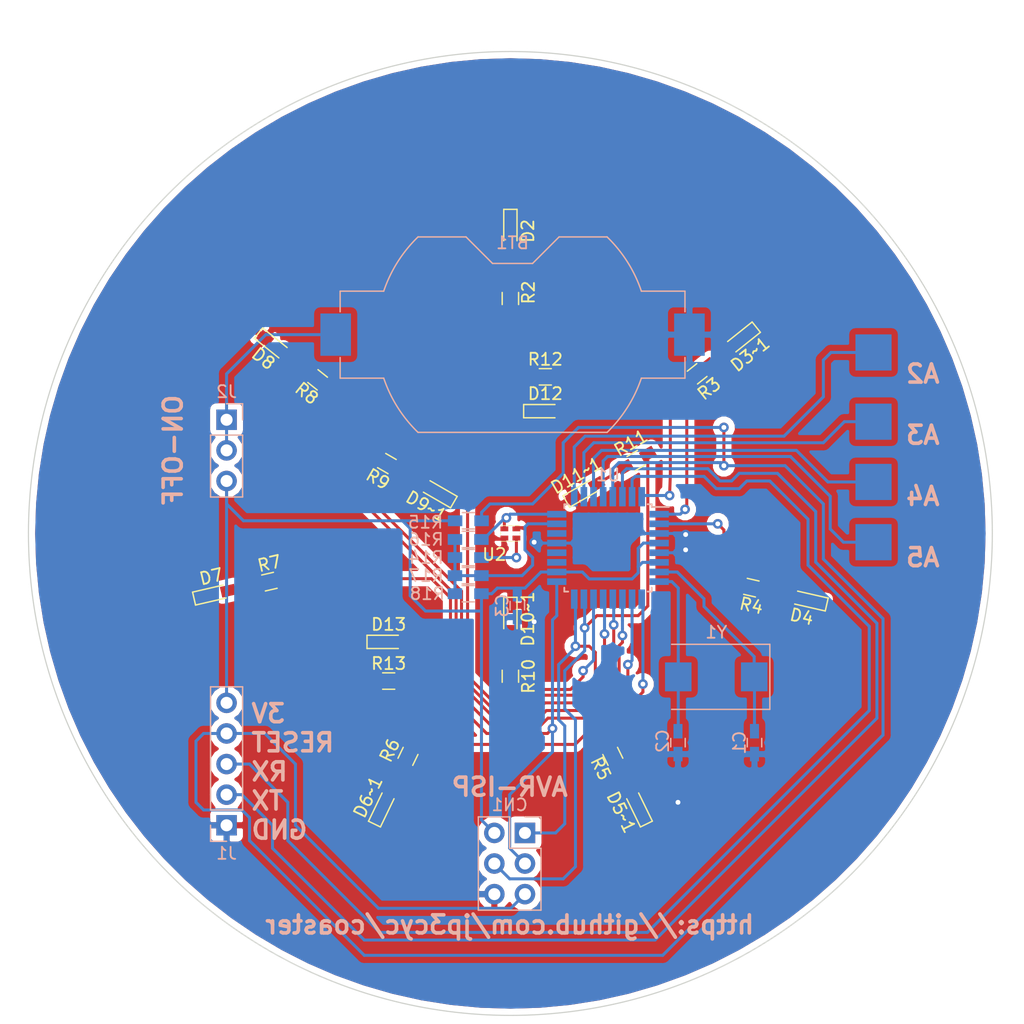
<source format=kicad_pcb>
(kicad_pcb (version 20171130) (host pcbnew "(5.0.0)")

  (general
    (thickness 1.6)
    (drawings 15)
    (tracks 326)
    (zones 0)
    (modules 43)
    (nets 42)
  )

  (page A4)
  (layers
    (0 F.Cu signal)
    (31 B.Cu signal)
    (32 B.Adhes user)
    (33 F.Adhes user)
    (34 B.Paste user)
    (35 F.Paste user)
    (36 B.SilkS user)
    (37 F.SilkS user)
    (38 B.Mask user)
    (39 F.Mask user)
    (40 Dwgs.User user)
    (41 Cmts.User user)
    (42 Eco1.User user)
    (43 Eco2.User user hide)
    (44 Edge.Cuts user)
    (45 Margin user)
    (46 B.CrtYd user)
    (47 F.CrtYd user)
    (48 B.Fab user)
    (49 F.Fab user)
  )

  (setup
    (last_trace_width 0.25)
    (trace_clearance 0.2)
    (zone_clearance 0.508)
    (zone_45_only no)
    (trace_min 0.2)
    (segment_width 0.2)
    (edge_width 0.1)
    (via_size 0.8)
    (via_drill 0.4)
    (via_min_size 0.4)
    (via_min_drill 0.3)
    (uvia_size 0.3)
    (uvia_drill 0.1)
    (uvias_allowed no)
    (uvia_min_size 0.2)
    (uvia_min_drill 0.1)
    (pcb_text_width 0.3)
    (pcb_text_size 1.5 1.5)
    (mod_edge_width 0.15)
    (mod_text_size 1 1)
    (mod_text_width 0.15)
    (pad_size 1.2 0.9)
    (pad_drill 0)
    (pad_to_mask_clearance 0)
    (aux_axis_origin 0 0)
    (grid_origin 167.64 85.725)
    (visible_elements 7FFFFFFF)
    (pcbplotparams
      (layerselection 0x010fc_ffffffff)
      (usegerberextensions false)
      (usegerberattributes false)
      (usegerberadvancedattributes false)
      (creategerberjobfile false)
      (excludeedgelayer true)
      (linewidth 0.100000)
      (plotframeref false)
      (viasonmask false)
      (mode 1)
      (useauxorigin false)
      (hpglpennumber 1)
      (hpglpenspeed 20)
      (hpglpendiameter 15.000000)
      (psnegative false)
      (psa4output false)
      (plotreference true)
      (plotvalue true)
      (plotinvisibletext false)
      (padsonsilk false)
      (subtractmaskfromsilk false)
      (outputformat 1)
      (mirror false)
      (drillshape 0)
      (scaleselection 1)
      (outputdirectory "garb"))
  )

  (net 0 "")
  (net 1 "Net-(BT1-Pad1)")
  (net 2 GND)
  (net 3 "Net-(C1-Pad1)")
  (net 4 "Net-(C2-Pad1)")
  (net 5 +BATT)
  (net 6 MISO)
  (net 7 SCK)
  (net 8 MOSI)
  (net 9 ~RESET)
  (net 10 "Net-(D2-Pad2)")
  (net 11 "Net-(D4-Pad2)")
  (net 12 "Net-(D7-Pad2)")
  (net 13 "Net-(D8-Pad2)")
  (net 14 "Net-(D12-Pad2)")
  (net 15 "Net-(D13-Pad2)")
  (net 16 "Net-(D10~~1-Pad2)")
  (net 17 "Net-(D11~~1-Pad2)")
  (net 18 "Net-(D3~~1-Pad2)")
  (net 19 "Net-(D5~~1-Pad2)")
  (net 20 "Net-(D6~~1-Pad2)")
  (net 21 "Net-(D9~~1-Pad2)")
  (net 22 TX)
  (net 23 RX)
  (net 24 "Net-(J3-Pad1)")
  (net 25 "Net-(J4-Pad1)")
  (net 26 "Net-(J5-Pad1)")
  (net 27 "Net-(J6-Pad1)")
  (net 28 "Net-(J7-Pad1)")
  (net 29 "Net-(J8-Pad1)")
  (net 30 "Net-(R2-Pad1)")
  (net 31 "Net-(R3-Pad1)")
  (net 32 "Net-(R4-Pad1)")
  (net 33 "Net-(R5-Pad1)")
  (net 34 "Net-(R6-Pad1)")
  (net 35 "Net-(R7-Pad1)")
  (net 36 "Net-(R8-Pad1)")
  (net 37 "Net-(R9-Pad1)")
  (net 38 "Net-(R10-Pad1)")
  (net 39 "Net-(R16-Pad2)")
  (net 40 "Net-(R14-Pad2)")
  (net 41 "Net-(R14-Pad1)")

  (net_class Default "これはデフォルトのネット クラスです。"
    (clearance 0.2)
    (trace_width 0.25)
    (via_dia 0.8)
    (via_drill 0.4)
    (uvia_dia 0.3)
    (uvia_drill 0.1)
    (add_net +BATT)
    (add_net GND)
    (add_net MISO)
    (add_net MOSI)
    (add_net "Net-(BT1-Pad1)")
    (add_net "Net-(C1-Pad1)")
    (add_net "Net-(C2-Pad1)")
    (add_net "Net-(D10~~1-Pad2)")
    (add_net "Net-(D11~~1-Pad2)")
    (add_net "Net-(D12-Pad2)")
    (add_net "Net-(D13-Pad2)")
    (add_net "Net-(D2-Pad2)")
    (add_net "Net-(D3~~1-Pad2)")
    (add_net "Net-(D4-Pad2)")
    (add_net "Net-(D5~~1-Pad2)")
    (add_net "Net-(D6~~1-Pad2)")
    (add_net "Net-(D7-Pad2)")
    (add_net "Net-(D8-Pad2)")
    (add_net "Net-(D9~~1-Pad2)")
    (add_net "Net-(J3-Pad1)")
    (add_net "Net-(J4-Pad1)")
    (add_net "Net-(J5-Pad1)")
    (add_net "Net-(J6-Pad1)")
    (add_net "Net-(J7-Pad1)")
    (add_net "Net-(J8-Pad1)")
    (add_net "Net-(R10-Pad1)")
    (add_net "Net-(R14-Pad1)")
    (add_net "Net-(R14-Pad2)")
    (add_net "Net-(R16-Pad2)")
    (add_net "Net-(R2-Pad1)")
    (add_net "Net-(R3-Pad1)")
    (add_net "Net-(R4-Pad1)")
    (add_net "Net-(R5-Pad1)")
    (add_net "Net-(R6-Pad1)")
    (add_net "Net-(R7-Pad1)")
    (add_net "Net-(R8-Pad1)")
    (add_net "Net-(R9-Pad1)")
    (add_net RX)
    (add_net SCK)
    (add_net TX)
    (add_net ~RESET)
  )

  (module Pin_Headers:Pin_Header_Straight_1x03_Pitch2.54mm (layer B.Cu) (tedit 58CD4EC1) (tstamp 5C75B158)
    (at 131.445 75.565 180)
    (descr "Through hole straight pin header, 1x03, 2.54mm pitch, single row")
    (tags "Through hole pin header THT 1x03 2.54mm single row")
    (path /5C71283C)
    (fp_text reference J2 (at 0 2.33 180) (layer B.SilkS)
      (effects (font (size 1 1) (thickness 0.15)) (justify mirror))
    )
    (fp_text value "POWER SW" (at 0 -7.41 180) (layer B.Fab)
      (effects (font (size 1 1) (thickness 0.15)) (justify mirror))
    )
    (fp_text user %R (at 0 2.33 180) (layer B.Fab)
      (effects (font (size 1 1) (thickness 0.15)) (justify mirror))
    )
    (fp_line (start 1.8 1.8) (end -1.8 1.8) (layer B.CrtYd) (width 0.05))
    (fp_line (start 1.8 -6.85) (end 1.8 1.8) (layer B.CrtYd) (width 0.05))
    (fp_line (start -1.8 -6.85) (end 1.8 -6.85) (layer B.CrtYd) (width 0.05))
    (fp_line (start -1.8 1.8) (end -1.8 -6.85) (layer B.CrtYd) (width 0.05))
    (fp_line (start -1.33 1.33) (end 0 1.33) (layer B.SilkS) (width 0.12))
    (fp_line (start -1.33 0) (end -1.33 1.33) (layer B.SilkS) (width 0.12))
    (fp_line (start 1.33 -1.27) (end -1.33 -1.27) (layer B.SilkS) (width 0.12))
    (fp_line (start 1.33 -6.41) (end 1.33 -1.27) (layer B.SilkS) (width 0.12))
    (fp_line (start -1.33 -6.41) (end 1.33 -6.41) (layer B.SilkS) (width 0.12))
    (fp_line (start -1.33 -1.27) (end -1.33 -6.41) (layer B.SilkS) (width 0.12))
    (fp_line (start 1.27 1.27) (end -1.27 1.27) (layer B.Fab) (width 0.1))
    (fp_line (start 1.27 -6.35) (end 1.27 1.27) (layer B.Fab) (width 0.1))
    (fp_line (start -1.27 -6.35) (end 1.27 -6.35) (layer B.Fab) (width 0.1))
    (fp_line (start -1.27 1.27) (end -1.27 -6.35) (layer B.Fab) (width 0.1))
    (pad 3 thru_hole oval (at 0 -5.08 180) (size 1.7 1.7) (drill 1) (layers *.Cu *.Mask)
      (net 5 +BATT))
    (pad 2 thru_hole oval (at 0 -2.54 180) (size 1.7 1.7) (drill 1) (layers *.Cu *.Mask)
      (net 1 "Net-(BT1-Pad1)"))
    (pad 1 thru_hole rect (at 0 0 180) (size 1.7 1.7) (drill 1) (layers *.Cu *.Mask)
      (net 1 "Net-(BT1-Pad1)"))
    (model ${KISYS3DMOD}/Pin_Headers.3dshapes/Pin_Header_Straight_1x03_Pitch2.54mm.wrl
      (offset (xyz 0 -2.539999961853027 0))
      (scale (xyz 1 1 1))
      (rotate (xyz 0 0 90))
    )
  )

  (module Resistors_SMD:R_0603_HandSoldering (layer B.Cu) (tedit 58E0A804) (tstamp 5C7E4F74)
    (at 151.5 90 180)
    (descr "Resistor SMD 0603, hand soldering")
    (tags "resistor 0603")
    (path /5C6DA656)
    (attr smd)
    (fp_text reference R18 (at 3.4 0 180) (layer B.SilkS)
      (effects (font (size 1 1) (thickness 0.15)) (justify mirror))
    )
    (fp_text value 0 (at -2.5 0 180) (layer B.Fab)
      (effects (font (size 1 1) (thickness 0.15)) (justify mirror))
    )
    (fp_text user %R (at 0 0 180) (layer B.Fab)
      (effects (font (size 0.5 0.5) (thickness 0.075)) (justify mirror))
    )
    (fp_line (start -0.8 -0.4) (end -0.8 0.4) (layer B.Fab) (width 0.1))
    (fp_line (start 0.8 -0.4) (end -0.8 -0.4) (layer B.Fab) (width 0.1))
    (fp_line (start 0.8 0.4) (end 0.8 -0.4) (layer B.Fab) (width 0.1))
    (fp_line (start -0.8 0.4) (end 0.8 0.4) (layer B.Fab) (width 0.1))
    (fp_line (start 0.5 -0.68) (end -0.5 -0.68) (layer B.SilkS) (width 0.12))
    (fp_line (start -0.5 0.68) (end 0.5 0.68) (layer B.SilkS) (width 0.12))
    (fp_line (start -1.96 0.7) (end 1.95 0.7) (layer B.CrtYd) (width 0.05))
    (fp_line (start -1.96 0.7) (end -1.96 -0.7) (layer B.CrtYd) (width 0.05))
    (fp_line (start 1.95 -0.7) (end 1.95 0.7) (layer B.CrtYd) (width 0.05))
    (fp_line (start 1.95 -0.7) (end -1.96 -0.7) (layer B.CrtYd) (width 0.05))
    (pad 1 smd rect (at -1.1 0 180) (size 1.2 0.9) (layers B.Cu B.Paste B.Mask)
      (net 5 +BATT))
    (pad 2 smd rect (at 1.1 0 180) (size 1.2 0.9) (layers B.Cu B.Paste B.Mask)
      (net 41 "Net-(R14-Pad1)"))
    (model ${KISYS3DMOD}/Resistors_SMD.3dshapes/R_0603.wrl
      (at (xyz 0 0 0))
      (scale (xyz 1 1 1))
      (rotate (xyz 0 0 0))
    )
  )

  (module Battery_Holders:Keystone_1058_1x2032-CoinCell (layer B.Cu) (tedit 589EE147) (tstamp 5C75D829)
    (at 155.18 68.5)
    (descr http://www.keyelco.com/product-pdf.cfm?p=14028)
    (tags "Keystone type 1058 coin cell retainer")
    (path /5C71778C)
    (attr smd)
    (fp_text reference BT1 (at 0 -7.62) (layer B.SilkS)
      (effects (font (size 1 1) (thickness 0.15)) (justify mirror))
    )
    (fp_text value CR2032 (at 0 9.398) (layer B.Fab)
      (effects (font (size 1 1) (thickness 0.15)) (justify mirror))
    )
    (fp_arc (start 0 0) (end 11.06 -4.11) (angle -139.2) (layer B.CrtYd) (width 0.05))
    (fp_arc (start 0 0) (end -11.06 4.11) (angle -139.2) (layer B.CrtYd) (width 0.05))
    (fp_line (start 11.06 -4.11) (end 16.45 -4.11) (layer B.CrtYd) (width 0.05))
    (fp_line (start 16.45 -4.11) (end 16.45 4.11) (layer B.CrtYd) (width 0.05))
    (fp_line (start 16.45 4.11) (end 11.06 4.11) (layer B.CrtYd) (width 0.05))
    (fp_line (start -16.45 4.11) (end -11.06 4.11) (layer B.CrtYd) (width 0.05))
    (fp_line (start -16.45 4.11) (end -16.45 -4.11) (layer B.CrtYd) (width 0.05))
    (fp_line (start -16.45 -4.11) (end -11.06 -4.11) (layer B.CrtYd) (width 0.05))
    (fp_arc (start 0 0) (end -10.692 -3.61) (angle 27.3) (layer B.SilkS) (width 0.12))
    (fp_arc (start 0 0) (end 10.692 3.61) (angle 27.3) (layer B.SilkS) (width 0.12))
    (fp_arc (start 0 0) (end 10.692 -3.61) (angle -27.3) (layer B.SilkS) (width 0.12))
    (fp_arc (start 0 0) (end -10.692 3.61) (angle -27.3) (layer B.SilkS) (width 0.12))
    (fp_line (start -14.31 -1.9) (end -14.31 -3.61) (layer B.SilkS) (width 0.12))
    (fp_line (start -10.692 -3.61) (end -14.31 -3.61) (layer B.SilkS) (width 0.12))
    (fp_line (start -3.86 -8.11) (end -7.8473 -8.11) (layer B.SilkS) (width 0.12))
    (fp_line (start -1.66 -5.91) (end -3.86 -8.11) (layer B.SilkS) (width 0.12))
    (fp_line (start 1.66 -5.91) (end -1.66 -5.91) (layer B.SilkS) (width 0.12))
    (fp_line (start 1.66 -5.91) (end 3.86 -8.11) (layer B.SilkS) (width 0.12))
    (fp_line (start 7.8473 -8.11) (end 3.86 -8.11) (layer B.SilkS) (width 0.12))
    (fp_line (start 14.31 -1.9) (end 14.31 -3.61) (layer B.SilkS) (width 0.12))
    (fp_line (start 14.31 -3.61) (end 10.692 -3.61) (layer B.SilkS) (width 0.12))
    (fp_line (start 10.692 3.61) (end 14.31 3.61) (layer B.SilkS) (width 0.12))
    (fp_line (start 14.31 1.9) (end 14.31 3.61) (layer B.SilkS) (width 0.12))
    (fp_line (start -7.8473 8.11) (end 7.8473 8.11) (layer B.SilkS) (width 0.12))
    (fp_line (start -14.31 1.9) (end -14.31 3.61) (layer B.SilkS) (width 0.12))
    (fp_line (start -14.31 3.61) (end -10.692 3.61) (layer B.SilkS) (width 0.12))
    (fp_arc (start 0 0) (end -10.61275 -3.5) (angle 27.4635) (layer B.Fab) (width 0.1))
    (fp_arc (start 0 0) (end 10.61275 3.5) (angle 27.4635) (layer B.Fab) (width 0.1))
    (fp_arc (start 0 0) (end 10.61275 -3.5) (angle -27.4635) (layer B.Fab) (width 0.1))
    (fp_line (start 14.2 -1.9) (end 14.2 -3.5) (layer B.Fab) (width 0.1))
    (fp_line (start 14.2 -3.5) (end 10.61275 -3.5) (layer B.Fab) (width 0.1))
    (fp_line (start 10.61275 3.5) (end 14.2 3.5) (layer B.Fab) (width 0.1))
    (fp_line (start 14.2 3.5) (end 14.2 1.9) (layer B.Fab) (width 0.1))
    (fp_line (start -14.2 -1.9) (end -14.2 -3.5) (layer B.Fab) (width 0.1))
    (fp_line (start -14.2 -3.5) (end -10.61275 -3.5) (layer B.Fab) (width 0.1))
    (fp_line (start 3.9 -8) (end 7.8026 -8) (layer B.Fab) (width 0.1))
    (fp_line (start 1.7 -5.8) (end 3.9 -8) (layer B.Fab) (width 0.1))
    (fp_line (start -1.7 -5.8) (end -3.9 -8) (layer B.Fab) (width 0.1))
    (fp_line (start -1.7 -5.8) (end 1.7 -5.8) (layer B.Fab) (width 0.1))
    (fp_line (start -14.2 3.5) (end -10.61275 3.5) (layer B.Fab) (width 0.1))
    (fp_line (start -14.2 3.5) (end -14.2 1.9) (layer B.Fab) (width 0.1))
    (fp_line (start -3.9 -8) (end -7.8026 -8) (layer B.Fab) (width 0.1))
    (fp_line (start -7.8026 8) (end 7.8026 8) (layer B.Fab) (width 0.1))
    (fp_arc (start 0 0) (end -10.61275 3.5) (angle -27.4635) (layer B.Fab) (width 0.1))
    (fp_circle (center 0 0) (end 10 0) (layer Dwgs.User) (width 0.15))
    (pad 1 smd rect (at -14.68 0) (size 2.54 3.51) (layers B.Cu B.Paste B.Mask)
      (net 1 "Net-(BT1-Pad1)"))
    (pad 2 smd rect (at 14.68 0) (size 2.54 3.51) (layers B.Cu B.Paste B.Mask)
      (net 2 GND))
  )

  (module Capacitors_SMD:C_0603_HandSoldering (layer B.Cu) (tedit 58AA848B) (tstamp 5C75AFF1)
    (at 175.26 102.362 270)
    (descr "Capacitor SMD 0603, hand soldering")
    (tags "capacitor 0603")
    (path /59C7A26F)
    (attr smd)
    (fp_text reference C1 (at 0 1.25 270) (layer B.SilkS)
      (effects (font (size 1 1) (thickness 0.15)) (justify mirror))
    )
    (fp_text value 22p (at 0 -1.5 270) (layer B.Fab)
      (effects (font (size 1 1) (thickness 0.15)) (justify mirror))
    )
    (fp_line (start 1.8 -0.65) (end -1.8 -0.65) (layer B.CrtYd) (width 0.05))
    (fp_line (start 1.8 -0.65) (end 1.8 0.65) (layer B.CrtYd) (width 0.05))
    (fp_line (start -1.8 0.65) (end -1.8 -0.65) (layer B.CrtYd) (width 0.05))
    (fp_line (start -1.8 0.65) (end 1.8 0.65) (layer B.CrtYd) (width 0.05))
    (fp_line (start 0.35 -0.6) (end -0.35 -0.6) (layer B.SilkS) (width 0.12))
    (fp_line (start -0.35 0.6) (end 0.35 0.6) (layer B.SilkS) (width 0.12))
    (fp_line (start -0.8 0.4) (end 0.8 0.4) (layer B.Fab) (width 0.1))
    (fp_line (start 0.8 0.4) (end 0.8 -0.4) (layer B.Fab) (width 0.1))
    (fp_line (start 0.8 -0.4) (end -0.8 -0.4) (layer B.Fab) (width 0.1))
    (fp_line (start -0.8 -0.4) (end -0.8 0.4) (layer B.Fab) (width 0.1))
    (fp_text user %R (at 0 1.25 270) (layer B.Fab)
      (effects (font (size 1 1) (thickness 0.15)) (justify mirror))
    )
    (pad 2 smd rect (at 0.95 0 270) (size 1.2 0.75) (layers B.Cu B.Paste B.Mask)
      (net 2 GND))
    (pad 1 smd rect (at -0.95 0 270) (size 1.2 0.75) (layers B.Cu B.Paste B.Mask)
      (net 3 "Net-(C1-Pad1)"))
    (model Capacitors_SMD.3dshapes/C_0603.wrl
      (at (xyz 0 0 0))
      (scale (xyz 1 1 1))
      (rotate (xyz 0 0 0))
    )
  )

  (module Capacitors_SMD:C_0603_HandSoldering (layer B.Cu) (tedit 58AA848B) (tstamp 5C75B002)
    (at 168.91 102.362 270)
    (descr "Capacitor SMD 0603, hand soldering")
    (tags "capacitor 0603")
    (path /59C7A1FD)
    (attr smd)
    (fp_text reference C2 (at -0.127 1.27 270) (layer B.SilkS)
      (effects (font (size 1 1) (thickness 0.15)) (justify mirror))
    )
    (fp_text value 22p (at 0 -1.5 270) (layer B.Fab)
      (effects (font (size 1 1) (thickness 0.15)) (justify mirror))
    )
    (fp_text user %R (at 0 1.25 270) (layer B.Fab)
      (effects (font (size 1 1) (thickness 0.15)) (justify mirror))
    )
    (fp_line (start -0.8 -0.4) (end -0.8 0.4) (layer B.Fab) (width 0.1))
    (fp_line (start 0.8 -0.4) (end -0.8 -0.4) (layer B.Fab) (width 0.1))
    (fp_line (start 0.8 0.4) (end 0.8 -0.4) (layer B.Fab) (width 0.1))
    (fp_line (start -0.8 0.4) (end 0.8 0.4) (layer B.Fab) (width 0.1))
    (fp_line (start -0.35 0.6) (end 0.35 0.6) (layer B.SilkS) (width 0.12))
    (fp_line (start 0.35 -0.6) (end -0.35 -0.6) (layer B.SilkS) (width 0.12))
    (fp_line (start -1.8 0.65) (end 1.8 0.65) (layer B.CrtYd) (width 0.05))
    (fp_line (start -1.8 0.65) (end -1.8 -0.65) (layer B.CrtYd) (width 0.05))
    (fp_line (start 1.8 -0.65) (end 1.8 0.65) (layer B.CrtYd) (width 0.05))
    (fp_line (start 1.8 -0.65) (end -1.8 -0.65) (layer B.CrtYd) (width 0.05))
    (pad 1 smd rect (at -0.95 0 270) (size 1.2 0.75) (layers B.Cu B.Paste B.Mask)
      (net 4 "Net-(C2-Pad1)"))
    (pad 2 smd rect (at 0.95 0 270) (size 1.2 0.75) (layers B.Cu B.Paste B.Mask)
      (net 2 GND))
    (model Capacitors_SMD.3dshapes/C_0603.wrl
      (at (xyz 0 0 0))
      (scale (xyz 1 1 1))
      (rotate (xyz 0 0 0))
    )
  )

  (module Capacitors_SMD:C_0603_HandSoldering (layer B.Cu) (tedit 58AA848B) (tstamp 5C75B013)
    (at 155.575 90.993 270)
    (descr "Capacitor SMD 0603, hand soldering")
    (tags "capacitor 0603")
    (path /59C90BF1)
    (attr smd)
    (fp_text reference C3 (at 0 1.25 270) (layer B.SilkS)
      (effects (font (size 1 1) (thickness 0.15)) (justify mirror))
    )
    (fp_text value 0.1u (at 0 -1.5 270) (layer B.Fab)
      (effects (font (size 1 1) (thickness 0.15)) (justify mirror))
    )
    (fp_text user %R (at 0 1.25 270) (layer B.Fab)
      (effects (font (size 1 1) (thickness 0.15)) (justify mirror))
    )
    (fp_line (start -0.8 -0.4) (end -0.8 0.4) (layer B.Fab) (width 0.1))
    (fp_line (start 0.8 -0.4) (end -0.8 -0.4) (layer B.Fab) (width 0.1))
    (fp_line (start 0.8 0.4) (end 0.8 -0.4) (layer B.Fab) (width 0.1))
    (fp_line (start -0.8 0.4) (end 0.8 0.4) (layer B.Fab) (width 0.1))
    (fp_line (start -0.35 0.6) (end 0.35 0.6) (layer B.SilkS) (width 0.12))
    (fp_line (start 0.35 -0.6) (end -0.35 -0.6) (layer B.SilkS) (width 0.12))
    (fp_line (start -1.8 0.65) (end 1.8 0.65) (layer B.CrtYd) (width 0.05))
    (fp_line (start -1.8 0.65) (end -1.8 -0.65) (layer B.CrtYd) (width 0.05))
    (fp_line (start 1.8 -0.65) (end 1.8 0.65) (layer B.CrtYd) (width 0.05))
    (fp_line (start 1.8 -0.65) (end -1.8 -0.65) (layer B.CrtYd) (width 0.05))
    (pad 1 smd rect (at -0.95 0 270) (size 1.2 0.75) (layers B.Cu B.Paste B.Mask)
      (net 5 +BATT))
    (pad 2 smd rect (at 0.95 0 270) (size 1.2 0.75) (layers B.Cu B.Paste B.Mask)
      (net 2 GND))
    (model Capacitors_SMD.3dshapes/C_0603.wrl
      (at (xyz 0 0 0))
      (scale (xyz 1 1 1))
      (rotate (xyz 0 0 0))
    )
  )

  (module Pin_Headers:Pin_Header_Straight_2x03_Pitch2.54mm (layer B.Cu) (tedit 58CD4EC5) (tstamp 5C75B02E)
    (at 156.21 109.855 180)
    (descr "Through hole straight pin header, 2x03, 2.54mm pitch, double rows")
    (tags "Through hole pin header THT 2x03 2.54mm double row")
    (path /59C7CB2A)
    (fp_text reference CN1 (at 1.27 2.33 180) (layer B.SilkS)
      (effects (font (size 1 1) (thickness 0.15)) (justify mirror))
    )
    (fp_text value AVR-ISP (at 1.27 -7.41 180) (layer B.Fab)
      (effects (font (size 1 1) (thickness 0.15)) (justify mirror))
    )
    (fp_line (start -1.27 1.27) (end -1.27 -6.35) (layer B.Fab) (width 0.1))
    (fp_line (start -1.27 -6.35) (end 3.81 -6.35) (layer B.Fab) (width 0.1))
    (fp_line (start 3.81 -6.35) (end 3.81 1.27) (layer B.Fab) (width 0.1))
    (fp_line (start 3.81 1.27) (end -1.27 1.27) (layer B.Fab) (width 0.1))
    (fp_line (start -1.33 -1.27) (end -1.33 -6.41) (layer B.SilkS) (width 0.12))
    (fp_line (start -1.33 -6.41) (end 3.87 -6.41) (layer B.SilkS) (width 0.12))
    (fp_line (start 3.87 -6.41) (end 3.87 1.33) (layer B.SilkS) (width 0.12))
    (fp_line (start 3.87 1.33) (end 1.27 1.33) (layer B.SilkS) (width 0.12))
    (fp_line (start 1.27 1.33) (end 1.27 -1.27) (layer B.SilkS) (width 0.12))
    (fp_line (start 1.27 -1.27) (end -1.33 -1.27) (layer B.SilkS) (width 0.12))
    (fp_line (start -1.33 0) (end -1.33 1.33) (layer B.SilkS) (width 0.12))
    (fp_line (start -1.33 1.33) (end 0 1.33) (layer B.SilkS) (width 0.12))
    (fp_line (start -1.8 1.8) (end -1.8 -6.85) (layer B.CrtYd) (width 0.05))
    (fp_line (start -1.8 -6.85) (end 4.35 -6.85) (layer B.CrtYd) (width 0.05))
    (fp_line (start 4.35 -6.85) (end 4.35 1.8) (layer B.CrtYd) (width 0.05))
    (fp_line (start 4.35 1.8) (end -1.8 1.8) (layer B.CrtYd) (width 0.05))
    (fp_text user %R (at 1.27 2.33 180) (layer B.Fab)
      (effects (font (size 1 1) (thickness 0.15)) (justify mirror))
    )
    (pad 1 thru_hole rect (at 0 0 180) (size 1.7 1.7) (drill 1) (layers *.Cu *.Mask)
      (net 6 MISO))
    (pad 2 thru_hole oval (at 2.54 0 180) (size 1.7 1.7) (drill 1) (layers *.Cu *.Mask)
      (net 5 +BATT))
    (pad 3 thru_hole oval (at 0 -2.54 180) (size 1.7 1.7) (drill 1) (layers *.Cu *.Mask)
      (net 7 SCK))
    (pad 4 thru_hole oval (at 2.54 -2.54 180) (size 1.7 1.7) (drill 1) (layers *.Cu *.Mask)
      (net 8 MOSI))
    (pad 5 thru_hole oval (at 0 -5.08 180) (size 1.7 1.7) (drill 1) (layers *.Cu *.Mask)
      (net 9 ~RESET))
    (pad 6 thru_hole oval (at 2.54 -5.08 180) (size 1.7 1.7) (drill 1) (layers *.Cu *.Mask)
      (net 2 GND))
    (model ${KISYS3DMOD}/Pin_Headers.3dshapes/Pin_Header_Straight_2x03_Pitch2.54mm.wrl
      (offset (xyz 1.269999980926514 -2.539999961853027 0))
      (scale (xyz 1 1 1))
      (rotate (xyz 0 0 90))
    )
  )

  (module LEDs:LED_0603_HandSoldering (layer F.Cu) (tedit 595FC9C0) (tstamp 5C75DF47)
    (at 155 59.9 270)
    (descr "LED SMD 0603, hand soldering")
    (tags "LED 0603")
    (path /59C803C1)
    (attr smd)
    (fp_text reference D2 (at 0 -1.45 270) (layer F.SilkS)
      (effects (font (size 1 1) (thickness 0.15)))
    )
    (fp_text value LED (at 0 1.55 270) (layer F.Fab)
      (effects (font (size 1 1) (thickness 0.15)))
    )
    (fp_line (start -1.8 -0.55) (end -1.8 0.55) (layer F.SilkS) (width 0.12))
    (fp_line (start -0.2 -0.2) (end -0.2 0.2) (layer F.Fab) (width 0.1))
    (fp_line (start -0.15 0) (end 0.15 -0.2) (layer F.Fab) (width 0.1))
    (fp_line (start 0.15 0.2) (end -0.15 0) (layer F.Fab) (width 0.1))
    (fp_line (start 0.15 -0.2) (end 0.15 0.2) (layer F.Fab) (width 0.1))
    (fp_line (start 0.8 0.4) (end -0.8 0.4) (layer F.Fab) (width 0.1))
    (fp_line (start 0.8 -0.4) (end 0.8 0.4) (layer F.Fab) (width 0.1))
    (fp_line (start -0.8 -0.4) (end 0.8 -0.4) (layer F.Fab) (width 0.1))
    (fp_line (start -1.8 0.55) (end 0.8 0.55) (layer F.SilkS) (width 0.12))
    (fp_line (start -1.8 -0.55) (end 0.8 -0.55) (layer F.SilkS) (width 0.12))
    (fp_line (start -1.96 -0.7) (end 1.95 -0.7) (layer F.CrtYd) (width 0.05))
    (fp_line (start -1.96 -0.7) (end -1.96 0.7) (layer F.CrtYd) (width 0.05))
    (fp_line (start 1.95 0.7) (end 1.95 -0.7) (layer F.CrtYd) (width 0.05))
    (fp_line (start 1.95 0.7) (end -1.96 0.7) (layer F.CrtYd) (width 0.05))
    (fp_line (start -0.8 -0.4) (end -0.8 0.4) (layer F.Fab) (width 0.1))
    (pad 1 smd rect (at -1.1 0 270) (size 1.2 0.9) (layers F.Cu F.Paste F.Mask)
      (net 2 GND))
    (pad 2 smd rect (at 1.1 0 270) (size 1.2 0.9) (layers F.Cu F.Paste F.Mask)
      (net 10 "Net-(D2-Pad2)"))
    (model ${KISYS3DMOD}/LEDs.3dshapes/LED_0603.wrl
      (at (xyz 0 0 0))
      (scale (xyz 1 1 1))
      (rotate (xyz 0 0 180))
    )
  )

  (module LEDs:LED_0603_HandSoldering (layer F.Cu) (tedit 595FC9C0) (tstamp 5C75DF83)
    (at 179.5 90.5 167.2)
    (descr "LED SMD 0603, hand soldering")
    (tags "LED 0603")
    (path /59C80174)
    (attr smd)
    (fp_text reference D4 (at 0 -1.45 167.2) (layer F.SilkS)
      (effects (font (size 1 1) (thickness 0.15)))
    )
    (fp_text value LED (at 0 1.55 167.2) (layer F.Fab)
      (effects (font (size 1 1) (thickness 0.15)))
    )
    (fp_line (start -0.8 -0.4) (end -0.8 0.4) (layer F.Fab) (width 0.1))
    (fp_line (start 1.95 0.7) (end -1.96 0.7) (layer F.CrtYd) (width 0.05))
    (fp_line (start 1.95 0.7) (end 1.95 -0.7) (layer F.CrtYd) (width 0.05))
    (fp_line (start -1.96 -0.7) (end -1.96 0.7) (layer F.CrtYd) (width 0.05))
    (fp_line (start -1.96 -0.7) (end 1.95 -0.7) (layer F.CrtYd) (width 0.05))
    (fp_line (start -1.8 -0.55) (end 0.8 -0.55) (layer F.SilkS) (width 0.12))
    (fp_line (start -1.8 0.55) (end 0.8 0.55) (layer F.SilkS) (width 0.12))
    (fp_line (start -0.8 -0.4) (end 0.8 -0.4) (layer F.Fab) (width 0.1))
    (fp_line (start 0.8 -0.4) (end 0.8 0.4) (layer F.Fab) (width 0.1))
    (fp_line (start 0.8 0.4) (end -0.8 0.4) (layer F.Fab) (width 0.1))
    (fp_line (start 0.15 -0.2) (end 0.15 0.2) (layer F.Fab) (width 0.1))
    (fp_line (start 0.15 0.2) (end -0.15 0) (layer F.Fab) (width 0.1))
    (fp_line (start -0.15 0) (end 0.15 -0.2) (layer F.Fab) (width 0.1))
    (fp_line (start -0.2 -0.2) (end -0.2 0.2) (layer F.Fab) (width 0.1))
    (fp_line (start -1.8 -0.55) (end -1.8 0.55) (layer F.SilkS) (width 0.12))
    (pad 2 smd rect (at 1.1 0 167.2) (size 1.2 0.9) (layers F.Cu F.Paste F.Mask)
      (net 11 "Net-(D4-Pad2)"))
    (pad 1 smd rect (at -1.1 0 167.2) (size 1.2 0.9) (layers F.Cu F.Paste F.Mask)
      (net 2 GND))
    (model ${KISYS3DMOD}/LEDs.3dshapes/LED_0603.wrl
      (at (xyz 0 0 0))
      (scale (xyz 1 1 1))
      (rotate (xyz 0 0 180))
    )
  )

  (module LEDs:LED_0603_HandSoldering (layer F.Cu) (tedit 595FC9C0) (tstamp 5C75DF0B)
    (at 130.5 90 13)
    (descr "LED SMD 0603, hand soldering")
    (tags "LED 0603")
    (path /5C6A37F5)
    (attr smd)
    (fp_text reference D7 (at 0 -1.45 13) (layer F.SilkS)
      (effects (font (size 1 1) (thickness 0.15)))
    )
    (fp_text value LED (at 0 1.55 13) (layer F.Fab)
      (effects (font (size 1 1) (thickness 0.15)))
    )
    (fp_line (start -0.8 -0.4) (end -0.8 0.4) (layer F.Fab) (width 0.1))
    (fp_line (start 1.95 0.699999) (end -1.96 0.7) (layer F.CrtYd) (width 0.05))
    (fp_line (start 1.95 0.699999) (end 1.95 -0.7) (layer F.CrtYd) (width 0.05))
    (fp_line (start -1.96 -0.7) (end -1.96 0.7) (layer F.CrtYd) (width 0.05))
    (fp_line (start -1.96 -0.7) (end 1.95 -0.7) (layer F.CrtYd) (width 0.05))
    (fp_line (start -1.8 -0.55) (end 0.8 -0.55) (layer F.SilkS) (width 0.12))
    (fp_line (start -1.8 0.55) (end 0.8 0.55) (layer F.SilkS) (width 0.12))
    (fp_line (start -0.8 -0.4) (end 0.8 -0.4) (layer F.Fab) (width 0.1))
    (fp_line (start 0.8 -0.4) (end 0.8 0.4) (layer F.Fab) (width 0.1))
    (fp_line (start 0.8 0.4) (end -0.8 0.4) (layer F.Fab) (width 0.1))
    (fp_line (start 0.15 -0.2) (end 0.15 0.2) (layer F.Fab) (width 0.1))
    (fp_line (start 0.15 0.2) (end -0.150001 0) (layer F.Fab) (width 0.1))
    (fp_line (start -0.150001 0) (end 0.15 -0.2) (layer F.Fab) (width 0.1))
    (fp_line (start -0.2 -0.2) (end -0.2 0.2) (layer F.Fab) (width 0.1))
    (fp_line (start -1.8 -0.55) (end -1.8 0.55) (layer F.SilkS) (width 0.12))
    (pad 2 smd rect (at 1.1 0 13) (size 1.2 0.9) (layers F.Cu F.Paste F.Mask)
      (net 12 "Net-(D7-Pad2)"))
    (pad 1 smd rect (at -1.1 0 13) (size 1.2 0.9) (layers F.Cu F.Paste F.Mask)
      (net 2 GND))
    (model ${KISYS3DMOD}/LEDs.3dshapes/LED_0603.wrl
      (at (xyz 0 0 0))
      (scale (xyz 1 1 1))
      (rotate (xyz 0 0 180))
    )
  )

  (module LEDs:LED_0603_HandSoldering (layer F.Cu) (tedit 595FC9C0) (tstamp 5C75DFBF)
    (at 135.5 69.5 321.4)
    (descr "LED SMD 0603, hand soldering")
    (tags "LED 0603")
    (path /5C6A37E7)
    (attr smd)
    (fp_text reference D8 (at -0.157641 1.4054 321.4) (layer F.SilkS)
      (effects (font (size 1 1) (thickness 0.15)))
    )
    (fp_text value LED (at 0.157641 -1.4054 321.4) (layer F.Fab)
      (effects (font (size 1 1) (thickness 0.15)))
    )
    (fp_line (start -1.8 -0.55) (end -1.8 0.55) (layer F.SilkS) (width 0.12))
    (fp_line (start -0.2 -0.2) (end -0.2 0.2) (layer F.Fab) (width 0.1))
    (fp_line (start -0.15 0) (end 0.15 -0.2) (layer F.Fab) (width 0.1))
    (fp_line (start 0.15 0.2) (end -0.15 0) (layer F.Fab) (width 0.1))
    (fp_line (start 0.15 -0.2) (end 0.15 0.2) (layer F.Fab) (width 0.1))
    (fp_line (start 0.8 0.4) (end -0.8 0.4) (layer F.Fab) (width 0.1))
    (fp_line (start 0.8 -0.4) (end 0.8 0.4) (layer F.Fab) (width 0.1))
    (fp_line (start -0.8 -0.4) (end 0.8 -0.4) (layer F.Fab) (width 0.1))
    (fp_line (start -1.8 0.55) (end 0.8 0.55) (layer F.SilkS) (width 0.12))
    (fp_line (start -1.8 -0.55) (end 0.8 -0.55) (layer F.SilkS) (width 0.12))
    (fp_line (start -1.959999 -0.7) (end 1.95 -0.7) (layer F.CrtYd) (width 0.05))
    (fp_line (start -1.959999 -0.7) (end -1.96 0.7) (layer F.CrtYd) (width 0.05))
    (fp_line (start 1.95 0.7) (end 1.95 -0.7) (layer F.CrtYd) (width 0.05))
    (fp_line (start 1.95 0.7) (end -1.96 0.7) (layer F.CrtYd) (width 0.05))
    (fp_line (start -0.8 -0.4) (end -0.8 0.4) (layer F.Fab) (width 0.1))
    (pad 1 smd rect (at -1.100001 0 321.4) (size 1.2 0.9) (layers F.Cu F.Paste F.Mask)
      (net 2 GND))
    (pad 2 smd rect (at 1.100001 0 321.4) (size 1.2 0.9) (layers F.Cu F.Paste F.Mask)
      (net 13 "Net-(D8-Pad2)"))
    (model ${KISYS3DMOD}/LEDs.3dshapes/LED_0603.wrl
      (at (xyz 0 0 0))
      (scale (xyz 1 1 1))
      (rotate (xyz 0 0 180))
    )
  )

  (module LEDs:LED_0603_HandSoldering (layer F.Cu) (tedit 595FC9C0) (tstamp 5C75DA45)
    (at 157.9 74.85)
    (descr "LED SMD 0603, hand soldering")
    (tags "LED 0603")
    (path /5C6A3814)
    (attr smd)
    (fp_text reference D12 (at 0 -1.45) (layer F.SilkS)
      (effects (font (size 1 1) (thickness 0.15)))
    )
    (fp_text value LED (at 0 1.55) (layer F.Fab)
      (effects (font (size 1 1) (thickness 0.15)))
    )
    (fp_line (start -1.8 -0.55) (end -1.8 0.55) (layer F.SilkS) (width 0.12))
    (fp_line (start -0.2 -0.2) (end -0.2 0.2) (layer F.Fab) (width 0.1))
    (fp_line (start -0.15 0) (end 0.15 -0.2) (layer F.Fab) (width 0.1))
    (fp_line (start 0.15 0.2) (end -0.15 0) (layer F.Fab) (width 0.1))
    (fp_line (start 0.15 -0.2) (end 0.15 0.2) (layer F.Fab) (width 0.1))
    (fp_line (start 0.8 0.4) (end -0.8 0.4) (layer F.Fab) (width 0.1))
    (fp_line (start 0.8 -0.4) (end 0.8 0.4) (layer F.Fab) (width 0.1))
    (fp_line (start -0.8 -0.4) (end 0.8 -0.4) (layer F.Fab) (width 0.1))
    (fp_line (start -1.8 0.55) (end 0.8 0.55) (layer F.SilkS) (width 0.12))
    (fp_line (start -1.8 -0.55) (end 0.8 -0.55) (layer F.SilkS) (width 0.12))
    (fp_line (start -1.96 -0.7) (end 1.95 -0.7) (layer F.CrtYd) (width 0.05))
    (fp_line (start -1.96 -0.7) (end -1.96 0.7) (layer F.CrtYd) (width 0.05))
    (fp_line (start 1.95 0.7) (end 1.95 -0.7) (layer F.CrtYd) (width 0.05))
    (fp_line (start 1.95 0.7) (end -1.96 0.7) (layer F.CrtYd) (width 0.05))
    (fp_line (start -0.8 -0.4) (end -0.8 0.4) (layer F.Fab) (width 0.1))
    (pad 1 smd rect (at -1.1 0) (size 1.2 0.9) (layers F.Cu F.Paste F.Mask)
      (net 2 GND))
    (pad 2 smd rect (at 1.1 0) (size 1.2 0.9) (layers F.Cu F.Paste F.Mask)
      (net 14 "Net-(D12-Pad2)"))
    (model ${KISYS3DMOD}/LEDs.3dshapes/LED_0603.wrl
      (at (xyz 0 0 0))
      (scale (xyz 1 1 1))
      (rotate (xyz 0 0 180))
    )
  )

  (module LEDs:LED_0603_HandSoldering (layer F.Cu) (tedit 595FC9C0) (tstamp 5C75DA09)
    (at 144.9 94)
    (descr "LED SMD 0603, hand soldering")
    (tags "LED 0603")
    (path /5C6ED1DB)
    (attr smd)
    (fp_text reference D13 (at 0 -1.45) (layer F.SilkS)
      (effects (font (size 1 1) (thickness 0.15)))
    )
    (fp_text value LED (at 0 1.55) (layer F.Fab)
      (effects (font (size 1 1) (thickness 0.15)))
    )
    (fp_line (start -1.8 -0.55) (end -1.8 0.55) (layer F.SilkS) (width 0.12))
    (fp_line (start -0.2 -0.2) (end -0.2 0.2) (layer F.Fab) (width 0.1))
    (fp_line (start -0.15 0) (end 0.15 -0.2) (layer F.Fab) (width 0.1))
    (fp_line (start 0.15 0.2) (end -0.15 0) (layer F.Fab) (width 0.1))
    (fp_line (start 0.15 -0.2) (end 0.15 0.2) (layer F.Fab) (width 0.1))
    (fp_line (start 0.8 0.4) (end -0.8 0.4) (layer F.Fab) (width 0.1))
    (fp_line (start 0.8 -0.4) (end 0.8 0.4) (layer F.Fab) (width 0.1))
    (fp_line (start -0.8 -0.4) (end 0.8 -0.4) (layer F.Fab) (width 0.1))
    (fp_line (start -1.8 0.55) (end 0.8 0.55) (layer F.SilkS) (width 0.12))
    (fp_line (start -1.8 -0.55) (end 0.8 -0.55) (layer F.SilkS) (width 0.12))
    (fp_line (start -1.96 -0.7) (end 1.95 -0.7) (layer F.CrtYd) (width 0.05))
    (fp_line (start -1.96 -0.7) (end -1.96 0.7) (layer F.CrtYd) (width 0.05))
    (fp_line (start 1.95 0.7) (end 1.95 -0.7) (layer F.CrtYd) (width 0.05))
    (fp_line (start 1.95 0.7) (end -1.96 0.7) (layer F.CrtYd) (width 0.05))
    (fp_line (start -0.8 -0.4) (end -0.8 0.4) (layer F.Fab) (width 0.1))
    (pad 1 smd rect (at -1.1 0) (size 1.2 0.9) (layers F.Cu F.Paste F.Mask)
      (net 2 GND))
    (pad 2 smd rect (at 1.1 0) (size 1.2 0.9) (layers F.Cu F.Paste F.Mask)
      (net 15 "Net-(D13-Pad2)"))
    (model ${KISYS3DMOD}/LEDs.3dshapes/LED_0603.wrl
      (at (xyz 0 0 0))
      (scale (xyz 1 1 1))
      (rotate (xyz 0 0 180))
    )
  )

  (module LEDs:LED_0603_HandSoldering (layer F.Cu) (tedit 595FC9C0) (tstamp 5C75DABD)
    (at 155 92.1 270)
    (descr "LED SMD 0603, hand soldering")
    (tags "LED 0603")
    (path /5C6A37D3)
    (attr smd)
    (fp_text reference D10~~1 (at 0 -1.45 270) (layer F.SilkS)
      (effects (font (size 1 1) (thickness 0.15)))
    )
    (fp_text value LED (at 0 1.55 270) (layer F.Fab)
      (effects (font (size 1 1) (thickness 0.15)))
    )
    (fp_line (start -0.8 -0.4) (end -0.8 0.4) (layer F.Fab) (width 0.1))
    (fp_line (start 1.95 0.7) (end -1.96 0.7) (layer F.CrtYd) (width 0.05))
    (fp_line (start 1.95 0.7) (end 1.95 -0.7) (layer F.CrtYd) (width 0.05))
    (fp_line (start -1.96 -0.7) (end -1.96 0.7) (layer F.CrtYd) (width 0.05))
    (fp_line (start -1.96 -0.7) (end 1.95 -0.7) (layer F.CrtYd) (width 0.05))
    (fp_line (start -1.8 -0.55) (end 0.8 -0.55) (layer F.SilkS) (width 0.12))
    (fp_line (start -1.8 0.55) (end 0.8 0.55) (layer F.SilkS) (width 0.12))
    (fp_line (start -0.8 -0.4) (end 0.8 -0.4) (layer F.Fab) (width 0.1))
    (fp_line (start 0.8 -0.4) (end 0.8 0.4) (layer F.Fab) (width 0.1))
    (fp_line (start 0.8 0.4) (end -0.8 0.4) (layer F.Fab) (width 0.1))
    (fp_line (start 0.15 -0.2) (end 0.15 0.2) (layer F.Fab) (width 0.1))
    (fp_line (start 0.15 0.2) (end -0.15 0) (layer F.Fab) (width 0.1))
    (fp_line (start -0.15 0) (end 0.15 -0.2) (layer F.Fab) (width 0.1))
    (fp_line (start -0.2 -0.2) (end -0.2 0.2) (layer F.Fab) (width 0.1))
    (fp_line (start -1.8 -0.55) (end -1.8 0.55) (layer F.SilkS) (width 0.12))
    (pad 2 smd rect (at 1.1 0 270) (size 1.2 0.9) (layers F.Cu F.Paste F.Mask)
      (net 16 "Net-(D10~~1-Pad2)"))
    (pad 1 smd rect (at -1.1 0 270) (size 1.2 0.9) (layers F.Cu F.Paste F.Mask)
      (net 2 GND))
    (model ${KISYS3DMOD}/LEDs.3dshapes/LED_0603.wrl
      (at (xyz 0 0 0))
      (scale (xyz 1 1 1))
      (rotate (xyz 0 0 180))
    )
  )

  (module LEDs:LED_0603_HandSoldering (layer F.Cu) (tedit 595FC9C0) (tstamp 5C75D9CD)
    (at 161.202628 81.45 30)
    (descr "LED SMD 0603, hand soldering")
    (tags "LED 0603")
    (path /5C6A37BF)
    (attr smd)
    (fp_text reference D11~~1 (at 0 -1.45 30) (layer F.SilkS)
      (effects (font (size 1 1) (thickness 0.15)))
    )
    (fp_text value LED (at 0 1.55 30) (layer F.Fab)
      (effects (font (size 1 1) (thickness 0.15)))
    )
    (fp_line (start -0.8 -0.4) (end -0.8 0.4) (layer F.Fab) (width 0.1))
    (fp_line (start 1.95 0.7) (end -1.96 0.7) (layer F.CrtYd) (width 0.05))
    (fp_line (start 1.95 0.7) (end 1.95 -0.7) (layer F.CrtYd) (width 0.05))
    (fp_line (start -1.96 -0.7) (end -1.96 0.7) (layer F.CrtYd) (width 0.05))
    (fp_line (start -1.96 -0.7) (end 1.95 -0.7) (layer F.CrtYd) (width 0.05))
    (fp_line (start -1.8 -0.55) (end 0.8 -0.55) (layer F.SilkS) (width 0.12))
    (fp_line (start -1.8 0.55) (end 0.8 0.55) (layer F.SilkS) (width 0.12))
    (fp_line (start -0.8 -0.4) (end 0.8 -0.4) (layer F.Fab) (width 0.1))
    (fp_line (start 0.8 -0.4) (end 0.8 0.4) (layer F.Fab) (width 0.1))
    (fp_line (start 0.8 0.4) (end -0.8 0.4) (layer F.Fab) (width 0.1))
    (fp_line (start 0.15 -0.2) (end 0.15 0.2) (layer F.Fab) (width 0.1))
    (fp_line (start 0.15 0.2) (end -0.15 0) (layer F.Fab) (width 0.1))
    (fp_line (start -0.15 0) (end 0.15 -0.2) (layer F.Fab) (width 0.1))
    (fp_line (start -0.2 -0.2) (end -0.2 0.2) (layer F.Fab) (width 0.1))
    (fp_line (start -1.8 -0.55) (end -1.8 0.55) (layer F.SilkS) (width 0.12))
    (pad 2 smd rect (at 1.1 0 30) (size 1.2 0.9) (layers F.Cu F.Paste F.Mask)
      (net 17 "Net-(D11~~1-Pad2)"))
    (pad 1 smd rect (at -1.1 0 30) (size 1.2 0.9) (layers F.Cu F.Paste F.Mask)
      (net 2 GND))
    (model ${KISYS3DMOD}/LEDs.3dshapes/LED_0603.wrl
      (at (xyz 0 0 0))
      (scale (xyz 1 1 1))
      (rotate (xyz 0 0 180))
    )
  )

  (module LEDs:LED_0603_HandSoldering (layer F.Cu) (tedit 595FC9C0) (tstamp 5C75DECF)
    (at 174 69 218.6)
    (descr "LED SMD 0603, hand soldering")
    (tags "LED 0603")
    (path /59C7BE9E)
    (attr smd)
    (fp_text reference D3~~1 (at 0 -1.45 218.6) (layer F.SilkS)
      (effects (font (size 1 1) (thickness 0.15)))
    )
    (fp_text value LED (at 0 1.55 218.6) (layer F.Fab)
      (effects (font (size 1 1) (thickness 0.15)))
    )
    (fp_line (start -0.8 -0.4) (end -0.8 0.4) (layer F.Fab) (width 0.1))
    (fp_line (start 1.95 0.7) (end -1.959999 0.7) (layer F.CrtYd) (width 0.05))
    (fp_line (start 1.95 0.7) (end 1.95 -0.7) (layer F.CrtYd) (width 0.05))
    (fp_line (start -1.96 -0.7) (end -1.959999 0.7) (layer F.CrtYd) (width 0.05))
    (fp_line (start -1.96 -0.7) (end 1.95 -0.7) (layer F.CrtYd) (width 0.05))
    (fp_line (start -1.8 -0.55) (end 0.8 -0.55) (layer F.SilkS) (width 0.12))
    (fp_line (start -1.8 0.55) (end 0.8 0.55) (layer F.SilkS) (width 0.12))
    (fp_line (start -0.8 -0.4) (end 0.8 -0.4) (layer F.Fab) (width 0.1))
    (fp_line (start 0.8 -0.4) (end 0.8 0.4) (layer F.Fab) (width 0.1))
    (fp_line (start 0.8 0.4) (end -0.8 0.4) (layer F.Fab) (width 0.1))
    (fp_line (start 0.15 -0.2) (end 0.15 0.2) (layer F.Fab) (width 0.1))
    (fp_line (start 0.15 0.2) (end -0.15 0) (layer F.Fab) (width 0.1))
    (fp_line (start -0.15 0) (end 0.15 -0.2) (layer F.Fab) (width 0.1))
    (fp_line (start -0.2 -0.2) (end -0.2 0.2) (layer F.Fab) (width 0.1))
    (fp_line (start -1.8 -0.55) (end -1.8 0.55) (layer F.SilkS) (width 0.12))
    (pad 2 smd rect (at 1.100001 0 218.6) (size 1.2 0.9) (layers F.Cu F.Paste F.Mask)
      (net 18 "Net-(D3~~1-Pad2)"))
    (pad 1 smd rect (at -1.100001 0 218.6) (size 1.2 0.9) (layers F.Cu F.Paste F.Mask)
      (net 2 GND))
    (model ${KISYS3DMOD}/LEDs.3dshapes/LED_0603.wrl
      (at (xyz 0 0 0))
      (scale (xyz 1 1 1))
      (rotate (xyz 0 0 180))
    )
  )

  (module LEDs:LED_0603_HandSoldering (layer F.Cu) (tedit 595FC9C0) (tstamp 5C75DE57)
    (at 165.5 107.5 116)
    (descr "LED SMD 0603, hand soldering")
    (tags "LED 0603")
    (path /59C7EAB0)
    (attr smd)
    (fp_text reference D5~~1 (at 0 -1.45 116) (layer F.SilkS)
      (effects (font (size 1 1) (thickness 0.15)))
    )
    (fp_text value LED (at 0 1.55 116) (layer F.Fab)
      (effects (font (size 1 1) (thickness 0.15)))
    )
    (fp_line (start -1.799999 -0.55) (end -1.8 0.55) (layer F.SilkS) (width 0.12))
    (fp_line (start -0.2 -0.2) (end -0.2 0.2) (layer F.Fab) (width 0.1))
    (fp_line (start -0.15 0) (end 0.15 -0.2) (layer F.Fab) (width 0.1))
    (fp_line (start 0.15 0.2) (end -0.15 0) (layer F.Fab) (width 0.1))
    (fp_line (start 0.15 -0.2) (end 0.15 0.2) (layer F.Fab) (width 0.1))
    (fp_line (start 0.8 0.4) (end -0.8 0.4) (layer F.Fab) (width 0.1))
    (fp_line (start 0.8 -0.4) (end 0.8 0.4) (layer F.Fab) (width 0.1))
    (fp_line (start -0.8 -0.4) (end 0.8 -0.4) (layer F.Fab) (width 0.1))
    (fp_line (start -1.8 0.55) (end 0.8 0.55) (layer F.SilkS) (width 0.12))
    (fp_line (start -1.799999 -0.55) (end 0.8 -0.55) (layer F.SilkS) (width 0.12))
    (fp_line (start -1.96 -0.7) (end 1.950001 -0.7) (layer F.CrtYd) (width 0.05))
    (fp_line (start -1.96 -0.7) (end -1.96 0.7) (layer F.CrtYd) (width 0.05))
    (fp_line (start 1.95 0.7) (end 1.950001 -0.7) (layer F.CrtYd) (width 0.05))
    (fp_line (start 1.95 0.7) (end -1.96 0.7) (layer F.CrtYd) (width 0.05))
    (fp_line (start -0.8 -0.4) (end -0.8 0.4) (layer F.Fab) (width 0.1))
    (pad 1 smd rect (at -1.099999 0 116) (size 1.2 0.9) (layers F.Cu F.Paste F.Mask)
      (net 2 GND))
    (pad 2 smd rect (at 1.099999 0 116) (size 1.2 0.9) (layers F.Cu F.Paste F.Mask)
      (net 19 "Net-(D5~~1-Pad2)"))
    (model ${KISYS3DMOD}/LEDs.3dshapes/LED_0603.wrl
      (at (xyz 0 0 0))
      (scale (xyz 1 1 1))
      (rotate (xyz 0 0 180))
    )
  )

  (module LEDs:LED_0603_HandSoldering (layer F.Cu) (tedit 595FC9C0) (tstamp 5C75DE93)
    (at 144.5 107.5 64.3)
    (descr "LED SMD 0603, hand soldering")
    (tags "LED 0603")
    (path /5C69F8BD)
    (attr smd)
    (fp_text reference D6~~1 (at 0 -1.45 64.3) (layer F.SilkS)
      (effects (font (size 1 1) (thickness 0.15)))
    )
    (fp_text value LED (at 0 1.55 64.3) (layer F.Fab)
      (effects (font (size 1 1) (thickness 0.15)))
    )
    (fp_line (start -0.8 -0.4) (end -0.8 0.4) (layer F.Fab) (width 0.1))
    (fp_line (start 1.95 0.7) (end -1.96 0.7) (layer F.CrtYd) (width 0.05))
    (fp_line (start 1.95 0.7) (end 1.95 -0.7) (layer F.CrtYd) (width 0.05))
    (fp_line (start -1.96 -0.7) (end -1.96 0.7) (layer F.CrtYd) (width 0.05))
    (fp_line (start -1.96 -0.7) (end 1.95 -0.7) (layer F.CrtYd) (width 0.05))
    (fp_line (start -1.8 -0.55) (end 0.8 -0.55) (layer F.SilkS) (width 0.12))
    (fp_line (start -1.8 0.55) (end 0.8 0.55) (layer F.SilkS) (width 0.12))
    (fp_line (start -0.8 -0.4) (end 0.8 -0.4) (layer F.Fab) (width 0.1))
    (fp_line (start 0.8 -0.4) (end 0.8 0.4) (layer F.Fab) (width 0.1))
    (fp_line (start 0.8 0.4) (end -0.8 0.4) (layer F.Fab) (width 0.1))
    (fp_line (start 0.149999 -0.2) (end 0.15 0.2) (layer F.Fab) (width 0.1))
    (fp_line (start 0.15 0.2) (end -0.15 0) (layer F.Fab) (width 0.1))
    (fp_line (start -0.15 0) (end 0.149999 -0.2) (layer F.Fab) (width 0.1))
    (fp_line (start -0.2 -0.2) (end -0.2 0.2) (layer F.Fab) (width 0.1))
    (fp_line (start -1.8 -0.55) (end -1.8 0.55) (layer F.SilkS) (width 0.12))
    (pad 2 smd rect (at 1.1 0 64.3) (size 1.2 0.9) (layers F.Cu F.Paste F.Mask)
      (net 20 "Net-(D6~~1-Pad2)"))
    (pad 1 smd rect (at -1.1 0 64.3) (size 1.2 0.9) (layers F.Cu F.Paste F.Mask)
      (net 2 GND))
    (model ${KISYS3DMOD}/LEDs.3dshapes/LED_0603.wrl
      (at (xyz 0 0 0))
      (scale (xyz 1 1 1))
      (rotate (xyz 0 0 180))
    )
  )

  (module LEDs:LED_0603_HandSoldering (layer F.Cu) (tedit 595FC9C0) (tstamp 5C75D8A1)
    (at 148.75 81.5 150)
    (descr "LED SMD 0603, hand soldering")
    (tags "LED 0603")
    (path /5C6A37AB)
    (attr smd)
    (fp_text reference D9~~1 (at 0 -1.45 150) (layer F.SilkS)
      (effects (font (size 1 1) (thickness 0.15)))
    )
    (fp_text value LED (at 0 1.55 150) (layer F.Fab)
      (effects (font (size 1 1) (thickness 0.15)))
    )
    (fp_line (start -1.8 -0.55) (end -1.8 0.55) (layer F.SilkS) (width 0.12))
    (fp_line (start -0.2 -0.2) (end -0.2 0.2) (layer F.Fab) (width 0.1))
    (fp_line (start -0.15 0) (end 0.15 -0.2) (layer F.Fab) (width 0.1))
    (fp_line (start 0.15 0.2) (end -0.15 0) (layer F.Fab) (width 0.1))
    (fp_line (start 0.15 -0.2) (end 0.15 0.2) (layer F.Fab) (width 0.1))
    (fp_line (start 0.8 0.4) (end -0.8 0.4) (layer F.Fab) (width 0.1))
    (fp_line (start 0.8 -0.4) (end 0.8 0.4) (layer F.Fab) (width 0.1))
    (fp_line (start -0.8 -0.4) (end 0.8 -0.4) (layer F.Fab) (width 0.1))
    (fp_line (start -1.8 0.55) (end 0.8 0.55) (layer F.SilkS) (width 0.12))
    (fp_line (start -1.8 -0.55) (end 0.8 -0.55) (layer F.SilkS) (width 0.12))
    (fp_line (start -1.96 -0.7) (end 1.95 -0.7) (layer F.CrtYd) (width 0.05))
    (fp_line (start -1.96 -0.7) (end -1.96 0.7) (layer F.CrtYd) (width 0.05))
    (fp_line (start 1.95 0.7) (end 1.95 -0.7) (layer F.CrtYd) (width 0.05))
    (fp_line (start 1.95 0.7) (end -1.96 0.7) (layer F.CrtYd) (width 0.05))
    (fp_line (start -0.8 -0.4) (end -0.8 0.4) (layer F.Fab) (width 0.1))
    (pad 1 smd rect (at -1.1 0 150) (size 1.2 0.9) (layers F.Cu F.Paste F.Mask)
      (net 2 GND))
    (pad 2 smd rect (at 1.1 0 150) (size 1.2 0.9) (layers F.Cu F.Paste F.Mask)
      (net 21 "Net-(D9~~1-Pad2)"))
    (model ${KISYS3DMOD}/LEDs.3dshapes/LED_0603.wrl
      (at (xyz 0 0 0))
      (scale (xyz 1 1 1))
      (rotate (xyz 0 0 180))
    )
  )

  (module Pin_Headers:Pin_Header_Straight_1x05_Pitch2.54mm (layer B.Cu) (tedit 58CD4EC1) (tstamp 5C75B142)
    (at 131.445 109.22)
    (descr "Through hole straight pin header, 1x05, 2.54mm pitch, single row")
    (tags "Through hole pin header THT 1x05 2.54mm single row")
    (path /5C6B0EEE)
    (fp_text reference J1 (at 0 2.33) (layer B.SilkS)
      (effects (font (size 1 1) (thickness 0.15)) (justify mirror))
    )
    (fp_text value Conn_01x05_Male (at 0 -12.49) (layer B.Fab)
      (effects (font (size 1 1) (thickness 0.15)) (justify mirror))
    )
    (fp_line (start -1.27 1.27) (end -1.27 -11.43) (layer B.Fab) (width 0.1))
    (fp_line (start -1.27 -11.43) (end 1.27 -11.43) (layer B.Fab) (width 0.1))
    (fp_line (start 1.27 -11.43) (end 1.27 1.27) (layer B.Fab) (width 0.1))
    (fp_line (start 1.27 1.27) (end -1.27 1.27) (layer B.Fab) (width 0.1))
    (fp_line (start -1.33 -1.27) (end -1.33 -11.49) (layer B.SilkS) (width 0.12))
    (fp_line (start -1.33 -11.49) (end 1.33 -11.49) (layer B.SilkS) (width 0.12))
    (fp_line (start 1.33 -11.49) (end 1.33 -1.27) (layer B.SilkS) (width 0.12))
    (fp_line (start 1.33 -1.27) (end -1.33 -1.27) (layer B.SilkS) (width 0.12))
    (fp_line (start -1.33 0) (end -1.33 1.33) (layer B.SilkS) (width 0.12))
    (fp_line (start -1.33 1.33) (end 0 1.33) (layer B.SilkS) (width 0.12))
    (fp_line (start -1.8 1.8) (end -1.8 -11.95) (layer B.CrtYd) (width 0.05))
    (fp_line (start -1.8 -11.95) (end 1.8 -11.95) (layer B.CrtYd) (width 0.05))
    (fp_line (start 1.8 -11.95) (end 1.8 1.8) (layer B.CrtYd) (width 0.05))
    (fp_line (start 1.8 1.8) (end -1.8 1.8) (layer B.CrtYd) (width 0.05))
    (fp_text user %R (at 0 2.33) (layer B.Fab)
      (effects (font (size 1 1) (thickness 0.15)) (justify mirror))
    )
    (pad 1 thru_hole rect (at 0 0) (size 1.7 1.7) (drill 1) (layers *.Cu *.Mask)
      (net 2 GND))
    (pad 2 thru_hole oval (at 0 -2.54) (size 1.7 1.7) (drill 1) (layers *.Cu *.Mask)
      (net 22 TX))
    (pad 3 thru_hole oval (at 0 -5.08) (size 1.7 1.7) (drill 1) (layers *.Cu *.Mask)
      (net 23 RX))
    (pad 4 thru_hole oval (at 0 -7.62) (size 1.7 1.7) (drill 1) (layers *.Cu *.Mask)
      (net 9 ~RESET))
    (pad 5 thru_hole oval (at 0 -10.16) (size 1.7 1.7) (drill 1) (layers *.Cu *.Mask)
      (net 5 +BATT))
    (model ${KISYS3DMOD}/Pin_Headers.3dshapes/Pin_Header_Straight_1x05_Pitch2.54mm.wrl
      (offset (xyz 0 -5.079999923706055 0))
      (scale (xyz 1 1 1))
      (rotate (xyz 0 0 90))
    )
  )

  (module Measurement_Points:Measurement_Point_Square-SMD-Pad_Big (layer B.Cu) (tedit 5C6D7438) (tstamp 5C75B173)
    (at 185.14 69.977)
    (descr "Mesurement Point, Square, SMD Pad,  3mm x 3mm,")
    (tags "Mesurement Point Square SMD Pad 3x3mm")
    (path /5C69D29F)
    (attr virtual)
    (fp_text reference J5 (at 2.82 3.048) (layer B.SilkS) hide
      (effects (font (size 1 1) (thickness 0.15)) (justify mirror))
    )
    (fp_text value A2 (at 0 -3) (layer B.Fab)
      (effects (font (size 1 1) (thickness 0.15)) (justify mirror))
    )
    (fp_line (start -1.75 -1.75) (end -1.75 1.75) (layer B.CrtYd) (width 0.05))
    (fp_line (start 1.75 -1.75) (end -1.75 -1.75) (layer B.CrtYd) (width 0.05))
    (fp_line (start 1.75 1.75) (end 1.75 -1.75) (layer B.CrtYd) (width 0.05))
    (fp_line (start -1.75 1.75) (end 1.75 1.75) (layer B.CrtYd) (width 0.05))
    (pad 1 smd rect (at 0 0) (size 3 3) (layers B.Cu B.Mask)
      (net 26 "Net-(J5-Pad1)"))
  )

  (module Measurement_Points:Measurement_Point_Square-SMD-Pad_Big (layer B.Cu) (tedit 5C6D743B) (tstamp 5C75B17C)
    (at 185.14 75.725)
    (descr "Mesurement Point, Square, SMD Pad,  3mm x 3mm,")
    (tags "Mesurement Point Square SMD Pad 3x3mm")
    (path /5C69DC7E)
    (attr virtual)
    (fp_text reference J6 (at 4.09 2.38) (layer B.SilkS) hide
      (effects (font (size 1 1) (thickness 0.15)) (justify mirror))
    )
    (fp_text value A3 (at 0 -3) (layer B.Fab)
      (effects (font (size 1 1) (thickness 0.15)) (justify mirror))
    )
    (fp_line (start -1.75 -1.75) (end -1.75 1.75) (layer B.CrtYd) (width 0.05))
    (fp_line (start 1.75 -1.75) (end -1.75 -1.75) (layer B.CrtYd) (width 0.05))
    (fp_line (start 1.75 1.75) (end 1.75 -1.75) (layer B.CrtYd) (width 0.05))
    (fp_line (start -1.75 1.75) (end 1.75 1.75) (layer B.CrtYd) (width 0.05))
    (pad 1 smd rect (at 0 0) (size 3 3) (layers B.Cu B.Mask)
      (net 27 "Net-(J6-Pad1)"))
  )

  (module Measurement_Points:Measurement_Point_Square-SMD-Pad_Big (layer B.Cu) (tedit 5C6D743E) (tstamp 5C75B185)
    (at 185.14 80.725)
    (descr "Mesurement Point, Square, SMD Pad,  3mm x 3mm,")
    (tags "Mesurement Point Square SMD Pad 3x3mm")
    (path /5C69E061)
    (attr virtual)
    (fp_text reference J7 (at 2.82 -0.08) (layer B.SilkS) hide
      (effects (font (size 1 1) (thickness 0.15)) (justify mirror))
    )
    (fp_text value A4 (at 2.82 -3.89) (layer B.Fab)
      (effects (font (size 1 1) (thickness 0.15)) (justify mirror))
    )
    (fp_line (start -1.75 -1.75) (end -1.75 1.75) (layer B.CrtYd) (width 0.05))
    (fp_line (start 1.75 -1.75) (end -1.75 -1.75) (layer B.CrtYd) (width 0.05))
    (fp_line (start 1.75 1.75) (end 1.75 -1.75) (layer B.CrtYd) (width 0.05))
    (fp_line (start -1.75 1.75) (end 1.75 1.75) (layer B.CrtYd) (width 0.05))
    (pad 1 smd rect (at 0 0) (size 3 3) (layers B.Cu B.Mask)
      (net 28 "Net-(J7-Pad1)"))
  )

  (module Measurement_Points:Measurement_Point_Square-SMD-Pad_Big (layer B.Cu) (tedit 5C6D7441) (tstamp 5C75B18E)
    (at 185.14 85.725)
    (descr "Mesurement Point, Square, SMD Pad,  3mm x 3mm,")
    (tags "Mesurement Point Square SMD Pad 3x3mm")
    (path /5C69E0C5)
    (attr virtual)
    (fp_text reference J8 (at 2.82 0) (layer B.SilkS) hide
      (effects (font (size 1 1) (thickness 0.15)) (justify mirror))
    )
    (fp_text value A5 (at 0 -3) (layer B.Fab)
      (effects (font (size 1 1) (thickness 0.15)) (justify mirror))
    )
    (fp_line (start -1.75 1.75) (end 1.75 1.75) (layer B.CrtYd) (width 0.05))
    (fp_line (start 1.75 1.75) (end 1.75 -1.75) (layer B.CrtYd) (width 0.05))
    (fp_line (start 1.75 -1.75) (end -1.75 -1.75) (layer B.CrtYd) (width 0.05))
    (fp_line (start -1.75 -1.75) (end -1.75 1.75) (layer B.CrtYd) (width 0.05))
    (pad 1 smd rect (at 0 0) (size 3 3) (layers B.Cu B.Mask)
      (net 29 "Net-(J8-Pad1)"))
  )

  (module Resistors_SMD:R_0603_HandSoldering (layer F.Cu) (tedit 58E0A804) (tstamp 5C75DE23)
    (at 155 65.5 90)
    (descr "Resistor SMD 0603, hand soldering")
    (tags "resistor 0603")
    (path /59C803BB)
    (attr smd)
    (fp_text reference R2 (at 0.5 1.5 90) (layer F.SilkS)
      (effects (font (size 1 1) (thickness 0.15)))
    )
    (fp_text value 330 (at 0.5 -1.5 90) (layer F.Fab)
      (effects (font (size 1 1) (thickness 0.15)))
    )
    (fp_line (start 1.95 0.7) (end -1.96 0.7) (layer F.CrtYd) (width 0.05))
    (fp_line (start 1.95 0.7) (end 1.95 -0.7) (layer F.CrtYd) (width 0.05))
    (fp_line (start -1.96 -0.7) (end -1.96 0.7) (layer F.CrtYd) (width 0.05))
    (fp_line (start -1.96 -0.7) (end 1.95 -0.7) (layer F.CrtYd) (width 0.05))
    (fp_line (start -0.5 -0.68) (end 0.5 -0.68) (layer F.SilkS) (width 0.12))
    (fp_line (start 0.5 0.68) (end -0.5 0.68) (layer F.SilkS) (width 0.12))
    (fp_line (start -0.8 -0.4) (end 0.8 -0.4) (layer F.Fab) (width 0.1))
    (fp_line (start 0.8 -0.4) (end 0.8 0.4) (layer F.Fab) (width 0.1))
    (fp_line (start 0.8 0.4) (end -0.8 0.4) (layer F.Fab) (width 0.1))
    (fp_line (start -0.8 0.4) (end -0.8 -0.4) (layer F.Fab) (width 0.1))
    (fp_text user %R (at 0 0 90) (layer F.Fab)
      (effects (font (size 0.5 0.5) (thickness 0.075)))
    )
    (pad 2 smd rect (at 1.1 0 90) (size 1.2 0.9) (layers F.Cu F.Paste F.Mask)
      (net 10 "Net-(D2-Pad2)"))
    (pad 1 smd rect (at -1.1 0 90) (size 1.2 0.9) (layers F.Cu F.Paste F.Mask)
      (net 30 "Net-(R2-Pad1)"))
    (model ${KISYS3DMOD}/Resistors_SMD.3dshapes/R_0603.wrl
      (at (xyz 0 0 0))
      (scale (xyz 1 1 1))
      (rotate (xyz 0 0 0))
    )
  )

  (module Resistors_SMD:R_0603_HandSoldering (layer F.Cu) (tedit 58E0A804) (tstamp 5C75DD03)
    (at 170.5 71.75 38.6)
    (descr "Resistor SMD 0603, hand soldering")
    (tags "resistor 0603")
    (path /59C7BE6F)
    (attr smd)
    (fp_text reference R3 (at 0.001671 1.60078 38.6) (layer F.SilkS)
      (effects (font (size 1 1) (thickness 0.15)))
    )
    (fp_text value 330 (at 0.389089 -1.28884 38.6) (layer F.Fab)
      (effects (font (size 1 1) (thickness 0.15)))
    )
    (fp_text user %R (at 0 0 38.6) (layer F.Fab)
      (effects (font (size 0.5 0.5) (thickness 0.075)))
    )
    (fp_line (start -0.8 0.4) (end -0.8 -0.4) (layer F.Fab) (width 0.1))
    (fp_line (start 0.8 0.4) (end -0.8 0.4) (layer F.Fab) (width 0.1))
    (fp_line (start 0.8 -0.4) (end 0.8 0.4) (layer F.Fab) (width 0.1))
    (fp_line (start -0.8 -0.4) (end 0.8 -0.4) (layer F.Fab) (width 0.1))
    (fp_line (start 0.5 0.68) (end -0.5 0.68) (layer F.SilkS) (width 0.12))
    (fp_line (start -0.5 -0.68) (end 0.5 -0.68) (layer F.SilkS) (width 0.12))
    (fp_line (start -1.96 -0.7) (end 1.95 -0.7) (layer F.CrtYd) (width 0.05))
    (fp_line (start -1.96 -0.7) (end -1.959999 0.7) (layer F.CrtYd) (width 0.05))
    (fp_line (start 1.95 0.7) (end 1.95 -0.7) (layer F.CrtYd) (width 0.05))
    (fp_line (start 1.95 0.7) (end -1.959999 0.7) (layer F.CrtYd) (width 0.05))
    (pad 1 smd rect (at -1.100001 0 38.6) (size 1.2 0.9) (layers F.Cu F.Paste F.Mask)
      (net 31 "Net-(R3-Pad1)"))
    (pad 2 smd rect (at 1.100001 0 38.6) (size 1.2 0.9) (layers F.Cu F.Paste F.Mask)
      (net 18 "Net-(D3~~1-Pad2)"))
    (model ${KISYS3DMOD}/Resistors_SMD.3dshapes/R_0603.wrl
      (at (xyz 0 0 0))
      (scale (xyz 1 1 1))
      (rotate (xyz 0 0 0))
    )
  )

  (module Resistors_SMD:R_0603_HandSoldering (layer F.Cu) (tedit 58E0A804) (tstamp 5C7E409D)
    (at 175 89.5 347.2)
    (descr "Resistor SMD 0603, hand soldering")
    (tags "resistor 0603")
    (path /59C8016E)
    (attr smd)
    (fp_text reference R4 (at 0.332323 1.462724 347.2) (layer F.SilkS)
      (effects (font (size 1 1) (thickness 0.15)))
    )
    (fp_text value 330 (at 0.155252 -1.573498 347.2) (layer F.Fab)
      (effects (font (size 1 1) (thickness 0.15)))
    )
    (fp_line (start 1.95 0.7) (end -1.96 0.7) (layer F.CrtYd) (width 0.05))
    (fp_line (start 1.95 0.7) (end 1.95 -0.7) (layer F.CrtYd) (width 0.05))
    (fp_line (start -1.96 -0.7) (end -1.96 0.7) (layer F.CrtYd) (width 0.05))
    (fp_line (start -1.96 -0.7) (end 1.95 -0.7) (layer F.CrtYd) (width 0.05))
    (fp_line (start -0.5 -0.68) (end 0.5 -0.68) (layer F.SilkS) (width 0.12))
    (fp_line (start 0.5 0.68) (end -0.5 0.68) (layer F.SilkS) (width 0.12))
    (fp_line (start -0.8 -0.4) (end 0.8 -0.4) (layer F.Fab) (width 0.1))
    (fp_line (start 0.8 -0.4) (end 0.8 0.4) (layer F.Fab) (width 0.1))
    (fp_line (start 0.8 0.4) (end -0.8 0.4) (layer F.Fab) (width 0.1))
    (fp_line (start -0.8 0.4) (end -0.8 -0.4) (layer F.Fab) (width 0.1))
    (fp_text user %R (at -20.457157 20.542753 257.2) (layer F.Fab)
      (effects (font (size 0.5 0.5) (thickness 0.075)))
    )
    (pad 2 smd rect (at 1.1 0 347.2) (size 1.2 0.9) (layers F.Cu F.Paste F.Mask)
      (net 11 "Net-(D4-Pad2)"))
    (pad 1 smd rect (at -1.1 0 347.2) (size 1.2 0.9) (layers F.Cu F.Paste F.Mask)
      (net 32 "Net-(R4-Pad1)"))
    (model ${KISYS3DMOD}/Resistors_SMD.3dshapes/R_0603.wrl
      (at (xyz 0 0 0))
      (scale (xyz 1 1 1))
      (rotate (xyz 0 0 0))
    )
  )

  (module Resistors_SMD:R_0603_HandSoldering (layer F.Cu) (tedit 58E0A804) (tstamp 5C75DD63)
    (at 163.5 103.5 296)
    (descr "Resistor SMD 0603, hand soldering")
    (tags "resistor 0603")
    (path /59C7EAAA)
    (attr smd)
    (fp_text reference R5 (at 0.460423 1.337165 296) (layer F.SilkS)
      (effects (font (size 1 1) (thickness 0.15)))
    )
    (fp_text value 330 (at 0.20816 -1.567377 296) (layer F.Fab)
      (effects (font (size 1 1) (thickness 0.15)))
    )
    (fp_text user %R (at 0 0 296) (layer F.Fab)
      (effects (font (size 0.5 0.5) (thickness 0.075)))
    )
    (fp_line (start -0.8 0.4) (end -0.8 -0.4) (layer F.Fab) (width 0.1))
    (fp_line (start 0.8 0.4) (end -0.8 0.4) (layer F.Fab) (width 0.1))
    (fp_line (start 0.8 -0.4) (end 0.8 0.4) (layer F.Fab) (width 0.1))
    (fp_line (start -0.8 -0.4) (end 0.8 -0.4) (layer F.Fab) (width 0.1))
    (fp_line (start 0.5 0.679999) (end -0.500001 0.68) (layer F.SilkS) (width 0.12))
    (fp_line (start -0.5 -0.679999) (end 0.500001 -0.68) (layer F.SilkS) (width 0.12))
    (fp_line (start -1.96 -0.7) (end 1.950001 -0.7) (layer F.CrtYd) (width 0.05))
    (fp_line (start -1.96 -0.7) (end -1.96 0.7) (layer F.CrtYd) (width 0.05))
    (fp_line (start 1.95 0.7) (end 1.950001 -0.7) (layer F.CrtYd) (width 0.05))
    (fp_line (start 1.95 0.7) (end -1.96 0.7) (layer F.CrtYd) (width 0.05))
    (pad 1 smd rect (at -1.099999 0 296) (size 1.2 0.9) (layers F.Cu F.Paste F.Mask)
      (net 33 "Net-(R5-Pad1)"))
    (pad 2 smd rect (at 1.099999 0 296) (size 1.2 0.9) (layers F.Cu F.Paste F.Mask)
      (net 19 "Net-(D5~~1-Pad2)"))
    (model ${KISYS3DMOD}/Resistors_SMD.3dshapes/R_0603.wrl
      (at (xyz 0 0 0))
      (scale (xyz 1 1 1))
      (rotate (xyz 0 0 0))
    )
  )

  (module Resistors_SMD:R_0603_HandSoldering (layer F.Cu) (tedit 58E0A804) (tstamp 5C75DDC3)
    (at 146.5 103.5 244.3)
    (descr "Resistor SMD 0603, hand soldering")
    (tags "resistor 0603")
    (path /5C69F8B7)
    (attr smd)
    (fp_text reference R6 (at 0.19995 1.568445 244.3) (layer F.SilkS)
      (effects (font (size 1 1) (thickness 0.15)))
    )
    (fp_text value 330 (at -0.19995 -1.568445 244.3) (layer F.Fab)
      (effects (font (size 1 1) (thickness 0.15)))
    )
    (fp_line (start 1.95 0.7) (end -1.96 0.7) (layer F.CrtYd) (width 0.05))
    (fp_line (start 1.95 0.7) (end 1.95 -0.7) (layer F.CrtYd) (width 0.05))
    (fp_line (start -1.96 -0.7) (end -1.96 0.7) (layer F.CrtYd) (width 0.05))
    (fp_line (start -1.96 -0.7) (end 1.95 -0.7) (layer F.CrtYd) (width 0.05))
    (fp_line (start -0.5 -0.68) (end 0.5 -0.68) (layer F.SilkS) (width 0.12))
    (fp_line (start 0.5 0.68) (end -0.5 0.68) (layer F.SilkS) (width 0.12))
    (fp_line (start -0.8 -0.4) (end 0.8 -0.4) (layer F.Fab) (width 0.1))
    (fp_line (start 0.8 -0.4) (end 0.8 0.4) (layer F.Fab) (width 0.1))
    (fp_line (start 0.8 0.4) (end -0.8 0.4) (layer F.Fab) (width 0.1))
    (fp_line (start -0.8 0.4) (end -0.8 -0.4) (layer F.Fab) (width 0.1))
    (fp_text user %R (at 0 0 244.3) (layer F.Fab)
      (effects (font (size 0.5 0.5) (thickness 0.075)))
    )
    (pad 2 smd rect (at 1.1 0 244.3) (size 1.2 0.9) (layers F.Cu F.Paste F.Mask)
      (net 20 "Net-(D6~~1-Pad2)"))
    (pad 1 smd rect (at -1.1 0 244.3) (size 1.2 0.9) (layers F.Cu F.Paste F.Mask)
      (net 34 "Net-(R6-Pad1)"))
    (model ${KISYS3DMOD}/Resistors_SMD.3dshapes/R_0603.wrl
      (at (xyz 0 0 0))
      (scale (xyz 1 1 1))
      (rotate (xyz 0 0 0))
    )
  )

  (module Resistors_SMD:R_0603_HandSoldering (layer F.Cu) (tedit 58E0A804) (tstamp 5C75DD93)
    (at 135 89 193)
    (descr "Resistor SMD 0603, hand soldering")
    (tags "resistor 0603")
    (path /5C6A380E)
    (attr smd)
    (fp_text reference R7 (at -0.337427 1.461555 193) (layer F.SilkS)
      (effects (font (size 1 1) (thickness 0.15)))
    )
    (fp_text value 330 (at -0.149758 -1.574031 193) (layer F.Fab)
      (effects (font (size 1 1) (thickness 0.15)))
    )
    (fp_line (start 1.95 0.699999) (end -1.96 0.7) (layer F.CrtYd) (width 0.05))
    (fp_line (start 1.95 0.699999) (end 1.95 -0.7) (layer F.CrtYd) (width 0.05))
    (fp_line (start -1.96 -0.7) (end -1.96 0.7) (layer F.CrtYd) (width 0.05))
    (fp_line (start -1.96 -0.7) (end 1.95 -0.7) (layer F.CrtYd) (width 0.05))
    (fp_line (start -0.5 -0.68) (end 0.5 -0.68) (layer F.SilkS) (width 0.12))
    (fp_line (start 0.5 0.68) (end -0.5 0.68) (layer F.SilkS) (width 0.12))
    (fp_line (start -0.8 -0.4) (end 0.8 -0.4) (layer F.Fab) (width 0.1))
    (fp_line (start 0.8 -0.4) (end 0.8 0.4) (layer F.Fab) (width 0.1))
    (fp_line (start 0.8 0.4) (end -0.8 0.4) (layer F.Fab) (width 0.1))
    (fp_line (start -0.8 0.4) (end -0.8 -0.4) (layer F.Fab) (width 0.1))
    (fp_text user %R (at 0 0 193) (layer F.Fab)
      (effects (font (size 0.5 0.5) (thickness 0.075)))
    )
    (pad 2 smd rect (at 1.1 0 193) (size 1.2 0.9) (layers F.Cu F.Paste F.Mask)
      (net 12 "Net-(D7-Pad2)"))
    (pad 1 smd rect (at -1.1 0 193) (size 1.2 0.9) (layers F.Cu F.Paste F.Mask)
      (net 35 "Net-(R7-Pad1)"))
    (model ${KISYS3DMOD}/Resistors_SMD.3dshapes/R_0603.wrl
      (at (xyz 0 0 0))
      (scale (xyz 1 1 1))
      (rotate (xyz 0 0 0))
    )
  )

  (module Resistors_SMD:R_0603_HandSoldering (layer F.Cu) (tedit 58E0A804) (tstamp 5C75DD33)
    (at 139 72.25 141.4)
    (descr "Resistor SMD 0603, hand soldering")
    (tags "resistor 0603")
    (path /5C6A3803)
    (attr smd)
    (fp_text reference R8 (at 0 -1.45 141.4) (layer F.SilkS)
      (effects (font (size 1 1) (thickness 0.15)))
    )
    (fp_text value 330 (at 0 1.55 141.4) (layer F.Fab)
      (effects (font (size 1 1) (thickness 0.15)))
    )
    (fp_text user %R (at 0 0 141.4) (layer F.Fab)
      (effects (font (size 0.5 0.5) (thickness 0.075)))
    )
    (fp_line (start -0.8 0.4) (end -0.8 -0.4) (layer F.Fab) (width 0.1))
    (fp_line (start 0.8 0.4) (end -0.8 0.4) (layer F.Fab) (width 0.1))
    (fp_line (start 0.8 -0.4) (end 0.8 0.4) (layer F.Fab) (width 0.1))
    (fp_line (start -0.8 -0.4) (end 0.8 -0.4) (layer F.Fab) (width 0.1))
    (fp_line (start 0.5 0.68) (end -0.5 0.68) (layer F.SilkS) (width 0.12))
    (fp_line (start -0.5 -0.68) (end 0.5 -0.68) (layer F.SilkS) (width 0.12))
    (fp_line (start -1.959999 -0.7) (end 1.95 -0.7) (layer F.CrtYd) (width 0.05))
    (fp_line (start -1.959999 -0.7) (end -1.96 0.7) (layer F.CrtYd) (width 0.05))
    (fp_line (start 1.95 0.7) (end 1.95 -0.7) (layer F.CrtYd) (width 0.05))
    (fp_line (start 1.95 0.7) (end -1.96 0.7) (layer F.CrtYd) (width 0.05))
    (pad 1 smd rect (at -1.100001 0 141.4) (size 1.2 0.9) (layers F.Cu F.Paste F.Mask)
      (net 36 "Net-(R8-Pad1)"))
    (pad 2 smd rect (at 1.100001 0 141.4) (size 1.2 0.9) (layers F.Cu F.Paste F.Mask)
      (net 13 "Net-(D8-Pad2)"))
    (model ${KISYS3DMOD}/Resistors_SMD.3dshapes/R_0603.wrl
      (at (xyz 0 0 0))
      (scale (xyz 1 1 1))
      (rotate (xyz 0 0 0))
    )
  )

  (module Resistors_SMD:R_0603_HandSoldering (layer F.Cu) (tedit 58E0A804) (tstamp 5C75D717)
    (at 144.75 79.2 330)
    (descr "Resistor SMD 0603, hand soldering")
    (tags "resistor 0603")
    (path /5C6A37E1)
    (attr smd)
    (fp_text reference R9 (at 0.000481 1.500833 330) (layer F.SilkS)
      (effects (font (size 1 1) (thickness 0.15)))
    )
    (fp_text value 330 (at 0.049519 -1.41423 330) (layer F.Fab)
      (effects (font (size 1 1) (thickness 0.15)))
    )
    (fp_text user %R (at 0 0 330) (layer F.Fab)
      (effects (font (size 0.5 0.5) (thickness 0.075)))
    )
    (fp_line (start -0.8 0.4) (end -0.8 -0.4) (layer F.Fab) (width 0.1))
    (fp_line (start 0.8 0.4) (end -0.8 0.4) (layer F.Fab) (width 0.1))
    (fp_line (start 0.8 -0.4) (end 0.8 0.4) (layer F.Fab) (width 0.1))
    (fp_line (start -0.8 -0.4) (end 0.8 -0.4) (layer F.Fab) (width 0.1))
    (fp_line (start 0.5 0.68) (end -0.5 0.68) (layer F.SilkS) (width 0.12))
    (fp_line (start -0.5 -0.68) (end 0.5 -0.68) (layer F.SilkS) (width 0.12))
    (fp_line (start -1.96 -0.7) (end 1.95 -0.7) (layer F.CrtYd) (width 0.05))
    (fp_line (start -1.96 -0.7) (end -1.96 0.7) (layer F.CrtYd) (width 0.05))
    (fp_line (start 1.950001 0.7) (end 1.95 -0.7) (layer F.CrtYd) (width 0.05))
    (fp_line (start 1.950001 0.7) (end -1.96 0.7) (layer F.CrtYd) (width 0.05))
    (pad 1 smd rect (at -1.1 0 330) (size 1.2 0.9) (layers F.Cu F.Paste F.Mask)
      (net 37 "Net-(R9-Pad1)"))
    (pad 2 smd rect (at 1.1 0 330) (size 1.2 0.9) (layers F.Cu F.Paste F.Mask)
      (net 21 "Net-(D9~~1-Pad2)"))
    (model ${KISYS3DMOD}/Resistors_SMD.3dshapes/R_0603.wrl
      (at (xyz 0 0 0))
      (scale (xyz 1 1 1))
      (rotate (xyz 0 0 0))
    )
  )

  (module Resistors_SMD:R_0603_HandSoldering (layer F.Cu) (tedit 58E0A804) (tstamp 5C75D6E7)
    (at 155 96.85 90)
    (descr "Resistor SMD 0603, hand soldering")
    (tags "resistor 0603")
    (path /5C6A37A5)
    (attr smd)
    (fp_text reference R10 (at 0 1.5 90) (layer F.SilkS)
      (effects (font (size 1 1) (thickness 0.15)))
    )
    (fp_text value 330 (at 0 -1.5 90) (layer F.Fab)
      (effects (font (size 1 1) (thickness 0.15)))
    )
    (fp_line (start 1.95 0.7) (end -1.96 0.7) (layer F.CrtYd) (width 0.05))
    (fp_line (start 1.95 0.7) (end 1.95 -0.7) (layer F.CrtYd) (width 0.05))
    (fp_line (start -1.96 -0.7) (end -1.96 0.7) (layer F.CrtYd) (width 0.05))
    (fp_line (start -1.96 -0.7) (end 1.95 -0.7) (layer F.CrtYd) (width 0.05))
    (fp_line (start -0.5 -0.68) (end 0.5 -0.68) (layer F.SilkS) (width 0.12))
    (fp_line (start 0.5 0.68) (end -0.5 0.68) (layer F.SilkS) (width 0.12))
    (fp_line (start -0.8 -0.4) (end 0.8 -0.4) (layer F.Fab) (width 0.1))
    (fp_line (start 0.8 -0.4) (end 0.8 0.4) (layer F.Fab) (width 0.1))
    (fp_line (start 0.8 0.4) (end -0.8 0.4) (layer F.Fab) (width 0.1))
    (fp_line (start -0.8 0.4) (end -0.8 -0.4) (layer F.Fab) (width 0.1))
    (fp_text user %R (at 0 0 90) (layer F.Fab)
      (effects (font (size 0.5 0.5) (thickness 0.075)))
    )
    (pad 2 smd rect (at 1.1 0 90) (size 1.2 0.9) (layers F.Cu F.Paste F.Mask)
      (net 16 "Net-(D10~~1-Pad2)"))
    (pad 1 smd rect (at -1.1 0 90) (size 1.2 0.9) (layers F.Cu F.Paste F.Mask)
      (net 38 "Net-(R10-Pad1)"))
    (model ${KISYS3DMOD}/Resistors_SMD.3dshapes/R_0603.wrl
      (at (xyz 0 0 0))
      (scale (xyz 1 1 1))
      (rotate (xyz 0 0 0))
    )
  )

  (module Resistors_SMD:R_0603_HandSoldering (layer F.Cu) (tedit 58E0A804) (tstamp 5C75D687)
    (at 165.452628 78.95 210)
    (descr "Resistor SMD 0603, hand soldering")
    (tags "resistor 0603")
    (path /5C6A37CD)
    (attr smd)
    (fp_text reference R11 (at -0.333013 1.482051 210) (layer F.SilkS)
      (effects (font (size 1 1) (thickness 0.15)))
    )
    (fp_text value 330 (at -0.382051 -1.433013 210) (layer F.Fab)
      (effects (font (size 1 1) (thickness 0.15)))
    )
    (fp_line (start 1.95 0.7) (end -1.96 0.7) (layer F.CrtYd) (width 0.05))
    (fp_line (start 1.95 0.7) (end 1.95 -0.7) (layer F.CrtYd) (width 0.05))
    (fp_line (start -1.96 -0.7) (end -1.96 0.7) (layer F.CrtYd) (width 0.05))
    (fp_line (start -1.96 -0.7) (end 1.95 -0.7) (layer F.CrtYd) (width 0.05))
    (fp_line (start -0.5 -0.68) (end 0.5 -0.68) (layer F.SilkS) (width 0.12))
    (fp_line (start 0.5 0.68) (end -0.5 0.68) (layer F.SilkS) (width 0.12))
    (fp_line (start -0.8 -0.4) (end 0.8 -0.4) (layer F.Fab) (width 0.1))
    (fp_line (start 0.8 -0.4) (end 0.8 0.4) (layer F.Fab) (width 0.1))
    (fp_line (start 0.8 0.4) (end -0.8 0.4) (layer F.Fab) (width 0.1))
    (fp_line (start -0.8 0.4) (end -0.8 -0.4) (layer F.Fab) (width 0.1))
    (fp_text user %R (at 0 0 210) (layer F.Fab)
      (effects (font (size 0.5 0.5) (thickness 0.075)))
    )
    (pad 2 smd rect (at 1.1 0 210) (size 1.2 0.9) (layers F.Cu F.Paste F.Mask)
      (net 17 "Net-(D11~~1-Pad2)"))
    (pad 1 smd rect (at -1.1 0 210) (size 1.2 0.9) (layers F.Cu F.Paste F.Mask)
      (net 8 MOSI))
    (model ${KISYS3DMOD}/Resistors_SMD.3dshapes/R_0603.wrl
      (at (xyz 0 0 0))
      (scale (xyz 1 1 1))
      (rotate (xyz 0 0 0))
    )
  )

  (module Resistors_SMD:R_0603_HandSoldering (layer F.Cu) (tedit 58E0A804) (tstamp 5C75D657)
    (at 157.9 72)
    (descr "Resistor SMD 0603, hand soldering")
    (tags "resistor 0603")
    (path /5C6A37B9)
    (attr smd)
    (fp_text reference R12 (at 0 -1.45) (layer F.SilkS)
      (effects (font (size 1 1) (thickness 0.15)))
    )
    (fp_text value 330 (at 0 1.55) (layer F.Fab)
      (effects (font (size 1 1) (thickness 0.15)))
    )
    (fp_text user %R (at 0 0) (layer F.Fab)
      (effects (font (size 0.5 0.5) (thickness 0.075)))
    )
    (fp_line (start -0.8 0.4) (end -0.8 -0.4) (layer F.Fab) (width 0.1))
    (fp_line (start 0.8 0.4) (end -0.8 0.4) (layer F.Fab) (width 0.1))
    (fp_line (start 0.8 -0.4) (end 0.8 0.4) (layer F.Fab) (width 0.1))
    (fp_line (start -0.8 -0.4) (end 0.8 -0.4) (layer F.Fab) (width 0.1))
    (fp_line (start 0.5 0.68) (end -0.5 0.68) (layer F.SilkS) (width 0.12))
    (fp_line (start -0.5 -0.68) (end 0.5 -0.68) (layer F.SilkS) (width 0.12))
    (fp_line (start -1.96 -0.7) (end 1.95 -0.7) (layer F.CrtYd) (width 0.05))
    (fp_line (start -1.96 -0.7) (end -1.96 0.7) (layer F.CrtYd) (width 0.05))
    (fp_line (start 1.95 0.7) (end 1.95 -0.7) (layer F.CrtYd) (width 0.05))
    (fp_line (start 1.95 0.7) (end -1.96 0.7) (layer F.CrtYd) (width 0.05))
    (pad 1 smd rect (at -1.1 0) (size 1.2 0.9) (layers F.Cu F.Paste F.Mask)
      (net 6 MISO))
    (pad 2 smd rect (at 1.1 0) (size 1.2 0.9) (layers F.Cu F.Paste F.Mask)
      (net 14 "Net-(D12-Pad2)"))
    (model ${KISYS3DMOD}/Resistors_SMD.3dshapes/R_0603.wrl
      (at (xyz 0 0 0))
      (scale (xyz 1 1 1))
      (rotate (xyz 0 0 0))
    )
  )

  (module Resistors_SMD:R_0603_HandSoldering (layer F.Cu) (tedit 58E0A804) (tstamp 5C75D5F7)
    (at 144.9 97.25)
    (descr "Resistor SMD 0603, hand soldering")
    (tags "resistor 0603")
    (path /5C6ED1D5)
    (attr smd)
    (fp_text reference R13 (at 0 -1.45) (layer F.SilkS)
      (effects (font (size 1 1) (thickness 0.15)))
    )
    (fp_text value 330 (at 0 1.55) (layer F.Fab)
      (effects (font (size 1 1) (thickness 0.15)))
    )
    (fp_text user %R (at 0 0) (layer F.Fab)
      (effects (font (size 0.5 0.5) (thickness 0.075)))
    )
    (fp_line (start -0.8 0.4) (end -0.8 -0.4) (layer F.Fab) (width 0.1))
    (fp_line (start 0.8 0.4) (end -0.8 0.4) (layer F.Fab) (width 0.1))
    (fp_line (start 0.8 -0.4) (end 0.8 0.4) (layer F.Fab) (width 0.1))
    (fp_line (start -0.8 -0.4) (end 0.8 -0.4) (layer F.Fab) (width 0.1))
    (fp_line (start 0.5 0.68) (end -0.5 0.68) (layer F.SilkS) (width 0.12))
    (fp_line (start -0.5 -0.68) (end 0.5 -0.68) (layer F.SilkS) (width 0.12))
    (fp_line (start -1.96 -0.7) (end 1.95 -0.7) (layer F.CrtYd) (width 0.05))
    (fp_line (start -1.96 -0.7) (end -1.96 0.7) (layer F.CrtYd) (width 0.05))
    (fp_line (start 1.95 0.7) (end 1.95 -0.7) (layer F.CrtYd) (width 0.05))
    (fp_line (start 1.95 0.7) (end -1.96 0.7) (layer F.CrtYd) (width 0.05))
    (pad 1 smd rect (at -1.1 0) (size 1.2 0.9) (layers F.Cu F.Paste F.Mask)
      (net 7 SCK))
    (pad 2 smd rect (at 1.1 0) (size 1.2 0.9) (layers F.Cu F.Paste F.Mask)
      (net 15 "Net-(D13-Pad2)"))
    (model ${KISYS3DMOD}/Resistors_SMD.3dshapes/R_0603.wrl
      (at (xyz 0 0 0))
      (scale (xyz 1 1 1))
      (rotate (xyz 0 0 0))
    )
  )

  (module Resistors_SMD:R_0603_HandSoldering (layer B.Cu) (tedit 58E0A804) (tstamp 5C75B281)
    (at 151.5 87)
    (descr "Resistor SMD 0603, hand soldering")
    (tags "resistor 0603")
    (path /5C74A9CB)
    (attr smd)
    (fp_text reference R14 (at -3.5 0) (layer B.SilkS)
      (effects (font (size 1 1) (thickness 0.15)) (justify mirror))
    )
    (fp_text value 330 (at 3.5 0) (layer B.Fab)
      (effects (font (size 1 1) (thickness 0.15)) (justify mirror))
    )
    (fp_text user %R (at 0 0) (layer B.Fab)
      (effects (font (size 0.5 0.5) (thickness 0.075)) (justify mirror))
    )
    (fp_line (start -0.8 -0.4) (end -0.8 0.4) (layer B.Fab) (width 0.1))
    (fp_line (start 0.8 -0.4) (end -0.8 -0.4) (layer B.Fab) (width 0.1))
    (fp_line (start 0.8 0.4) (end 0.8 -0.4) (layer B.Fab) (width 0.1))
    (fp_line (start -0.8 0.4) (end 0.8 0.4) (layer B.Fab) (width 0.1))
    (fp_line (start 0.5 -0.68) (end -0.5 -0.68) (layer B.SilkS) (width 0.12))
    (fp_line (start -0.5 0.68) (end 0.5 0.68) (layer B.SilkS) (width 0.12))
    (fp_line (start -1.96 0.7) (end 1.95 0.7) (layer B.CrtYd) (width 0.05))
    (fp_line (start -1.96 0.7) (end -1.96 -0.7) (layer B.CrtYd) (width 0.05))
    (fp_line (start 1.95 -0.7) (end 1.95 0.7) (layer B.CrtYd) (width 0.05))
    (fp_line (start 1.95 -0.7) (end -1.96 -0.7) (layer B.CrtYd) (width 0.05))
    (pad 1 smd rect (at -1.1 0) (size 1.2 0.9) (layers B.Cu B.Paste B.Mask)
      (net 41 "Net-(R14-Pad1)"))
    (pad 2 smd rect (at 1.1 0) (size 1.2 0.9) (layers B.Cu B.Paste B.Mask)
      (net 40 "Net-(R14-Pad2)"))
    (model ${KISYS3DMOD}/Resistors_SMD.3dshapes/R_0603.wrl
      (at (xyz 0 0 0))
      (scale (xyz 1 1 1))
      (rotate (xyz 0 0 0))
    )
  )

  (module Resistors_SMD:R_0603_HandSoldering (layer B.Cu) (tedit 58E0A804) (tstamp 5C75D597)
    (at 151.511 83.947)
    (descr "Resistor SMD 0603, hand soldering")
    (tags "resistor 0603")
    (path /5C68850F)
    (attr smd)
    (fp_text reference R15 (at -3.556 0.127) (layer B.SilkS)
      (effects (font (size 1 1) (thickness 0.15)) (justify mirror))
    )
    (fp_text value 10k (at 0 -1.55) (layer B.Fab)
      (effects (font (size 1 1) (thickness 0.15)) (justify mirror))
    )
    (fp_text user %R (at 0 0) (layer B.Fab)
      (effects (font (size 0.5 0.5) (thickness 0.075)) (justify mirror))
    )
    (fp_line (start -0.8 -0.4) (end -0.8 0.4) (layer B.Fab) (width 0.1))
    (fp_line (start 0.8 -0.4) (end -0.8 -0.4) (layer B.Fab) (width 0.1))
    (fp_line (start 0.8 0.4) (end 0.8 -0.4) (layer B.Fab) (width 0.1))
    (fp_line (start -0.8 0.4) (end 0.8 0.4) (layer B.Fab) (width 0.1))
    (fp_line (start 0.5 -0.68) (end -0.5 -0.68) (layer B.SilkS) (width 0.12))
    (fp_line (start -0.5 0.68) (end 0.5 0.68) (layer B.SilkS) (width 0.12))
    (fp_line (start -1.96 0.7) (end 1.95 0.7) (layer B.CrtYd) (width 0.05))
    (fp_line (start -1.96 0.7) (end -1.96 -0.7) (layer B.CrtYd) (width 0.05))
    (fp_line (start 1.95 -0.7) (end 1.95 0.7) (layer B.CrtYd) (width 0.05))
    (fp_line (start 1.95 -0.7) (end -1.96 -0.7) (layer B.CrtYd) (width 0.05))
    (pad 1 smd rect (at -1.1 0) (size 1.2 0.9) (layers B.Cu B.Paste B.Mask)
      (net 5 +BATT))
    (pad 2 smd rect (at 1.1 0) (size 1.2 0.9) (layers B.Cu B.Paste B.Mask)
      (net 9 ~RESET))
    (model ${KISYS3DMOD}/Resistors_SMD.3dshapes/R_0603.wrl
      (at (xyz 0 0 0))
      (scale (xyz 1 1 1))
      (rotate (xyz 0 0 0))
    )
  )

  (module Resistors_SMD:R_0603_HandSoldering (layer B.Cu) (tedit 58E0A804) (tstamp 5C75B2A3)
    (at 151.5 85.5)
    (descr "Resistor SMD 0603, hand soldering")
    (tags "resistor 0603")
    (path /5C741434)
    (attr smd)
    (fp_text reference R16 (at -3.5 0) (layer B.SilkS)
      (effects (font (size 1 1) (thickness 0.15)) (justify mirror))
    )
    (fp_text value 330 (at 3.5 0) (layer B.Fab)
      (effects (font (size 1 1) (thickness 0.15)) (justify mirror))
    )
    (fp_text user %R (at 0 0) (layer B.Fab)
      (effects (font (size 0.5 0.5) (thickness 0.075)) (justify mirror))
    )
    (fp_line (start -0.8 -0.4) (end -0.8 0.4) (layer B.Fab) (width 0.1))
    (fp_line (start 0.8 -0.4) (end -0.8 -0.4) (layer B.Fab) (width 0.1))
    (fp_line (start 0.8 0.4) (end 0.8 -0.4) (layer B.Fab) (width 0.1))
    (fp_line (start -0.8 0.4) (end 0.8 0.4) (layer B.Fab) (width 0.1))
    (fp_line (start 0.5 -0.68) (end -0.5 -0.68) (layer B.SilkS) (width 0.12))
    (fp_line (start -0.5 0.68) (end 0.5 0.68) (layer B.SilkS) (width 0.12))
    (fp_line (start -1.96 0.7) (end 1.95 0.7) (layer B.CrtYd) (width 0.05))
    (fp_line (start -1.96 0.7) (end -1.96 -0.7) (layer B.CrtYd) (width 0.05))
    (fp_line (start 1.95 -0.7) (end 1.95 0.7) (layer B.CrtYd) (width 0.05))
    (fp_line (start 1.95 -0.7) (end -1.96 -0.7) (layer B.CrtYd) (width 0.05))
    (pad 1 smd rect (at -1.1 0) (size 1.2 0.9) (layers B.Cu B.Paste B.Mask)
      (net 41 "Net-(R14-Pad1)"))
    (pad 2 smd rect (at 1.1 0) (size 1.2 0.9) (layers B.Cu B.Paste B.Mask)
      (net 39 "Net-(R16-Pad2)"))
    (model ${KISYS3DMOD}/Resistors_SMD.3dshapes/R_0603.wrl
      (at (xyz 0 0 0))
      (scale (xyz 1 1 1))
      (rotate (xyz 0 0 0))
    )
  )

  (module Housings_QFP:TQFP-32_7x7mm_Pitch0.8mm (layer B.Cu) (tedit 58CC9A48) (tstamp 5C75B2DA)
    (at 163.1 86.2 180)
    (descr "32-Lead Plastic Thin Quad Flatpack (PT) - 7x7x1.0 mm Body, 2.00 mm [TQFP] (see Microchip Packaging Specification 00000049BS.pdf)")
    (tags "QFP 0.8")
    (path /5C63F1C2)
    (attr smd)
    (fp_text reference U1 (at 0 6.05 180) (layer B.SilkS)
      (effects (font (size 1 1) (thickness 0.15)) (justify mirror))
    )
    (fp_text value ATmega328P-AU (at 0 -6.05 180) (layer B.Fab)
      (effects (font (size 1 1) (thickness 0.15)) (justify mirror))
    )
    (fp_text user %R (at -5.81 -4.605 180) (layer B.Fab)
      (effects (font (size 1 1) (thickness 0.15)) (justify mirror))
    )
    (fp_line (start -2.5 3.5) (end 3.5 3.5) (layer B.Fab) (width 0.15))
    (fp_line (start 3.5 3.5) (end 3.5 -3.5) (layer B.Fab) (width 0.15))
    (fp_line (start 3.5 -3.5) (end -3.5 -3.5) (layer B.Fab) (width 0.15))
    (fp_line (start -3.5 -3.5) (end -3.5 2.5) (layer B.Fab) (width 0.15))
    (fp_line (start -3.5 2.5) (end -2.5 3.5) (layer B.Fab) (width 0.15))
    (fp_line (start -5.3 5.3) (end -5.3 -5.3) (layer B.CrtYd) (width 0.05))
    (fp_line (start 5.3 5.3) (end 5.3 -5.3) (layer B.CrtYd) (width 0.05))
    (fp_line (start -5.3 5.3) (end 5.3 5.3) (layer B.CrtYd) (width 0.05))
    (fp_line (start -5.3 -5.3) (end 5.3 -5.3) (layer B.CrtYd) (width 0.05))
    (fp_line (start -3.625 3.625) (end -3.625 3.4) (layer B.SilkS) (width 0.15))
    (fp_line (start 3.625 3.625) (end 3.625 3.3) (layer B.SilkS) (width 0.15))
    (fp_line (start 3.625 -3.625) (end 3.625 -3.3) (layer B.SilkS) (width 0.15))
    (fp_line (start -3.625 -3.625) (end -3.625 -3.3) (layer B.SilkS) (width 0.15))
    (fp_line (start -3.625 3.625) (end -3.3 3.625) (layer B.SilkS) (width 0.15))
    (fp_line (start -3.625 -3.625) (end -3.3 -3.625) (layer B.SilkS) (width 0.15))
    (fp_line (start 3.625 -3.625) (end 3.3 -3.625) (layer B.SilkS) (width 0.15))
    (fp_line (start 3.625 3.625) (end 3.3 3.625) (layer B.SilkS) (width 0.15))
    (fp_line (start -3.625 3.4) (end -5.05 3.4) (layer B.SilkS) (width 0.15))
    (pad 1 smd rect (at -4.25 2.8 180) (size 1.6 0.55) (layers B.Cu B.Paste B.Mask)
      (net 31 "Net-(R3-Pad1)"))
    (pad 2 smd rect (at -4.25 2 180) (size 1.6 0.55) (layers B.Cu B.Paste B.Mask)
      (net 32 "Net-(R4-Pad1)"))
    (pad 3 smd rect (at -4.25 1.2 180) (size 1.6 0.55) (layers B.Cu B.Paste B.Mask)
      (net 2 GND))
    (pad 4 smd rect (at -4.25 0.4 180) (size 1.6 0.55) (layers B.Cu B.Paste B.Mask)
      (net 5 +BATT))
    (pad 5 smd rect (at -4.25 -0.4 180) (size 1.6 0.55) (layers B.Cu B.Paste B.Mask)
      (net 2 GND))
    (pad 6 smd rect (at -4.25 -1.2 180) (size 1.6 0.55) (layers B.Cu B.Paste B.Mask)
      (net 5 +BATT))
    (pad 7 smd rect (at -4.25 -2 180) (size 1.6 0.55) (layers B.Cu B.Paste B.Mask)
      (net 3 "Net-(C1-Pad1)"))
    (pad 8 smd rect (at -4.25 -2.8 180) (size 1.6 0.55) (layers B.Cu B.Paste B.Mask)
      (net 4 "Net-(C2-Pad1)"))
    (pad 9 smd rect (at -2.8 -4.25 90) (size 1.6 0.55) (layers B.Cu B.Paste B.Mask)
      (net 33 "Net-(R5-Pad1)"))
    (pad 10 smd rect (at -2 -4.25 90) (size 1.6 0.55) (layers B.Cu B.Paste B.Mask)
      (net 34 "Net-(R6-Pad1)"))
    (pad 11 smd rect (at -1.2 -4.25 90) (size 1.6 0.55) (layers B.Cu B.Paste B.Mask)
      (net 35 "Net-(R7-Pad1)"))
    (pad 12 smd rect (at -0.4 -4.25 90) (size 1.6 0.55) (layers B.Cu B.Paste B.Mask)
      (net 36 "Net-(R8-Pad1)"))
    (pad 13 smd rect (at 0.4 -4.25 90) (size 1.6 0.55) (layers B.Cu B.Paste B.Mask)
      (net 37 "Net-(R9-Pad1)"))
    (pad 14 smd rect (at 1.2 -4.25 90) (size 1.6 0.55) (layers B.Cu B.Paste B.Mask)
      (net 38 "Net-(R10-Pad1)"))
    (pad 15 smd rect (at 2 -4.25 90) (size 1.6 0.55) (layers B.Cu B.Paste B.Mask)
      (net 8 MOSI))
    (pad 16 smd rect (at 2.8 -4.25 90) (size 1.6 0.55) (layers B.Cu B.Paste B.Mask)
      (net 6 MISO))
    (pad 17 smd rect (at 4.25 -2.8 180) (size 1.6 0.55) (layers B.Cu B.Paste B.Mask)
      (net 7 SCK))
    (pad 18 smd rect (at 4.25 -2 180) (size 1.6 0.55) (layers B.Cu B.Paste B.Mask)
      (net 5 +BATT))
    (pad 19 smd rect (at 4.25 -1.2 180) (size 1.6 0.55) (layers B.Cu B.Paste B.Mask)
      (net 24 "Net-(J3-Pad1)"))
    (pad 20 smd rect (at 4.25 -0.4 180) (size 1.6 0.55) (layers B.Cu B.Paste B.Mask))
    (pad 21 smd rect (at 4.25 0.4 180) (size 1.6 0.55) (layers B.Cu B.Paste B.Mask)
      (net 2 GND))
    (pad 22 smd rect (at 4.25 1.2 180) (size 1.6 0.55) (layers B.Cu B.Paste B.Mask)
      (net 25 "Net-(J4-Pad1)"))
    (pad 23 smd rect (at 4.25 2 180) (size 1.6 0.55) (layers B.Cu B.Paste B.Mask)
      (net 41 "Net-(R14-Pad1)"))
    (pad 24 smd rect (at 4.25 2.8 180) (size 1.6 0.55) (layers B.Cu B.Paste B.Mask)
      (net 39 "Net-(R16-Pad2)"))
    (pad 25 smd rect (at 2.8 4.25 90) (size 1.6 0.55) (layers B.Cu B.Paste B.Mask)
      (net 26 "Net-(J5-Pad1)"))
    (pad 26 smd rect (at 2 4.25 90) (size 1.6 0.55) (layers B.Cu B.Paste B.Mask)
      (net 27 "Net-(J6-Pad1)"))
    (pad 27 smd rect (at 1.2 4.25 90) (size 1.6 0.55) (layers B.Cu B.Paste B.Mask)
      (net 28 "Net-(J7-Pad1)"))
    (pad 28 smd rect (at 0.4 4.25 90) (size 1.6 0.55) (layers B.Cu B.Paste B.Mask)
      (net 29 "Net-(J8-Pad1)"))
    (pad 29 smd rect (at -0.4 4.25 90) (size 1.6 0.55) (layers B.Cu B.Paste B.Mask)
      (net 9 ~RESET))
    (pad 30 smd rect (at -1.2 4.25 90) (size 1.6 0.55) (layers B.Cu B.Paste B.Mask)
      (net 22 TX))
    (pad 31 smd rect (at -2 4.25 90) (size 1.6 0.55) (layers B.Cu B.Paste B.Mask)
      (net 23 RX))
    (pad 32 smd rect (at -2.8 4.25 90) (size 1.6 0.55) (layers B.Cu B.Paste B.Mask)
      (net 30 "Net-(R2-Pad1)"))
    (model Housings_QFP.3dshapes/TQFP-32_7x7mm_Pitch0.8mm.wrl
      (at (xyz 0 0 0))
      (scale (xyz 1 1 1))
      (rotate (xyz 0 0 0))
    )
  )

  (module Crystals:Crystal_SMD_EuroQuartz_MQ2-2pin_7.0x5.0mm (layer B.Cu) (tedit 58CD2E9D) (tstamp 5C75B2F1)
    (at 172.085 96.901 180)
    (descr "SMD Crystal EuroQuartz MQ2 series http://cdn-reichelt.de/documents/datenblatt/B400/MQ.pdf, 7.0x5.0mm^2 package")
    (tags "SMD SMT crystal")
    (path /59C79F38)
    (attr smd)
    (fp_text reference Y1 (at 0 3.7 180) (layer B.SilkS)
      (effects (font (size 1 1) (thickness 0.15)) (justify mirror))
    )
    (fp_text value 8M (at 0 -3.7 180) (layer B.Fab)
      (effects (font (size 1 1) (thickness 0.15)) (justify mirror))
    )
    (fp_text user %R (at 0 0 180) (layer B.Fab)
      (effects (font (size 1 1) (thickness 0.15)) (justify mirror))
    )
    (fp_line (start -3.4 2.5) (end 3.4 2.5) (layer B.Fab) (width 0.1))
    (fp_line (start 3.4 2.5) (end 3.5 2.4) (layer B.Fab) (width 0.1))
    (fp_line (start 3.5 2.4) (end 3.5 -2.4) (layer B.Fab) (width 0.1))
    (fp_line (start 3.5 -2.4) (end 3.4 -2.5) (layer B.Fab) (width 0.1))
    (fp_line (start 3.4 -2.5) (end -3.4 -2.5) (layer B.Fab) (width 0.1))
    (fp_line (start -3.4 -2.5) (end -3.5 -2.4) (layer B.Fab) (width 0.1))
    (fp_line (start -3.5 -2.4) (end -3.5 2.4) (layer B.Fab) (width 0.1))
    (fp_line (start -3.5 2.4) (end -3.4 2.5) (layer B.Fab) (width 0.1))
    (fp_line (start -3.5 -1.5) (end -2.5 -2.5) (layer B.Fab) (width 0.1))
    (fp_line (start 3.7 2.7) (end -4.45 2.7) (layer B.SilkS) (width 0.12))
    (fp_line (start -4.45 2.7) (end -4.45 -2.7) (layer B.SilkS) (width 0.12))
    (fp_line (start -4.45 -2.7) (end 3.7 -2.7) (layer B.SilkS) (width 0.12))
    (fp_line (start -4.5 2.8) (end -4.5 -2.8) (layer B.CrtYd) (width 0.05))
    (fp_line (start -4.5 -2.8) (end 4.5 -2.8) (layer B.CrtYd) (width 0.05))
    (fp_line (start 4.5 -2.8) (end 4.5 2.8) (layer B.CrtYd) (width 0.05))
    (fp_line (start 4.5 2.8) (end -4.5 2.8) (layer B.CrtYd) (width 0.05))
    (pad 1 smd rect (at -3.15 0 180) (size 2.2 2.4) (layers B.Cu B.Paste B.Mask)
      (net 3 "Net-(C1-Pad1)"))
    (pad 2 smd rect (at 3.15 0 180) (size 2.2 2.4) (layers B.Cu B.Paste B.Mask)
      (net 4 "Net-(C2-Pad1)"))
    (model ${KISYS3DMOD}/Crystals.3dshapes/Crystal_SMD_EuroQuartz_MQ2-2pin_7.0x5.0mm.wrl
      (at (xyz 0 0 0))
      (scale (xyz 1 1 1))
      (rotate (xyz 0 0 0))
    )
  )

  (module NJL5901:NJK5901AR1 (layer F.Cu) (tedit 5C6D588F) (tstamp 5C7E2F73)
    (at 155 85)
    (path /5C73B385)
    (fp_text reference U2 (at -1.33 1.75) (layer F.SilkS)
      (effects (font (size 1 1) (thickness 0.15)))
    )
    (fp_text value SFH617A-1 (at 0 -1.5) (layer F.Fab)
      (effects (font (size 1 1) (thickness 0.15)))
    )
    (fp_line (start -0.8 0.65) (end 0.8 0.65) (layer F.SilkS) (width 0.05))
    (fp_line (start -0.8 -0.65) (end 0.8 -0.65) (layer F.SilkS) (width 0.05))
    (fp_line (start -0.8 0.1) (end -0.8 -0.1) (layer F.SilkS) (width 0.05))
    (fp_line (start 0.8 0.1) (end 0.8 -0.1) (layer F.SilkS) (width 0.05))
    (pad 4 smd rect (at -0.5 -0.38) (size 0.65 0.4) (layers F.Cu F.Paste F.Mask)
      (net 39 "Net-(R16-Pad2)"))
    (pad 3 smd rect (at -0.5 0.38) (size 0.65 0.4) (layers F.Cu F.Paste F.Mask)
      (net 2 GND))
    (pad 2 smd rect (at 0.5 -0.38) (size 0.65 0.4) (layers F.Cu F.Paste F.Mask)
      (net 2 GND))
    (pad 1 smd rect (at 0.5 0.38) (size 0.65 0.4) (layers F.Cu F.Paste F.Mask)
      (net 40 "Net-(R14-Pad2)"))
  )

  (module Resistors_SMD:R_0603_HandSoldering (layer B.Cu) (tedit 58E0A804) (tstamp 5C7E431D)
    (at 151.5 88.5 180)
    (descr "Resistor SMD 0603, hand soldering")
    (tags "resistor 0603")
    (path /5C6DA514)
    (attr smd)
    (fp_text reference R17 (at 3.5 0 180) (layer B.SilkS)
      (effects (font (size 1 1) (thickness 0.15)) (justify mirror))
    )
    (fp_text value 0 (at -2.5 0 180) (layer B.Fab)
      (effects (font (size 1 1) (thickness 0.15)) (justify mirror))
    )
    (fp_text user %R (at 0 0 180) (layer B.Fab)
      (effects (font (size 0.5 0.5) (thickness 0.075)) (justify mirror))
    )
    (fp_line (start -0.8 -0.4) (end -0.8 0.4) (layer B.Fab) (width 0.1))
    (fp_line (start 0.8 -0.4) (end -0.8 -0.4) (layer B.Fab) (width 0.1))
    (fp_line (start 0.8 0.4) (end 0.8 -0.4) (layer B.Fab) (width 0.1))
    (fp_line (start -0.8 0.4) (end 0.8 0.4) (layer B.Fab) (width 0.1))
    (fp_line (start 0.5 -0.68) (end -0.5 -0.68) (layer B.SilkS) (width 0.12))
    (fp_line (start -0.5 0.68) (end 0.5 0.68) (layer B.SilkS) (width 0.12))
    (fp_line (start -1.96 0.7) (end 1.95 0.7) (layer B.CrtYd) (width 0.05))
    (fp_line (start -1.96 0.7) (end -1.96 -0.7) (layer B.CrtYd) (width 0.05))
    (fp_line (start 1.95 -0.7) (end 1.95 0.7) (layer B.CrtYd) (width 0.05))
    (fp_line (start 1.95 -0.7) (end -1.96 -0.7) (layer B.CrtYd) (width 0.05))
    (pad 1 smd rect (at -1.1 0 180) (size 1.2 0.9) (layers B.Cu B.Paste B.Mask)
      (net 41 "Net-(R14-Pad1)"))
    (pad 2 smd rect (at 1.1 0 180) (size 1.2 0.9) (layers B.Cu B.Paste B.Mask)
      (net 41 "Net-(R14-Pad1)"))
    (model ${KISYS3DMOD}/Resistors_SMD.3dshapes/R_0603.wrl
      (at (xyz 0 0 0))
      (scale (xyz 1 1 1))
      (rotate (xyz 0 0 0))
    )
  )

  (gr_text AVR-ISP (at 154.94 106.045) (layer B.SilkS)
    (effects (font (size 1.5 1.5) (thickness 0.3)) (justify mirror))
  )
  (gr_text "3V\nRESET\nRX\nTX\nGND" (at 133.35 104.775) (layer B.SilkS)
    (effects (font (size 1.5 1.5) (thickness 0.3)) (justify right mirror))
  )
  (gr_text A2 (at 189.23 71.755) (layer B.SilkS)
    (effects (font (size 1.5 1.5) (thickness 0.3)) (justify mirror))
  )
  (gr_text A5 (at 189.23 86.995) (layer B.SilkS)
    (effects (font (size 1.5 1.5) (thickness 0.3)) (justify mirror))
  )
  (gr_text A4 (at 189.23 81.915) (layer B.SilkS)
    (effects (font (size 1.5 1.5) (thickness 0.3)) (justify mirror))
  )
  (gr_text A3 (at 189.23 76.835) (layer B.SilkS)
    (effects (font (size 1.5 1.5) (thickness 0.3)) (justify mirror))
  )
  (gr_text ON-OFF (at 127 78.105 90) (layer B.SilkS)
    (effects (font (size 1.5 1.5) (thickness 0.3)) (justify mirror))
  )
  (gr_text https://github.com/jp3cyc/coaster (at 154.94 117.475) (layer B.SilkS)
    (effects (font (size 1.5 1.5) (thickness 0.3)) (justify mirror))
  )
  (gr_circle (center 155 85) (end 177.505555 85) (layer Eco2.User) (width 0.2) (tstamp 5C75DCF1))
  (gr_circle (center 155 85) (end 180 85) (layer Eco2.User) (width 0.2) (tstamp 5C75DCEE))
  (dimension 25 (width 0.3) (layer Eco2.User)
    (gr_text "25.000 mm" (at 167.5 126.6) (layer Eco2.User)
      (effects (font (size 1.5 1.5) (thickness 0.3)))
    )
    (feature1 (pts (xy 180 85) (xy 180 125.086421)))
    (feature2 (pts (xy 155 85) (xy 155 125.086421)))
    (crossbar (pts (xy 155 124.5) (xy 180 124.5)))
    (arrow1a (pts (xy 180 124.5) (xy 178.873496 125.086421)))
    (arrow1b (pts (xy 180 124.5) (xy 178.873496 123.913579)))
    (arrow2a (pts (xy 155 124.5) (xy 156.126504 125.086421)))
    (arrow2b (pts (xy 155 124.5) (xy 156.126504 123.913579)))
  )
  (gr_circle (center 155 85) (end 187 85) (layer Eco2.User) (width 0.1) (tstamp 5C75D585))
  (gr_circle (center 155 85) (end 195 85) (layer Edge.Cuts) (width 0.1))
  (dimension 32 (width 0.3) (layer Eco2.User)
    (gr_text "32.000 mm" (at 171 132.6) (layer Eco2.User)
      (effects (font (size 1.5 1.5) (thickness 0.3)))
    )
    (feature1 (pts (xy 187 85) (xy 187 131.086421)))
    (feature2 (pts (xy 155 85) (xy 155 131.086421)))
    (crossbar (pts (xy 155 130.5) (xy 187 130.5)))
    (arrow1a (pts (xy 187 130.5) (xy 185.873496 131.086421)))
    (arrow1b (pts (xy 187 130.5) (xy 185.873496 129.913579)))
    (arrow2a (pts (xy 155 130.5) (xy 156.126504 131.086421)))
    (arrow2b (pts (xy 155 130.5) (xy 156.126504 129.913579)))
  )
  (dimension 40 (width 0.3) (layer Eco2.User)
    (gr_text "40.000 mm" (at 175 136.1) (layer Eco2.User)
      (effects (font (size 1.5 1.5) (thickness 0.3)))
    )
    (feature1 (pts (xy 195 85) (xy 195 134.586421)))
    (feature2 (pts (xy 155 85) (xy 155 134.586421)))
    (crossbar (pts (xy 155 134) (xy 195 134)))
    (arrow1a (pts (xy 195 134) (xy 193.873496 134.586421)))
    (arrow1b (pts (xy 195 134) (xy 193.873496 133.413579)))
    (arrow2a (pts (xy 155 134) (xy 156.126504 134.586421)))
    (arrow2b (pts (xy 155 134) (xy 156.126504 133.413579)))
  )

  (segment (start 131.445 78.105) (end 131.445 75.565) (width 0.25) (layer B.Cu) (net 1))
  (segment (start 131.445 75.565) (end 131.445 71.755) (width 0.25) (layer B.Cu) (net 1))
  (segment (start 134.7 68.5) (end 140.5 68.5) (width 0.25) (layer B.Cu) (net 1))
  (segment (start 131.445 71.755) (end 134.7 68.5) (width 0.25) (layer B.Cu) (net 1))
  (via (at 168.91 107.315) (size 0.8) (drill 0.4) (layers F.Cu B.Cu) (net 2))
  (segment (start 168.91 103.312) (end 168.91 107.315) (width 0.25) (layer B.Cu) (net 2))
  (via (at 169.545 85.09) (size 0.8) (drill 0.4) (layers F.Cu B.Cu) (net 2))
  (segment (start 167.35 85) (end 169.455 85) (width 0.25) (layer B.Cu) (net 2))
  (segment (start 169.455 85) (end 169.545 85.09) (width 0.25) (layer B.Cu) (net 2))
  (via (at 169.545 86.36) (size 0.8) (drill 0.4) (layers F.Cu B.Cu) (net 2))
  (segment (start 167.35 86.6) (end 169.545 86.6) (width 0.25) (layer B.Cu) (net 2))
  (via (at 156.972 85.725) (size 0.8) (drill 0.4) (layers F.Cu B.Cu) (net 2))
  (segment (start 158.85 85.8) (end 157.047 85.8) (width 0.25) (layer B.Cu) (net 2))
  (segment (start 157.047 85.8) (end 156.972 85.725) (width 0.25) (layer B.Cu) (net 2))
  (segment (start 158.85 85.8) (end 161.977 85.8) (width 0.25) (layer B.Cu) (net 2))
  (segment (start 162.777 85) (end 167.35 85) (width 0.25) (layer B.Cu) (net 2))
  (segment (start 161.977 85.8) (end 162.777 85) (width 0.25) (layer B.Cu) (net 2))
  (via (at 156.972 92.329) (size 0.8) (drill 0.4) (layers F.Cu B.Cu) (net 2))
  (segment (start 155.575 91.943) (end 156.586 91.943) (width 0.25) (layer B.Cu) (net 2))
  (segment (start 156.586 91.943) (end 156.972 92.329) (width 0.25) (layer B.Cu) (net 2))
  (segment (start 175.26 96.926) (end 175.235 96.901) (width 0.25) (layer B.Cu) (net 3))
  (segment (start 175.26 101.412) (end 175.26 96.926) (width 0.25) (layer B.Cu) (net 3))
  (segment (start 175.235 95.225) (end 175.235 96.901) (width 0.25) (layer B.Cu) (net 3))
  (segment (start 171.069 91.059) (end 175.235 95.225) (width 0.25) (layer B.Cu) (net 3))
  (segment (start 171.069 90.424) (end 171.069 91.059) (width 0.25) (layer B.Cu) (net 3))
  (segment (start 168.845 88.2) (end 171.069 90.424) (width 0.25) (layer B.Cu) (net 3))
  (segment (start 167.35 88.2) (end 168.845 88.2) (width 0.25) (layer B.Cu) (net 3))
  (segment (start 168.935 101.387) (end 168.91 101.412) (width 0.25) (layer B.Cu) (net 4))
  (segment (start 168.935 96.901) (end 168.935 101.387) (width 0.25) (layer B.Cu) (net 4))
  (segment (start 168.935 95.451) (end 168.935 96.901) (width 0.25) (layer B.Cu) (net 4))
  (segment (start 168.935 89.535) (end 168.935 95.451) (width 0.25) (layer B.Cu) (net 4))
  (segment (start 168.4 89) (end 168.935 89.535) (width 0.25) (layer B.Cu) (net 4))
  (segment (start 167.35 89) (end 168.4 89) (width 0.25) (layer B.Cu) (net 4))
  (segment (start 153.45 90) (end 153.915 89.535) (width 0.25) (layer B.Cu) (net 5))
  (segment (start 152.6 90) (end 153.45 90) (width 0.25) (layer B.Cu) (net 5))
  (segment (start 153.915 89.535) (end 156.21 89.535) (width 0.25) (layer B.Cu) (net 5))
  (segment (start 157.545 88.2) (end 158.85 88.2) (width 0.25) (layer B.Cu) (net 5))
  (segment (start 156.21 89.535) (end 157.545 88.2) (width 0.25) (layer B.Cu) (net 5))
  (segment (start 166.3 87.4) (end 167.35 87.4) (width 0.25) (layer B.Cu) (net 5))
  (segment (start 155.575 89.662) (end 155.448 89.535) (width 0.25) (layer B.Cu) (net 5))
  (segment (start 155.575 90.043) (end 155.575 89.662) (width 0.25) (layer B.Cu) (net 5))
  (segment (start 150.411 83.947) (end 146.05 83.947) (width 0.25) (layer B.Cu) (net 5))
  (segment (start 146.05 83.947) (end 134.747 83.947) (width 0.25) (layer B.Cu) (net 5))
  (segment (start 152.6 108.785) (end 153.67 109.855) (width 0.25) (layer B.Cu) (net 5))
  (segment (start 152.6 90) (end 152.6 91.44) (width 0.25) (layer B.Cu) (net 5))
  (segment (start 152.6 91.44) (end 152.6 108.785) (width 0.25) (layer B.Cu) (net 5))
  (segment (start 146.685 84.582) (end 146.05 83.947) (width 0.25) (layer B.Cu) (net 5))
  (segment (start 146.685 90.17) (end 146.685 84.582) (width 0.25) (layer B.Cu) (net 5))
  (segment (start 147.955 91.44) (end 146.685 90.17) (width 0.25) (layer B.Cu) (net 5))
  (segment (start 152.6 91.44) (end 147.955 91.44) (width 0.25) (layer B.Cu) (net 5))
  (segment (start 131.445 80.645) (end 131.445 82.55) (width 0.25) (layer B.Cu) (net 5))
  (segment (start 132.842 83.947) (end 134.747 83.947) (width 0.25) (layer B.Cu) (net 5))
  (segment (start 131.445 82.55) (end 132.842 83.947) (width 0.25) (layer B.Cu) (net 5))
  (segment (start 131.445 99.06) (end 131.445 80.645) (width 0.25) (layer B.Cu) (net 5))
  (segment (start 158.85 88.2) (end 160.971 88.2) (width 0.25) (layer B.Cu) (net 5))
  (segment (start 160.971 88.2) (end 161.544 88.773) (width 0.25) (layer B.Cu) (net 5))
  (segment (start 161.544 88.773) (end 165.1 88.773) (width 0.25) (layer B.Cu) (net 5))
  (segment (start 167.35 87.4) (end 165.965 87.4) (width 0.25) (layer B.Cu) (net 5))
  (segment (start 165.608 87.757) (end 165.608 88.265) (width 0.25) (layer B.Cu) (net 5))
  (segment (start 165.965 87.4) (end 165.608 87.757) (width 0.25) (layer B.Cu) (net 5))
  (segment (start 165.1 88.773) (end 165.608 88.265) (width 0.25) (layer B.Cu) (net 5))
  (segment (start 167.35 85.8) (end 166.041 85.8) (width 0.25) (layer B.Cu) (net 5))
  (segment (start 165.608 86.233) (end 165.608 87.757) (width 0.25) (layer B.Cu) (net 5))
  (segment (start 166.041 85.8) (end 165.608 86.233) (width 0.25) (layer B.Cu) (net 5))
  (segment (start 160.401 90.551) (end 160.3 90.45) (width 0.25) (layer B.Cu) (net 6))
  (segment (start 160.401 94.361) (end 160.401 90.551) (width 0.25) (layer B.Cu) (net 6))
  (via (at 160.401 94.361) (size 0.8) (drill 0.4) (layers F.Cu B.Cu) (net 6))
  (segment (start 156.21 109.855) (end 158.75 109.855) (width 0.25) (layer B.Cu) (net 6))
  (segment (start 158.75 109.855) (end 159.512 109.093) (width 0.25) (layer B.Cu) (net 6))
  (segment (start 160.401 94.361) (end 160.401 94.488) (width 0.25) (layer B.Cu) (net 6))
  (segment (start 160.401 94.488) (end 159.004 95.885) (width 0.25) (layer B.Cu) (net 6))
  (segment (start 159.004 100.457) (end 159.512 100.965) (width 0.25) (layer B.Cu) (net 6))
  (segment (start 159.004 95.885) (end 159.004 100.457) (width 0.25) (layer B.Cu) (net 6))
  (segment (start 159.512 109.093) (end 159.512 100.965) (width 0.25) (layer B.Cu) (net 6))
  (segment (start 156.65 72) (end 156.8 72) (width 0.25) (layer F.Cu) (net 6))
  (segment (start 156.641 72.009) (end 156.65 72) (width 0.25) (layer F.Cu) (net 6))
  (segment (start 153.035 72.009) (end 156.641 72.009) (width 0.25) (layer F.Cu) (net 6))
  (segment (start 151.448205 73.595795) (end 153.035 72.009) (width 0.25) (layer F.Cu) (net 6))
  (segment (start 151.448205 96.836795) (end 151.448205 73.595795) (width 0.25) (layer F.Cu) (net 6))
  (segment (start 154.05241 99.441) (end 151.448205 96.836795) (width 0.25) (layer F.Cu) (net 6))
  (segment (start 161.544 94.361) (end 162.052 94.869) (width 0.25) (layer F.Cu) (net 6))
  (segment (start 160.401 94.361) (end 161.544 94.361) (width 0.25) (layer F.Cu) (net 6))
  (segment (start 162.052 94.869) (end 162.052 96.901) (width 0.25) (layer F.Cu) (net 6))
  (segment (start 156.464 99.441) (end 154.05241 99.441) (width 0.25) (layer F.Cu) (net 6))
  (segment (start 162.052 96.901) (end 160.528 98.425) (width 0.25) (layer F.Cu) (net 6))
  (segment (start 160.528 98.425) (end 157.48 98.425) (width 0.25) (layer F.Cu) (net 6))
  (segment (start 157.48 98.425) (end 156.464 99.441) (width 0.25) (layer F.Cu) (net 6))
  (via (at 158.493992 101.184345) (size 0.8) (drill 0.4) (layers F.Cu B.Cu) (net 7))
  (segment (start 158.493992 103.126008) (end 158.493992 101.184345) (width 0.25) (layer B.Cu) (net 7))
  (segment (start 154.94 106.68) (end 158.493992 103.126008) (width 0.25) (layer B.Cu) (net 7))
  (segment (start 156.21 112.395) (end 154.94 111.125) (width 0.25) (layer B.Cu) (net 7))
  (segment (start 154.94 111.125) (end 154.94 106.68) (width 0.25) (layer B.Cu) (net 7))
  (segment (start 158.078337 101.6) (end 158.493992 101.184345) (width 0.25) (layer F.Cu) (net 7))
  (segment (start 143.8 98.425) (end 143.855 98.425) (width 0.25) (layer F.Cu) (net 7))
  (segment (start 143.8 97.25) (end 143.8 98.425) (width 0.25) (layer F.Cu) (net 7))
  (segment (start 143.855 98.425) (end 144.145 98.715) (width 0.25) (layer F.Cu) (net 7))
  (segment (start 144.145 98.715) (end 150.15 98.715) (width 0.25) (layer F.Cu) (net 7))
  (segment (start 150.15 98.715) (end 153.035 101.6) (width 0.25) (layer F.Cu) (net 7))
  (segment (start 153.035 101.6) (end 158.078337 101.6) (width 0.25) (layer F.Cu) (net 7))
  (segment (start 158.493992 92.177008) (end 158.85 91.821) (width 0.25) (layer B.Cu) (net 7))
  (segment (start 158.493992 101.184345) (end 158.493992 92.177008) (width 0.25) (layer B.Cu) (net 7))
  (segment (start 158.85 89) (end 158.85 91.821) (width 0.25) (layer B.Cu) (net 7))
  (via (at 161.163 92.837) (size 0.8) (drill 0.4) (layers F.Cu B.Cu) (net 8))
  (segment (start 161.163 90.513) (end 161.1 90.45) (width 0.25) (layer B.Cu) (net 8))
  (segment (start 161.163 92.837) (end 161.163 90.513) (width 0.25) (layer B.Cu) (net 8))
  (segment (start 154.94 113.665) (end 153.67 112.395) (width 0.25) (layer B.Cu) (net 8))
  (segment (start 161.163 94.742) (end 159.512 96.393) (width 0.25) (layer B.Cu) (net 8))
  (segment (start 159.385 113.665) (end 154.94 113.665) (width 0.25) (layer B.Cu) (net 8))
  (segment (start 159.512 96.393) (end 159.512 99.568) (width 0.25) (layer B.Cu) (net 8))
  (segment (start 161.163 92.837) (end 161.163 94.742) (width 0.25) (layer B.Cu) (net 8))
  (segment (start 159.512 99.568) (end 160.401 100.457) (width 0.25) (layer B.Cu) (net 8))
  (segment (start 160.401 100.457) (end 160.401 112.649) (width 0.25) (layer B.Cu) (net 8))
  (segment (start 160.401 112.649) (end 159.385 113.665) (width 0.25) (layer B.Cu) (net 8))
  (segment (start 162.179 91.821) (end 161.163 92.837) (width 0.25) (layer F.Cu) (net 8))
  (segment (start 165.608 91.821) (end 162.179 91.821) (width 0.25) (layer F.Cu) (net 8))
  (segment (start 166.405256 78.4) (end 166.405256 91.023744) (width 0.25) (layer F.Cu) (net 8))
  (segment (start 166.405256 91.023744) (end 165.608 91.821) (width 0.25) (layer F.Cu) (net 8))
  (segment (start 152.611 83.247) (end 153.308 82.55) (width 0.25) (layer B.Cu) (net 9))
  (segment (start 152.611 83.947) (end 152.611 83.247) (width 0.25) (layer B.Cu) (net 9))
  (segment (start 153.308 82.55) (end 156.845 82.55) (width 0.25) (layer B.Cu) (net 9))
  (segment (start 156.845 82.55) (end 158.75 80.645) (width 0.25) (layer B.Cu) (net 9))
  (segment (start 158.75 80.645) (end 159.385 80.01) (width 0.25) (layer B.Cu) (net 9))
  (segment (start 159.385 80.01) (end 159.385 77.47) (width 0.25) (layer B.Cu) (net 9))
  (segment (start 159.385 77.47) (end 160.655 76.2) (width 0.25) (layer B.Cu) (net 9))
  (segment (start 160.655 76.2) (end 172.72 76.2) (width 0.25) (layer B.Cu) (net 9))
  (via (at 172.72 76.2) (size 0.8) (drill 0.4) (layers F.Cu B.Cu) (net 9))
  (segment (start 131.445 101.6) (end 134.62 101.6) (width 0.25) (layer B.Cu) (net 9))
  (segment (start 134.62 101.6) (end 137.16 104.14) (width 0.25) (layer B.Cu) (net 9))
  (segment (start 137.16 104.14) (end 137.16 109.22) (width 0.25) (layer B.Cu) (net 9))
  (segment (start 137.16 109.22) (end 144.050001 116.110001) (width 0.25) (layer B.Cu) (net 9))
  (segment (start 155.034999 116.110001) (end 144.050001 116.110001) (width 0.25) (layer B.Cu) (net 9))
  (segment (start 156.21 114.935) (end 155.034999 116.110001) (width 0.25) (layer B.Cu) (net 9))
  (segment (start 163.5 79.629) (end 163.5 81.95) (width 0.25) (layer B.Cu) (net 9))
  (segment (start 164.008 79.121) (end 163.5 79.629) (width 0.25) (layer B.Cu) (net 9))
  (segment (start 172.212 79.121) (end 164.008 79.121) (width 0.25) (layer B.Cu) (net 9))
  (via (at 172.72 79.375) (size 0.8) (drill 0.4) (layers F.Cu B.Cu) (net 9))
  (segment (start 172.212 79.121) (end 172.466 79.121) (width 0.25) (layer B.Cu) (net 9))
  (segment (start 172.466 79.121) (end 172.72 79.375) (width 0.25) (layer B.Cu) (net 9))
  (segment (start 172.72 79.375) (end 172.72 76.2) (width 0.25) (layer F.Cu) (net 9))
  (segment (start 177.8 79.375) (end 172.72 79.375) (width 0.25) (layer B.Cu) (net 9))
  (segment (start 185.928 92.075) (end 180.975 87.122) (width 0.25) (layer B.Cu) (net 9))
  (segment (start 185.928 101.727) (end 185.928 92.075) (width 0.25) (layer B.Cu) (net 9))
  (segment (start 167.64 120.015) (end 185.928 101.727) (width 0.25) (layer B.Cu) (net 9))
  (segment (start 142.875 120.015) (end 167.64 120.015) (width 0.25) (layer B.Cu) (net 9))
  (segment (start 133.349295 110.489295) (end 142.875 120.015) (width 0.25) (layer B.Cu) (net 9))
  (segment (start 133.349295 108.584295) (end 133.349295 110.489295) (width 0.25) (layer B.Cu) (net 9))
  (segment (start 131.445 101.6) (end 129.54 101.6) (width 0.25) (layer B.Cu) (net 9))
  (segment (start 129.54 101.6) (end 128.905 102.235) (width 0.25) (layer B.Cu) (net 9))
  (segment (start 128.905 102.235) (end 128.905 107.315) (width 0.25) (layer B.Cu) (net 9))
  (segment (start 180.975 82.55) (end 177.8 79.375) (width 0.25) (layer B.Cu) (net 9))
  (segment (start 128.905 107.315) (end 129.54 107.95) (width 0.25) (layer B.Cu) (net 9))
  (segment (start 129.54 107.95) (end 132.715 107.95) (width 0.25) (layer B.Cu) (net 9))
  (segment (start 180.975 87.122) (end 180.975 82.55) (width 0.25) (layer B.Cu) (net 9))
  (segment (start 132.715 107.95) (end 133.349295 108.584295) (width 0.25) (layer B.Cu) (net 9))
  (segment (start 155 61.85) (end 155 64.4) (width 0.25) (layer F.Cu) (net 10) (status 20))
  (segment (start 155 61) (end 155 61.85) (width 0.25) (layer F.Cu) (net 10) (status 10))
  (segment (start 178.427336 90.256297) (end 176.1 89.7) (width 0.25) (layer F.Cu) (net 11) (status 30))
  (segment (start 131.571807 89.752554) (end 133.9 89.2) (width 0.25) (layer F.Cu) (net 12) (status 30))
  (segment (start 136.359673 70.186268) (end 138.1 71.7) (width 0.25) (layer F.Cu) (net 13) (status 30))
  (segment (start 159 74.85) (end 158.85 75) (width 0.25) (layer F.Cu) (net 14) (status 30))
  (segment (start 159 72) (end 159 74.85) (width 0.25) (layer F.Cu) (net 14) (status 30))
  (segment (start 146 94.7) (end 146 97.25) (width 0.25) (layer F.Cu) (net 15) (status 20))
  (segment (start 146 94) (end 146 94.7) (width 0.25) (layer F.Cu) (net 15) (status 10))
  (segment (start 155 93.2) (end 155 95.75) (width 0.25) (layer F.Cu) (net 16) (status 30))
  (segment (start 162.155256 80.9) (end 164.6 79.5) (width 0.25) (layer F.Cu) (net 17) (status 30))
  (segment (start 173.140327 69.686268) (end 171.4 71.1) (width 0.25) (layer F.Cu) (net 18) (status 30))
  (segment (start 165.017792 106.511327) (end 164 104.4) (width 0.25) (layer F.Cu) (net 19) (status 30))
  (segment (start 144.977025 106.508815) (end 146 104.5) (width 0.25) (layer F.Cu) (net 20) (status 30))
  (segment (start 145.702628 79.75) (end 147.8 81) (width 0.25) (layer F.Cu) (net 21) (status 30))
  (segment (start 167.005 118.745) (end 185.42 100.33) (width 0.25) (layer B.Cu) (net 22))
  (segment (start 142.875 118.745) (end 167.005 118.745) (width 0.25) (layer B.Cu) (net 22))
  (segment (start 135.255 111.125) (end 142.875 118.745) (width 0.25) (layer B.Cu) (net 22))
  (segment (start 135.255 109.22) (end 135.255 111.125) (width 0.25) (layer B.Cu) (net 22))
  (segment (start 132.715 106.68) (end 135.255 109.22) (width 0.25) (layer B.Cu) (net 22))
  (segment (start 131.445 106.68) (end 132.715 106.68) (width 0.25) (layer B.Cu) (net 22))
  (segment (start 185.42 100.33) (end 185.42 92.456) (width 0.25) (layer B.Cu) (net 22))
  (segment (start 164.643 79.629) (end 164.3 79.972) (width 0.25) (layer B.Cu) (net 22))
  (segment (start 185.42 92.456) (end 180.34 87.376) (width 0.25) (layer B.Cu) (net 22))
  (segment (start 172.40801 80.645) (end 171.39201 79.629) (width 0.25) (layer B.Cu) (net 22))
  (segment (start 180.34 87.376) (end 180.34 83.185) (width 0.25) (layer B.Cu) (net 22))
  (segment (start 164.3 79.972) (end 164.3 81.95) (width 0.25) (layer B.Cu) (net 22))
  (segment (start 180.34 83.185) (end 177.165 80.01) (width 0.25) (layer B.Cu) (net 22))
  (segment (start 177.165 80.01) (end 173.99 80.01) (width 0.25) (layer B.Cu) (net 22))
  (segment (start 173.99 80.01) (end 173.355 80.645) (width 0.25) (layer B.Cu) (net 22))
  (segment (start 173.355 80.645) (end 172.40801 80.645) (width 0.25) (layer B.Cu) (net 22))
  (segment (start 171.39201 79.629) (end 164.643 79.629) (width 0.25) (layer B.Cu) (net 22))
  (segment (start 165.1 80.518) (end 165.1 81.95) (width 0.25) (layer B.Cu) (net 23))
  (segment (start 166.37 118.11) (end 184.785 99.695) (width 0.25) (layer B.Cu) (net 23))
  (segment (start 136.525 110.49) (end 144.145 118.11) (width 0.25) (layer B.Cu) (net 23))
  (segment (start 144.145 118.11) (end 166.37 118.11) (width 0.25) (layer B.Cu) (net 23))
  (segment (start 136.525 107.315) (end 136.525 110.49) (width 0.25) (layer B.Cu) (net 23))
  (segment (start 131.445 104.14) (end 133.35 104.14) (width 0.25) (layer B.Cu) (net 23))
  (segment (start 133.35 104.14) (end 136.525 107.315) (width 0.25) (layer B.Cu) (net 23))
  (segment (start 184.785 99.695) (end 184.785 92.71) (width 0.25) (layer B.Cu) (net 23))
  (segment (start 184.785 92.71) (end 179.705 87.63) (width 0.25) (layer B.Cu) (net 23))
  (segment (start 179.705 83.82) (end 176.53 80.645) (width 0.25) (layer B.Cu) (net 23))
  (segment (start 179.705 87.63) (end 179.705 83.82) (width 0.25) (layer B.Cu) (net 23))
  (segment (start 165.354 80.264) (end 165.1 80.518) (width 0.25) (layer B.Cu) (net 23))
  (segment (start 176.53 80.645) (end 174.625 80.645) (width 0.25) (layer B.Cu) (net 23))
  (segment (start 174.625 80.645) (end 173.99 81.28) (width 0.25) (layer B.Cu) (net 23))
  (segment (start 173.99 81.28) (end 172.085 81.28) (width 0.25) (layer B.Cu) (net 23))
  (segment (start 172.085 81.28) (end 171.069 80.264) (width 0.25) (layer B.Cu) (net 23))
  (segment (start 171.069 80.264) (end 165.354 80.264) (width 0.25) (layer B.Cu) (net 23))
  (segment (start 181.61 69.977) (end 185.14 69.977) (width 0.25) (layer B.Cu) (net 26))
  (segment (start 160.3 77.825) (end 161.199999 76.925001) (width 0.25) (layer B.Cu) (net 26))
  (segment (start 161.199999 76.925001) (end 177.709999 76.925001) (width 0.25) (layer B.Cu) (net 26))
  (segment (start 177.709999 76.925001) (end 180.975 73.66) (width 0.25) (layer B.Cu) (net 26))
  (segment (start 180.975 73.66) (end 180.975 70.612) (width 0.25) (layer B.Cu) (net 26))
  (segment (start 160.3 81.95) (end 160.3 77.825) (width 0.25) (layer B.Cu) (net 26))
  (segment (start 180.975 70.612) (end 181.61 69.977) (width 0.25) (layer B.Cu) (net 26))
  (segment (start 182.72 75.725) (end 185.14 75.725) (width 0.25) (layer B.Cu) (net 27))
  (segment (start 180.975 77.47) (end 182.72 75.725) (width 0.25) (layer B.Cu) (net 27))
  (segment (start 161.925 77.47) (end 180.975 77.47) (width 0.25) (layer B.Cu) (net 27))
  (segment (start 161.1 78.295) (end 161.925 77.47) (width 0.25) (layer B.Cu) (net 27))
  (segment (start 161.1 81.95) (end 161.1 78.295) (width 0.25) (layer B.Cu) (net 27))
  (segment (start 161.9 81.95) (end 161.9 78.765) (width 0.25) (layer B.Cu) (net 28))
  (segment (start 161.9 78.765) (end 162.56 78.105) (width 0.25) (layer B.Cu) (net 28))
  (segment (start 178.736 78.105) (end 181.356 80.725) (width 0.25) (layer B.Cu) (net 28))
  (segment (start 162.56 78.105) (end 178.736 78.105) (width 0.25) (layer B.Cu) (net 28))
  (segment (start 185.14 80.725) (end 181.356 80.725) (width 0.25) (layer B.Cu) (net 28))
  (segment (start 182.64 85.725) (end 185.14 85.725) (width 0.25) (layer B.Cu) (net 29))
  (segment (start 162.7 81.95) (end 162.7 78.981) (width 0.25) (layer B.Cu) (net 29))
  (segment (start 163.068 78.613) (end 178.2445 78.613) (width 0.25) (layer B.Cu) (net 29))
  (segment (start 178.2445 78.613) (end 181.5465 81.915) (width 0.25) (layer B.Cu) (net 29))
  (segment (start 181.5465 81.915) (end 181.5465 84.6315) (width 0.25) (layer B.Cu) (net 29))
  (segment (start 162.7 78.981) (end 163.068 78.613) (width 0.25) (layer B.Cu) (net 29))
  (segment (start 181.5465 84.6315) (end 182.64 85.725) (width 0.25) (layer B.Cu) (net 29))
  (segment (start 168.2115 81.8515) (end 168.275 80.169325) (width 0.25) (layer F.Cu) (net 30))
  (via (at 168.2115 81.8515) (size 0.8) (drill 0.4) (layers F.Cu B.Cu) (net 30))
  (segment (start 168.275 80.169325) (end 168.275 74.295) (width 0.25) (layer F.Cu) (net 30))
  (segment (start 168.275 74.295) (end 160.58 66.6) (width 0.25) (layer F.Cu) (net 30))
  (segment (start 160.58 66.6) (end 155 66.6) (width 0.25) (layer F.Cu) (net 30))
  (segment (start 165.9985 81.8515) (end 165.9 81.95) (width 0.25) (layer B.Cu) (net 30))
  (segment (start 168.2115 81.8515) (end 165.9985 81.8515) (width 0.25) (layer B.Cu) (net 30))
  (via (at 169.5 83) (size 0.8) (drill 0.4) (layers F.Cu B.Cu) (net 31))
  (segment (start 169.640327 72.436268) (end 169.640327 82.859673) (width 0.25) (layer F.Cu) (net 31))
  (segment (start 169.640327 82.859673) (end 169.5 83) (width 0.25) (layer F.Cu) (net 31))
  (segment (start 169.100001 83.399999) (end 169.5 83) (width 0.25) (layer B.Cu) (net 31))
  (segment (start 167.35 83.4) (end 169.100001 83.399999) (width 0.25) (layer B.Cu) (net 31))
  (segment (start 173.927336 89.256297) (end 173.203297 89.256297) (width 0.25) (layer F.Cu) (net 32))
  (segment (start 173.203297 89.256297) (end 172.72 88.773) (width 0.25) (layer F.Cu) (net 32))
  (via (at 172.212 84.201) (size 0.8) (drill 0.4) (layers F.Cu B.Cu) (net 32))
  (segment (start 172.72 88.773) (end 172.72 84.709) (width 0.25) (layer F.Cu) (net 32))
  (segment (start 172.72 84.709) (end 172.212 84.201) (width 0.25) (layer F.Cu) (net 32))
  (segment (start 172.211 84.2) (end 167.35 84.2) (width 0.25) (layer B.Cu) (net 32))
  (segment (start 172.212 84.201) (end 172.211 84.2) (width 0.25) (layer B.Cu) (net 32))
  (via (at 166 97.5) (size 0.8) (drill 0.4) (layers F.Cu B.Cu) (net 33))
  (segment (start 166 90.55) (end 165.9 90.45) (width 0.25) (layer B.Cu) (net 33))
  (segment (start 166 97.5) (end 166 90.55) (width 0.25) (layer B.Cu) (net 33))
  (segment (start 166 97.5) (end 166 98.16) (width 0.25) (layer F.Cu) (net 33))
  (segment (start 163.017792 101.142208) (end 163.017792 102.511327) (width 0.25) (layer F.Cu) (net 33))
  (segment (start 166 98.16) (end 163.017792 101.142208) (width 0.25) (layer F.Cu) (net 33))
  (via (at 164.751021 95.885) (size 0.8) (drill 0.4) (layers F.Cu B.Cu) (net 34))
  (segment (start 165.1 95.536021) (end 164.751021 95.885) (width 0.25) (layer B.Cu) (net 34))
  (segment (start 165.1 90.45) (end 165.1 95.536021) (width 0.25) (layer B.Cu) (net 34))
  (segment (start 164.751021 98.138979) (end 164.751021 95.885) (width 0.25) (layer F.Cu) (net 34))
  (segment (start 160.381185 102.508815) (end 164.751021 98.138979) (width 0.25) (layer F.Cu) (net 34))
  (segment (start 146.977025 102.508815) (end 160.381185 102.508815) (width 0.25) (layer F.Cu) (net 34))
  (via (at 164.30101 93.472) (size 0.8) (drill 0.4) (layers F.Cu B.Cu) (net 35))
  (segment (start 164.30101 92.235008) (end 164.30101 92.906315) (width 0.25) (layer B.Cu) (net 35))
  (segment (start 164.3 90.45) (end 164.3 92.233998) (width 0.25) (layer B.Cu) (net 35))
  (segment (start 164.3 92.233998) (end 164.30101 92.235008) (width 0.25) (layer B.Cu) (net 35))
  (segment (start 164.30101 92.906315) (end 164.30101 93.472) (width 0.25) (layer B.Cu) (net 35))
  (segment (start 161.417 100.33) (end 164.026011 97.720989) (width 0.25) (layer F.Cu) (net 35))
  (segment (start 158.115 100.33) (end 161.417 100.33) (width 0.25) (layer F.Cu) (net 35))
  (segment (start 164.026011 97.720989) (end 164.026011 94.312684) (width 0.25) (layer F.Cu) (net 35))
  (segment (start 148.442554 88.752554) (end 150.027176 90.337176) (width 0.25) (layer F.Cu) (net 35))
  (segment (start 136.071807 88.752554) (end 148.442554 88.752554) (width 0.25) (layer F.Cu) (net 35))
  (segment (start 150.027176 90.337176) (end 150.027176 97.576176) (width 0.25) (layer F.Cu) (net 35))
  (segment (start 150.027176 97.576176) (end 153.416 100.965) (width 0.25) (layer F.Cu) (net 35))
  (segment (start 164.30101 94.037685) (end 164.30101 93.472) (width 0.25) (layer F.Cu) (net 35))
  (segment (start 164.026011 94.312684) (end 164.30101 94.037685) (width 0.25) (layer F.Cu) (net 35))
  (segment (start 153.416 100.965) (end 157.48 100.965) (width 0.25) (layer F.Cu) (net 35))
  (segment (start 157.48 100.965) (end 158.115 100.33) (width 0.25) (layer F.Cu) (net 35))
  (via (at 163.576 92.583) (size 0.8) (drill 0.4) (layers F.Cu B.Cu) (net 36))
  (segment (start 163.576 90.526) (end 163.5 90.45) (width 0.25) (layer B.Cu) (net 36))
  (segment (start 163.576 92.583) (end 163.576 90.526) (width 0.25) (layer B.Cu) (net 36))
  (segment (start 150.495 90.168589) (end 139.859673 79.533262) (width 0.25) (layer F.Cu) (net 36))
  (segment (start 150.495 97.156411) (end 150.495 90.168589) (width 0.25) (layer F.Cu) (net 36))
  (segment (start 163.576 92.583) (end 163.576 97.028) (width 0.25) (layer F.Cu) (net 36))
  (segment (start 160.909 99.695) (end 157.988 99.695) (width 0.25) (layer F.Cu) (net 36))
  (segment (start 157.988 99.695) (end 157.226 100.457) (width 0.25) (layer F.Cu) (net 36))
  (segment (start 163.576 97.028) (end 160.909 99.695) (width 0.25) (layer F.Cu) (net 36))
  (segment (start 157.226 100.457) (end 153.795589 100.457) (width 0.25) (layer F.Cu) (net 36))
  (segment (start 139.859673 79.533262) (end 139.859673 72.936268) (width 0.25) (layer F.Cu) (net 36))
  (segment (start 153.795589 100.457) (end 150.495 97.156411) (width 0.25) (layer F.Cu) (net 36))
  (via (at 162.814 93.345) (size 0.8) (drill 0.4) (layers F.Cu B.Cu) (net 37))
  (segment (start 162.814 90.564) (end 162.7 90.45) (width 0.25) (layer B.Cu) (net 37))
  (segment (start 162.814 93.345) (end 162.814 90.564) (width 0.25) (layer B.Cu) (net 37))
  (segment (start 160.655 99.06) (end 162.814 96.901) (width 0.25) (layer F.Cu) (net 37))
  (segment (start 157.861 99.06) (end 160.655 99.06) (width 0.25) (layer F.Cu) (net 37))
  (segment (start 143.797372 78.65) (end 143.797372 82.641361) (width 0.25) (layer F.Cu) (net 37))
  (segment (start 143.797372 82.641361) (end 150.945011 89.789) (width 0.25) (layer F.Cu) (net 37))
  (segment (start 150.945011 89.789) (end 150.945011 96.970011) (width 0.25) (layer F.Cu) (net 37))
  (segment (start 150.945011 96.970011) (end 153.924 99.949) (width 0.25) (layer F.Cu) (net 37))
  (segment (start 153.924 99.949) (end 156.972 99.949) (width 0.25) (layer F.Cu) (net 37))
  (segment (start 162.814 96.901) (end 162.814 93.345) (width 0.25) (layer F.Cu) (net 37))
  (segment (start 156.972 99.949) (end 157.861 99.06) (width 0.25) (layer F.Cu) (net 37))
  (via (at 161.036 96.393) (size 0.8) (drill 0.4) (layers F.Cu B.Cu) (net 38))
  (segment (start 161.9 90.45) (end 161.9 95.529) (width 0.25) (layer B.Cu) (net 38))
  (segment (start 161.9 95.529) (end 161.036 96.393) (width 0.25) (layer B.Cu) (net 38))
  (segment (start 161.036 96.901) (end 161.036 96.393) (width 0.25) (layer F.Cu) (net 38))
  (segment (start 155 97.95) (end 159.987 97.95) (width 0.25) (layer F.Cu) (net 38))
  (segment (start 159.987 97.95) (end 161.036 96.901) (width 0.25) (layer F.Cu) (net 38))
  (via (at 154.669836 83.705154) (size 0.8) (drill 0.4) (layers F.Cu B.Cu) (net 39))
  (segment (start 154.97499 83.4) (end 154.669836 83.705154) (width 0.25) (layer B.Cu) (net 39))
  (segment (start 152.75 85.5) (end 154.544846 83.705154) (width 0.25) (layer B.Cu) (net 39))
  (segment (start 154.544846 83.705154) (end 154.669836 83.705154) (width 0.25) (layer B.Cu) (net 39))
  (segment (start 152.6 85.5) (end 152.75 85.5) (width 0.25) (layer B.Cu) (net 39))
  (segment (start 158.85 83.4) (end 154.97499 83.4) (width 0.25) (layer B.Cu) (net 39))
  (segment (start 154.5 83.87499) (end 154.669836 83.705154) (width 0.25) (layer F.Cu) (net 39))
  (segment (start 154.5 84.62) (end 154.5 83.87499) (width 0.25) (layer F.Cu) (net 39))
  (via (at 155.5 87) (size 0.8) (drill 0.4) (layers F.Cu B.Cu) (net 40))
  (segment (start 155.5 87) (end 155.5 85.38) (width 0.25) (layer F.Cu) (net 40) (status 20))
  (segment (start 152.6 87) (end 155.5 87) (width 0.25) (layer B.Cu) (net 40) (status 10))
  (segment (start 152.6 88.5) (end 150.4 88.5) (width 0.25) (layer B.Cu) (net 41))
  (segment (start 150.4 90) (end 150.4 88.5) (width 0.25) (layer B.Cu) (net 41))
  (segment (start 150.4 87) (end 150.4 88.5) (width 0.25) (layer B.Cu) (net 41))
  (segment (start 150.4 87) (end 150.4 85.5) (width 0.25) (layer B.Cu) (net 41))
  (segment (start 155.975 88.5) (end 152.6 88.5) (width 0.25) (layer B.Cu) (net 41))
  (segment (start 158.85 84.2) (end 156.465 84.2) (width 0.25) (layer B.Cu) (net 41))
  (segment (start 156.465 84.2) (end 156.21 84.455) (width 0.25) (layer B.Cu) (net 41))
  (segment (start 156.21 86.36) (end 156.845 86.995) (width 0.25) (layer B.Cu) (net 41))
  (segment (start 156.845 86.995) (end 156.845 87.63) (width 0.25) (layer B.Cu) (net 41))
  (segment (start 156.21 84.455) (end 156.21 86.36) (width 0.25) (layer B.Cu) (net 41))
  (segment (start 156.845 87.63) (end 155.975 88.5) (width 0.25) (layer B.Cu) (net 41))

  (zone (net 2) (net_name GND) (layer B.Cu) (tstamp 5C6D76A0) (hatch edge 0.508)
    (connect_pads (clearance 0.508))
    (min_thickness 0.254)
    (fill yes (arc_segments 16) (thermal_gap 0.508) (thermal_bridge_width 0.508))
    (polygon
      (pts
        (xy 112.64 40.725) (xy 112.64 125.725) (xy 197.64 125.725) (xy 197.64 40.725)
      )
    )
    (filled_polygon
      (pts
        (xy 157.468609 45.762579) (xy 159.927476 45.995011) (xy 162.366896 46.381377) (xy 164.777243 46.920153) (xy 167.149003 47.609213)
        (xy 169.472817 48.445837) (xy 171.739513 49.426724) (xy 173.940146 50.548003) (xy 176.06603 51.805248) (xy 178.108777 53.193497)
        (xy 180.060324 54.707272) (xy 181.912969 56.340598) (xy 183.659402 58.087031) (xy 185.292728 59.939676) (xy 186.806503 61.891223)
        (xy 188.194752 63.93397) (xy 189.451997 66.059854) (xy 190.573276 68.260487) (xy 191.554163 70.527183) (xy 192.390787 72.850997)
        (xy 193.079847 75.222757) (xy 193.618623 77.633104) (xy 194.004989 80.072524) (xy 194.237421 82.531391) (xy 194.315 85)
        (xy 194.237421 87.468609) (xy 194.004989 89.927476) (xy 193.618623 92.366896) (xy 193.079847 94.777243) (xy 192.390787 97.149003)
        (xy 191.554163 99.472817) (xy 190.573276 101.739513) (xy 189.451997 103.940146) (xy 188.194752 106.06603) (xy 186.806503 108.108777)
        (xy 185.292728 110.060324) (xy 183.659402 111.912969) (xy 181.912969 113.659402) (xy 180.060324 115.292728) (xy 178.108777 116.806503)
        (xy 176.06603 118.194752) (xy 173.940146 119.451997) (xy 171.739513 120.573276) (xy 169.472817 121.554163) (xy 167.149003 122.390787)
        (xy 164.777243 123.079847) (xy 162.366896 123.618623) (xy 159.927476 124.004989) (xy 157.468609 124.237421) (xy 155 124.315)
        (xy 152.531391 124.237421) (xy 150.072524 124.004989) (xy 147.633104 123.618623) (xy 145.222757 123.079847) (xy 142.850997 122.390787)
        (xy 140.527183 121.554163) (xy 138.260487 120.573276) (xy 136.059854 119.451997) (xy 133.93397 118.194752) (xy 131.891223 116.806503)
        (xy 129.939676 115.292728) (xy 128.087031 113.659402) (xy 126.340598 111.912969) (xy 124.707272 110.060324) (xy 124.277101 109.50575)
        (xy 129.96 109.50575) (xy 129.96 110.19631) (xy 130.056673 110.429699) (xy 130.235302 110.608327) (xy 130.468691 110.705)
        (xy 131.15925 110.705) (xy 131.318 110.54625) (xy 131.318 109.347) (xy 130.11875 109.347) (xy 129.96 109.50575)
        (xy 124.277101 109.50575) (xy 123.193497 108.108777) (xy 121.805248 106.06603) (xy 120.548003 103.940146) (xy 119.679188 102.235)
        (xy 128.130112 102.235) (xy 128.145 102.309847) (xy 128.145001 107.240148) (xy 128.130112 107.315) (xy 128.145001 107.389852)
        (xy 128.189097 107.611537) (xy 128.357072 107.862929) (xy 128.420528 107.905329) (xy 128.94967 108.434472) (xy 128.992071 108.497929)
        (xy 129.243463 108.665904) (xy 129.465148 108.71) (xy 129.465152 108.71) (xy 129.54 108.724888) (xy 129.614848 108.71)
        (xy 129.96 108.71) (xy 129.96 108.93425) (xy 130.11875 109.093) (xy 131.318 109.093) (xy 131.318 109.073)
        (xy 131.572 109.073) (xy 131.572 109.093) (xy 131.592 109.093) (xy 131.592 109.347) (xy 131.572 109.347)
        (xy 131.572 110.54625) (xy 131.73075 110.705) (xy 132.421309 110.705) (xy 132.602393 110.629992) (xy 132.633392 110.785832)
        (xy 132.716359 110.91) (xy 132.801367 111.037224) (xy 132.864823 111.079624) (xy 142.284671 120.499473) (xy 142.327071 120.562929)
        (xy 142.578463 120.730904) (xy 142.800148 120.775) (xy 142.800152 120.775) (xy 142.874999 120.789888) (xy 142.949846 120.775)
        (xy 167.565153 120.775) (xy 167.64 120.789888) (xy 167.714847 120.775) (xy 167.714852 120.775) (xy 167.936537 120.730904)
        (xy 168.187929 120.562929) (xy 168.230331 120.49947) (xy 186.412473 102.317329) (xy 186.475929 102.274929) (xy 186.643904 102.023537)
        (xy 186.688 101.801852) (xy 186.688 101.801848) (xy 186.702888 101.727) (xy 186.688 101.652152) (xy 186.688 92.149848)
        (xy 186.702888 92.075) (xy 186.688 92.000152) (xy 186.688 92.000148) (xy 186.643904 91.778463) (xy 186.643904 91.778462)
        (xy 186.518329 91.590527) (xy 186.475929 91.527071) (xy 186.412473 91.484671) (xy 181.735 86.807199) (xy 181.735 85.894802)
        (xy 182.049671 86.209473) (xy 182.092071 86.272929) (xy 182.343463 86.440904) (xy 182.565148 86.485) (xy 182.565152 86.485)
        (xy 182.64 86.499888) (xy 182.714848 86.485) (xy 182.99256 86.485) (xy 182.99256 87.225) (xy 183.041843 87.472765)
        (xy 183.182191 87.682809) (xy 183.392235 87.823157) (xy 183.64 87.87244) (xy 186.64 87.87244) (xy 186.887765 87.823157)
        (xy 187.097809 87.682809) (xy 187.238157 87.472765) (xy 187.28744 87.225) (xy 187.28744 84.225) (xy 187.238157 83.977235)
        (xy 187.097809 83.767191) (xy 186.887765 83.626843) (xy 186.64 83.57756) (xy 183.64 83.57756) (xy 183.392235 83.626843)
        (xy 183.182191 83.767191) (xy 183.041843 83.977235) (xy 182.99256 84.225) (xy 182.99256 84.965) (xy 182.954802 84.965)
        (xy 182.3065 84.316699) (xy 182.3065 81.989846) (xy 182.321388 81.914999) (xy 182.3065 81.840152) (xy 182.3065 81.840148)
        (xy 182.262404 81.618463) (xy 182.173227 81.485) (xy 182.99256 81.485) (xy 182.99256 82.225) (xy 183.041843 82.472765)
        (xy 183.182191 82.682809) (xy 183.392235 82.823157) (xy 183.64 82.87244) (xy 186.64 82.87244) (xy 186.887765 82.823157)
        (xy 187.097809 82.682809) (xy 187.238157 82.472765) (xy 187.28744 82.225) (xy 187.28744 79.225) (xy 187.238157 78.977235)
        (xy 187.097809 78.767191) (xy 186.887765 78.626843) (xy 186.64 78.57756) (xy 183.64 78.57756) (xy 183.392235 78.626843)
        (xy 183.182191 78.767191) (xy 183.041843 78.977235) (xy 182.99256 79.225) (xy 182.99256 79.965) (xy 181.670802 79.965)
        (xy 179.935801 78.23) (xy 180.900153 78.23) (xy 180.975 78.244888) (xy 181.049847 78.23) (xy 181.049852 78.23)
        (xy 181.271537 78.185904) (xy 181.522929 78.017929) (xy 181.565331 77.95447) (xy 182.99256 76.527242) (xy 182.99256 77.225)
        (xy 183.041843 77.472765) (xy 183.182191 77.682809) (xy 183.392235 77.823157) (xy 183.64 77.87244) (xy 186.64 77.87244)
        (xy 186.887765 77.823157) (xy 187.097809 77.682809) (xy 187.238157 77.472765) (xy 187.28744 77.225) (xy 187.28744 74.225)
        (xy 187.238157 73.977235) (xy 187.097809 73.767191) (xy 186.887765 73.626843) (xy 186.64 73.57756) (xy 183.64 73.57756)
        (xy 183.392235 73.626843) (xy 183.182191 73.767191) (xy 183.041843 73.977235) (xy 182.99256 74.225) (xy 182.99256 74.965)
        (xy 182.794848 74.965) (xy 182.72 74.950112) (xy 182.645152 74.965) (xy 182.645148 74.965) (xy 182.471605 74.99952)
        (xy 182.423462 75.009096) (xy 182.236418 75.134076) (xy 182.172071 75.177071) (xy 182.129671 75.240527) (xy 180.660199 76.71)
        (xy 178.999801 76.71) (xy 181.459473 74.250329) (xy 181.522929 74.207929) (xy 181.616721 74.06756) (xy 181.690904 73.956538)
        (xy 181.728567 73.767191) (xy 181.735 73.734852) (xy 181.735 73.734848) (xy 181.749888 73.66) (xy 181.735 73.585152)
        (xy 181.735 70.926801) (xy 181.924802 70.737) (xy 182.99256 70.737) (xy 182.99256 71.477) (xy 183.041843 71.724765)
        (xy 183.182191 71.934809) (xy 183.392235 72.075157) (xy 183.64 72.12444) (xy 186.64 72.12444) (xy 186.887765 72.075157)
        (xy 187.097809 71.934809) (xy 187.238157 71.724765) (xy 187.28744 71.477) (xy 187.28744 68.477) (xy 187.238157 68.229235)
        (xy 187.097809 68.019191) (xy 186.887765 67.878843) (xy 186.64 67.82956) (xy 183.64 67.82956) (xy 183.392235 67.878843)
        (xy 183.182191 68.019191) (xy 183.041843 68.229235) (xy 182.99256 68.477) (xy 182.99256 69.217) (xy 181.684848 69.217)
        (xy 181.61 69.202112) (xy 181.535152 69.217) (xy 181.535148 69.217) (xy 181.313463 69.261096) (xy 181.062071 69.429071)
        (xy 181.019671 69.492527) (xy 180.490528 70.021671) (xy 180.427072 70.064071) (xy 180.384672 70.127527) (xy 180.384671 70.127528)
        (xy 180.259097 70.315463) (xy 180.200112 70.612) (xy 180.215001 70.686852) (xy 180.215 73.345198) (xy 177.395198 76.165001)
        (xy 173.755 76.165001) (xy 173.755 75.994126) (xy 173.597431 75.61372) (xy 173.30628 75.322569) (xy 172.925874 75.165)
        (xy 172.514126 75.165) (xy 172.13372 75.322569) (xy 172.016289 75.44) (xy 160.729846 75.44) (xy 160.654999 75.425112)
        (xy 160.580152 75.44) (xy 160.580148 75.44) (xy 160.358463 75.484096) (xy 160.107071 75.652071) (xy 160.064671 75.715527)
        (xy 158.900528 76.879671) (xy 158.837072 76.922071) (xy 158.794672 76.985527) (xy 158.794671 76.985528) (xy 158.712106 77.109096)
        (xy 158.669097 77.173463) (xy 158.637938 77.330112) (xy 158.610112 77.47) (xy 158.625001 77.544852) (xy 158.625 79.695198)
        (xy 158.26553 80.054669) (xy 158.265527 80.054671) (xy 156.530199 81.79) (xy 153.382848 81.79) (xy 153.308 81.775112)
        (xy 153.233152 81.79) (xy 153.233148 81.79) (xy 153.059605 81.82452) (xy 153.011462 81.834096) (xy 152.890383 81.914999)
        (xy 152.760071 82.002071) (xy 152.717671 82.065527) (xy 152.126528 82.656671) (xy 152.063072 82.699071) (xy 152.020672 82.762527)
        (xy 152.020671 82.762528) (xy 151.955087 82.860682) (xy 151.763235 82.898843) (xy 151.553191 83.039191) (xy 151.511 83.102334)
        (xy 151.468809 83.039191) (xy 151.258765 82.898843) (xy 151.011 82.84956) (xy 149.811 82.84956) (xy 149.563235 82.898843)
        (xy 149.353191 83.039191) (xy 149.254427 83.187) (xy 146.124847 83.187) (xy 146.05 83.172112) (xy 145.975153 83.187)
        (xy 133.156803 83.187) (xy 132.205 82.235199) (xy 132.205 81.923178) (xy 132.515625 81.715625) (xy 132.843839 81.224418)
        (xy 132.959092 80.645) (xy 132.843839 80.065582) (xy 132.515625 79.574375) (xy 132.217239 79.375) (xy 132.515625 79.175625)
        (xy 132.843839 78.684418) (xy 132.959092 78.105) (xy 132.843839 77.525582) (xy 132.515625 77.034375) (xy 132.497381 77.022184)
        (xy 132.542765 77.013157) (xy 132.752809 76.872809) (xy 132.893157 76.662765) (xy 132.94244 76.415) (xy 132.94244 74.715)
        (xy 132.893157 74.467235) (xy 132.752809 74.257191) (xy 132.542765 74.116843) (xy 132.295 74.06756) (xy 132.205 74.06756)
        (xy 132.205 72.069801) (xy 135.014802 69.26) (xy 138.58256 69.26) (xy 138.58256 70.255) (xy 138.631843 70.502765)
        (xy 138.772191 70.712809) (xy 138.982235 70.853157) (xy 139.23 70.90244) (xy 141.77 70.90244) (xy 142.017765 70.853157)
        (xy 142.227809 70.712809) (xy 142.368157 70.502765) (xy 142.41744 70.255) (xy 142.41744 68.78575) (xy 167.955 68.78575)
        (xy 167.955 70.38131) (xy 168.051673 70.614699) (xy 168.230302 70.793327) (xy 168.463691 70.89) (xy 169.57425 70.89)
        (xy 169.733 70.73125) (xy 169.733 68.627) (xy 169.987 68.627) (xy 169.987 70.73125) (xy 170.14575 70.89)
        (xy 171.256309 70.89) (xy 171.489698 70.793327) (xy 171.668327 70.614699) (xy 171.765 70.38131) (xy 171.765 68.78575)
        (xy 171.60625 68.627) (xy 169.987 68.627) (xy 169.733 68.627) (xy 168.11375 68.627) (xy 167.955 68.78575)
        (xy 142.41744 68.78575) (xy 142.41744 66.745) (xy 142.392316 66.61869) (xy 167.955 66.61869) (xy 167.955 68.21425)
        (xy 168.11375 68.373) (xy 169.733 68.373) (xy 169.733 66.26875) (xy 169.987 66.26875) (xy 169.987 68.373)
        (xy 171.60625 68.373) (xy 171.765 68.21425) (xy 171.765 66.61869) (xy 171.668327 66.385301) (xy 171.489698 66.206673)
        (xy 171.256309 66.11) (xy 170.14575 66.11) (xy 169.987 66.26875) (xy 169.733 66.26875) (xy 169.57425 66.11)
        (xy 168.463691 66.11) (xy 168.230302 66.206673) (xy 168.051673 66.385301) (xy 167.955 66.61869) (xy 142.392316 66.61869)
        (xy 142.368157 66.497235) (xy 142.227809 66.287191) (xy 142.017765 66.146843) (xy 141.77 66.09756) (xy 139.23 66.09756)
        (xy 138.982235 66.146843) (xy 138.772191 66.287191) (xy 138.631843 66.497235) (xy 138.58256 66.745) (xy 138.58256 67.74)
        (xy 134.774846 67.74) (xy 134.699999 67.725112) (xy 134.625152 67.74) (xy 134.625148 67.74) (xy 134.403463 67.784096)
        (xy 134.152071 67.952071) (xy 134.109671 68.015527) (xy 130.960528 71.164671) (xy 130.897072 71.207071) (xy 130.854672 71.270527)
        (xy 130.854671 71.270528) (xy 130.729097 71.458463) (xy 130.670112 71.755) (xy 130.685001 71.829852) (xy 130.685 74.06756)
        (xy 130.595 74.06756) (xy 130.347235 74.116843) (xy 130.137191 74.257191) (xy 129.996843 74.467235) (xy 129.94756 74.715)
        (xy 129.94756 76.415) (xy 129.996843 76.662765) (xy 130.137191 76.872809) (xy 130.347235 77.013157) (xy 130.392619 77.022184)
        (xy 130.374375 77.034375) (xy 130.046161 77.525582) (xy 129.930908 78.105) (xy 130.046161 78.684418) (xy 130.374375 79.175625)
        (xy 130.672761 79.375) (xy 130.374375 79.574375) (xy 130.046161 80.065582) (xy 129.930908 80.645) (xy 130.046161 81.224418)
        (xy 130.374375 81.715625) (xy 130.685001 81.923179) (xy 130.685001 82.475148) (xy 130.670112 82.55) (xy 130.685001 82.624851)
        (xy 130.685 97.781822) (xy 130.374375 97.989375) (xy 130.046161 98.480582) (xy 129.930908 99.06) (xy 130.046161 99.639418)
        (xy 130.374375 100.130625) (xy 130.672761 100.33) (xy 130.374375 100.529375) (xy 130.166822 100.84) (xy 129.614848 100.84)
        (xy 129.54 100.825112) (xy 129.465152 100.84) (xy 129.465148 100.84) (xy 129.243463 100.884096) (xy 128.992071 101.052071)
        (xy 128.949671 101.115527) (xy 128.42053 101.644669) (xy 128.357071 101.687071) (xy 128.189096 101.938464) (xy 128.145 102.160149)
        (xy 128.145 102.160153) (xy 128.130112 102.235) (xy 119.679188 102.235) (xy 119.426724 101.739513) (xy 118.445837 99.472817)
        (xy 117.609213 97.149003) (xy 116.920153 94.777243) (xy 116.381377 92.366896) (xy 115.995011 89.927476) (xy 115.762579 87.468609)
        (xy 115.685 85) (xy 115.762579 82.531391) (xy 115.995011 80.072524) (xy 116.381377 77.633104) (xy 116.920153 75.222757)
        (xy 117.609213 72.850997) (xy 118.445837 70.527183) (xy 119.426724 68.260487) (xy 120.548003 66.059854) (xy 121.805248 63.93397)
        (xy 123.193497 61.891223) (xy 124.707272 59.939676) (xy 126.340598 58.087031) (xy 128.087031 56.340598) (xy 129.939676 54.707272)
        (xy 131.891223 53.193497) (xy 133.93397 51.805248) (xy 136.059854 50.548003) (xy 138.260487 49.426724) (xy 140.527183 48.445837)
        (xy 142.850997 47.609213) (xy 145.222757 46.920153) (xy 147.633104 46.381377) (xy 150.072524 45.995011) (xy 152.531391 45.762579)
        (xy 155 45.685)
      )
    )
    (filled_polygon
      (pts
        (xy 171.494671 81.764473) (xy 171.537071 81.827929) (xy 171.788463 81.995904) (xy 172.010148 82.04) (xy 172.010153 82.04)
        (xy 172.085 82.054888) (xy 172.159847 82.04) (xy 173.915153 82.04) (xy 173.99 82.054888) (xy 174.064847 82.04)
        (xy 174.064852 82.04) (xy 174.286537 81.995904) (xy 174.537929 81.827929) (xy 174.580331 81.76447) (xy 174.939802 81.405)
        (xy 176.215199 81.405) (xy 178.945001 84.134803) (xy 178.945 87.555153) (xy 178.930112 87.63) (xy 178.945 87.704847)
        (xy 178.945 87.704851) (xy 178.989096 87.926536) (xy 179.157071 88.177929) (xy 179.22053 88.220331) (xy 184.025001 93.024803)
        (xy 184.025 99.380198) (xy 166.055199 117.35) (xy 144.459803 117.35) (xy 143.980958 116.871156) (xy 144.050001 116.884889)
        (xy 144.124848 116.870001) (xy 154.960152 116.870001) (xy 155.034999 116.884889) (xy 155.109846 116.870001) (xy 155.109851 116.870001)
        (xy 155.331536 116.825905) (xy 155.582928 116.65793) (xy 155.62533 116.594471) (xy 155.843592 116.376209) (xy 156.063744 116.42)
        (xy 156.356256 116.42) (xy 156.789418 116.333839) (xy 157.280625 116.005625) (xy 157.608839 115.514418) (xy 157.724092 114.935)
        (xy 157.622647 114.425) (xy 159.310153 114.425) (xy 159.385 114.439888) (xy 159.459847 114.425) (xy 159.459852 114.425)
        (xy 159.681537 114.380904) (xy 159.932929 114.212929) (xy 159.975331 114.14947) (xy 160.885473 113.239329) (xy 160.948929 113.196929)
        (xy 161.116904 112.945537) (xy 161.161 112.723852) (xy 161.161 112.723847) (xy 161.175888 112.649) (xy 161.161 112.574153)
        (xy 161.161 103.59775) (xy 167.9 103.59775) (xy 167.9 104.038309) (xy 167.996673 104.271698) (xy 168.175301 104.450327)
        (xy 168.40869 104.547) (xy 168.62425 104.547) (xy 168.783 104.38825) (xy 168.783 103.439) (xy 169.037 103.439)
        (xy 169.037 104.38825) (xy 169.19575 104.547) (xy 169.41131 104.547) (xy 169.644699 104.450327) (xy 169.823327 104.271698)
        (xy 169.92 104.038309) (xy 169.92 103.59775) (xy 174.25 103.59775) (xy 174.25 104.038309) (xy 174.346673 104.271698)
        (xy 174.525301 104.450327) (xy 174.75869 104.547) (xy 174.97425 104.547) (xy 175.133 104.38825) (xy 175.133 103.439)
        (xy 175.387 103.439) (xy 175.387 104.38825) (xy 175.54575 104.547) (xy 175.76131 104.547) (xy 175.994699 104.450327)
        (xy 176.173327 104.271698) (xy 176.27 104.038309) (xy 176.27 103.59775) (xy 176.11125 103.439) (xy 175.387 103.439)
        (xy 175.133 103.439) (xy 174.40875 103.439) (xy 174.25 103.59775) (xy 169.92 103.59775) (xy 169.76125 103.439)
        (xy 169.037 103.439) (xy 168.783 103.439) (xy 168.05875 103.439) (xy 167.9 103.59775) (xy 161.161 103.59775)
        (xy 161.161 100.531847) (xy 161.175888 100.457) (xy 161.161 100.382153) (xy 161.161 100.382148) (xy 161.116904 100.160463)
        (xy 160.948929 99.909071) (xy 160.885473 99.866671) (xy 160.272 99.253199) (xy 160.272 97.092711) (xy 160.44972 97.270431)
        (xy 160.830126 97.428) (xy 161.241874 97.428) (xy 161.62228 97.270431) (xy 161.913431 96.97928) (xy 162.071 96.598874)
        (xy 162.071 96.432802) (xy 162.384473 96.119329) (xy 162.447929 96.076929) (xy 162.615904 95.825537) (xy 162.66 95.603852)
        (xy 162.66 95.603848) (xy 162.674888 95.529) (xy 162.66 95.454152) (xy 162.66 94.38) (xy 163.019874 94.38)
        (xy 163.40028 94.222431) (xy 163.494005 94.128706) (xy 163.71473 94.349431) (xy 164.095136 94.507) (xy 164.340001 94.507)
        (xy 164.340001 94.934974) (xy 164.164741 95.007569) (xy 163.87359 95.29872) (xy 163.716021 95.679126) (xy 163.716021 96.090874)
        (xy 163.87359 96.47128) (xy 164.164741 96.762431) (xy 164.545147 96.92) (xy 164.956895 96.92) (xy 165.228997 96.807292)
        (xy 165.122569 96.91372) (xy 164.965 97.294126) (xy 164.965 97.705874) (xy 165.122569 98.08628) (xy 165.41372 98.377431)
        (xy 165.794126 98.535) (xy 166.205874 98.535) (xy 166.58628 98.377431) (xy 166.877431 98.08628) (xy 167.035 97.705874)
        (xy 167.035 97.294126) (xy 166.877431 96.91372) (xy 166.76 96.796289) (xy 166.76 91.517456) (xy 166.773157 91.497765)
        (xy 166.82244 91.25) (xy 166.82244 89.92244) (xy 168.15 89.92244) (xy 168.175 89.917467) (xy 168.175001 95.05356)
        (xy 167.835 95.05356) (xy 167.587235 95.102843) (xy 167.377191 95.243191) (xy 167.236843 95.453235) (xy 167.18756 95.701)
        (xy 167.18756 98.101) (xy 167.236843 98.348765) (xy 167.377191 98.558809) (xy 167.587235 98.699157) (xy 167.835 98.74844)
        (xy 168.175 98.74844) (xy 168.175001 100.288836) (xy 168.077191 100.354191) (xy 167.936843 100.564235) (xy 167.88756 100.812)
        (xy 167.88756 102.012) (xy 167.936843 102.259765) (xy 167.997873 102.351102) (xy 167.996673 102.352302) (xy 167.9 102.585691)
        (xy 167.9 103.02625) (xy 168.05875 103.185) (xy 168.783 103.185) (xy 168.783 103.165) (xy 169.037 103.165)
        (xy 169.037 103.185) (xy 169.76125 103.185) (xy 169.92 103.02625) (xy 169.92 102.585691) (xy 169.823327 102.352302)
        (xy 169.822127 102.351102) (xy 169.883157 102.259765) (xy 169.93244 102.012) (xy 169.93244 100.812) (xy 169.883157 100.564235)
        (xy 169.742809 100.354191) (xy 169.695 100.322246) (xy 169.695 98.74844) (xy 170.035 98.74844) (xy 170.282765 98.699157)
        (xy 170.492809 98.558809) (xy 170.633157 98.348765) (xy 170.68244 98.101) (xy 170.68244 95.701) (xy 170.633157 95.453235)
        (xy 170.492809 95.243191) (xy 170.282765 95.102843) (xy 170.035 95.05356) (xy 169.695 95.05356) (xy 169.695 90.124802)
        (xy 170.309 90.738802) (xy 170.309 90.984153) (xy 170.294112 91.059) (xy 170.309 91.133847) (xy 170.309 91.133852)
        (xy 170.353096 91.355537) (xy 170.521072 91.606929) (xy 170.584528 91.649329) (xy 174.013021 95.077823) (xy 173.887235 95.102843)
        (xy 173.677191 95.243191) (xy 173.536843 95.453235) (xy 173.48756 95.701) (xy 173.48756 98.101) (xy 173.536843 98.348765)
        (xy 173.677191 98.558809) (xy 173.887235 98.699157) (xy 174.135 98.74844) (xy 174.500001 98.74844) (xy 174.5 100.305541)
        (xy 174.427191 100.354191) (xy 174.286843 100.564235) (xy 174.23756 100.812) (xy 174.23756 102.012) (xy 174.286843 102.259765)
        (xy 174.347873 102.351102) (xy 174.346673 102.352302) (xy 174.25 102.585691) (xy 174.25 103.02625) (xy 174.40875 103.185)
        (xy 175.133 103.185) (xy 175.133 103.165) (xy 175.387 103.165) (xy 175.387 103.185) (xy 176.11125 103.185)
        (xy 176.27 103.02625) (xy 176.27 102.585691) (xy 176.173327 102.352302) (xy 176.172127 102.351102) (xy 176.233157 102.259765)
        (xy 176.28244 102.012) (xy 176.28244 100.812) (xy 176.233157 100.564235) (xy 176.092809 100.354191) (xy 176.02 100.305541)
        (xy 176.02 98.74844) (xy 176.335 98.74844) (xy 176.582765 98.699157) (xy 176.792809 98.558809) (xy 176.933157 98.348765)
        (xy 176.98244 98.101) (xy 176.98244 95.701) (xy 176.933157 95.453235) (xy 176.792809 95.243191) (xy 176.582765 95.102843)
        (xy 176.335 95.05356) (xy 175.975787 95.05356) (xy 175.950904 94.928463) (xy 175.950904 94.928462) (xy 175.825329 94.740527)
        (xy 175.782929 94.677071) (xy 175.719473 94.634671) (xy 171.829 90.744199) (xy 171.829 90.498847) (xy 171.843888 90.424)
        (xy 171.829 90.349153) (xy 171.829 90.349148) (xy 171.784904 90.127463) (xy 171.616929 89.876071) (xy 171.553473 89.833671)
        (xy 169.435331 87.71553) (xy 169.392929 87.652071) (xy 169.141537 87.484096) (xy 168.919852 87.44) (xy 168.919847 87.44)
        (xy 168.845 87.425112) (xy 168.79744 87.434572) (xy 168.79744 87.125) (xy 168.776783 87.021148) (xy 168.785 87.00131)
        (xy 168.785 86.88575) (xy 168.691112 86.791862) (xy 168.607809 86.667191) (xy 168.507251 86.6) (xy 168.607809 86.532809)
        (xy 168.691112 86.408138) (xy 168.785 86.31425) (xy 168.785 86.19869) (xy 168.776783 86.178852) (xy 168.79744 86.075)
        (xy 168.79744 85.525) (xy 168.776783 85.421148) (xy 168.785 85.40131) (xy 168.785 85.28575) (xy 168.691112 85.191862)
        (xy 168.607809 85.067191) (xy 168.507251 85) (xy 168.567115 84.96) (xy 171.507289 84.96) (xy 171.62572 85.078431)
        (xy 172.006126 85.236) (xy 172.417874 85.236) (xy 172.79828 85.078431) (xy 173.089431 84.78728) (xy 173.247 84.406874)
        (xy 173.247 83.995126) (xy 173.089431 83.61472) (xy 172.79828 83.323569) (xy 172.417874 83.166) (xy 172.006126 83.166)
        (xy 171.62572 83.323569) (xy 171.509289 83.44) (xy 170.438022 83.44) (xy 170.535 83.205874) (xy 170.535 82.794126)
        (xy 170.377431 82.41372) (xy 170.08628 82.122569) (xy 169.705874 81.965) (xy 169.294126 81.965) (xy 169.2465 81.984727)
        (xy 169.2465 81.645626) (xy 169.088931 81.26522) (xy 168.847711 81.024) (xy 170.754199 81.024)
      )
    )
    (filled_polygon
      (pts
        (xy 132.251673 84.431476) (xy 132.294071 84.494929) (xy 132.357524 84.537327) (xy 132.357526 84.537329) (xy 132.44367 84.594888)
        (xy 132.545463 84.662904) (xy 132.767148 84.707) (xy 132.767152 84.707) (xy 132.841999 84.721888) (xy 132.916846 84.707)
        (xy 145.735199 84.707) (xy 145.925001 84.896803) (xy 145.925 90.095153) (xy 145.910112 90.17) (xy 145.925 90.244847)
        (xy 145.925 90.244851) (xy 145.969096 90.466536) (xy 146.137071 90.717929) (xy 146.20053 90.760331) (xy 147.364671 91.924473)
        (xy 147.407071 91.987929) (xy 147.658463 92.155904) (xy 147.880148 92.2) (xy 147.880152 92.2) (xy 147.954999 92.214888)
        (xy 148.029846 92.2) (xy 151.84 92.2) (xy 151.840001 108.710148) (xy 151.825112 108.785) (xy 151.884097 109.081537)
        (xy 151.926601 109.145148) (xy 152.052072 109.332929) (xy 152.115528 109.375329) (xy 152.228791 109.488592) (xy 152.155908 109.855)
        (xy 152.271161 110.434418) (xy 152.599375 110.925625) (xy 152.897761 111.125) (xy 152.599375 111.324375) (xy 152.271161 111.815582)
        (xy 152.155908 112.395) (xy 152.271161 112.974418) (xy 152.599375 113.465625) (xy 152.918478 113.678843) (xy 152.788642 113.739817)
        (xy 152.398355 114.168076) (xy 152.228524 114.57811) (xy 152.349845 114.808) (xy 153.543 114.808) (xy 153.543 114.788)
        (xy 153.797 114.788) (xy 153.797 114.808) (xy 153.817 114.808) (xy 153.817 115.062) (xy 153.797 115.062)
        (xy 153.797 115.082) (xy 153.543 115.082) (xy 153.543 115.062) (xy 152.349845 115.062) (xy 152.228524 115.29189)
        (xy 152.252593 115.350001) (xy 144.364803 115.350001) (xy 137.92 108.905199) (xy 137.92 104.214846) (xy 137.934888 104.139999)
        (xy 137.92 104.065152) (xy 137.92 104.065148) (xy 137.875904 103.843463) (xy 137.834102 103.780902) (xy 137.750329 103.655526)
        (xy 137.750327 103.655524) (xy 137.707929 103.592071) (xy 137.644476 103.549673) (xy 135.210331 101.11553) (xy 135.167929 101.052071)
        (xy 134.916537 100.884096) (xy 134.694852 100.84) (xy 134.694847 100.84) (xy 134.62 100.825112) (xy 134.545153 100.84)
        (xy 132.723178 100.84) (xy 132.515625 100.529375) (xy 132.217239 100.33) (xy 132.515625 100.130625) (xy 132.843839 99.639418)
        (xy 132.959092 99.06) (xy 132.843839 98.480582) (xy 132.515625 97.989375) (xy 132.205 97.781822) (xy 132.205 84.384803)
      )
    )
    (filled_polygon
      (pts
        (xy 157.451843 89.522765) (xy 157.592191 89.732809) (xy 157.802235 89.873157) (xy 158.05 89.92244) (xy 158.09 89.92244)
        (xy 158.090001 91.506198) (xy 158.009519 91.586679) (xy 157.946064 91.629079) (xy 157.903664 91.692535) (xy 157.903663 91.692536)
        (xy 157.778089 91.880471) (xy 157.719104 92.177008) (xy 157.733993 92.25186) (xy 157.733992 100.480634) (xy 157.616561 100.598065)
        (xy 157.458992 100.978471) (xy 157.458992 101.390219) (xy 157.616561 101.770625) (xy 157.733993 101.888057) (xy 157.733992 102.811206)
        (xy 154.455528 106.089671) (xy 154.392072 106.132071) (xy 154.224097 106.383463) (xy 154.192938 106.540112) (xy 154.165112 106.68)
        (xy 154.180001 106.754852) (xy 154.180001 108.442353) (xy 153.816256 108.37) (xy 153.523744 108.37) (xy 153.36 108.402571)
        (xy 153.36 92.22875) (xy 154.565 92.22875) (xy 154.565 92.669309) (xy 154.661673 92.902698) (xy 154.840301 93.081327)
        (xy 155.07369 93.178) (xy 155.28925 93.178) (xy 155.448 93.01925) (xy 155.448 92.07) (xy 155.702 92.07)
        (xy 155.702 93.01925) (xy 155.86075 93.178) (xy 156.07631 93.178) (xy 156.309699 93.081327) (xy 156.488327 92.902698)
        (xy 156.585 92.669309) (xy 156.585 92.22875) (xy 156.42625 92.07) (xy 155.702 92.07) (xy 155.448 92.07)
        (xy 154.72375 92.07) (xy 154.565 92.22875) (xy 153.36 92.22875) (xy 153.36 91.514852) (xy 153.374889 91.44)
        (xy 153.36 91.365148) (xy 153.36 91.065614) (xy 153.447765 91.048157) (xy 153.657809 90.907809) (xy 153.798157 90.697765)
        (xy 153.801908 90.678906) (xy 153.997929 90.547929) (xy 154.040331 90.484471) (xy 154.229802 90.295) (xy 154.55256 90.295)
        (xy 154.55256 90.643) (xy 154.601843 90.890765) (xy 154.662873 90.982102) (xy 154.661673 90.983302) (xy 154.565 91.216691)
        (xy 154.565 91.65725) (xy 154.72375 91.816) (xy 155.448 91.816) (xy 155.448 91.796) (xy 155.702 91.796)
        (xy 155.702 91.816) (xy 156.42625 91.816) (xy 156.585 91.65725) (xy 156.585 91.216691) (xy 156.488327 90.983302)
        (xy 156.487127 90.982102) (xy 156.548157 90.890765) (xy 156.59744 90.643) (xy 156.59744 90.190164) (xy 156.757929 90.082929)
        (xy 156.800331 90.01947) (xy 157.426159 89.393642)
      )
    )
    (filled_polygon
      (pts
        (xy 165.625 83.39744) (xy 165.90256 83.39744) (xy 165.90256 83.675) (xy 165.927424 83.8) (xy 165.90256 83.925)
        (xy 165.90256 84.475) (xy 165.923217 84.578852) (xy 165.915 84.59869) (xy 165.915 84.71425) (xy 166.008888 84.808138)
        (xy 166.092191 84.932809) (xy 166.192749 85) (xy 166.132885 85.04) (xy 166.115846 85.04) (xy 166.040999 85.025112)
        (xy 165.966152 85.04) (xy 165.966148 85.04) (xy 165.744463 85.084096) (xy 165.493071 85.252071) (xy 165.450671 85.315528)
        (xy 165.123529 85.642669) (xy 165.060071 85.685071) (xy 164.892096 85.936464) (xy 164.848 86.158149) (xy 164.848 86.158153)
        (xy 164.833112 86.233) (xy 164.848 86.307847) (xy 164.848001 87.682144) (xy 164.848 87.682149) (xy 164.848 87.682153)
        (xy 164.833112 87.757) (xy 164.848 87.831847) (xy 164.848 87.950198) (xy 164.785198 88.013) (xy 161.858802 88.013)
        (xy 161.56133 87.715529) (xy 161.518929 87.652071) (xy 161.267537 87.484096) (xy 161.045852 87.44) (xy 161.045847 87.44)
        (xy 160.971 87.425112) (xy 160.896153 87.44) (xy 160.29744 87.44) (xy 160.29744 87.125) (xy 160.272576 87)
        (xy 160.29744 86.875) (xy 160.29744 86.325) (xy 160.276783 86.221148) (xy 160.285 86.20131) (xy 160.285 86.08575)
        (xy 160.191112 85.991862) (xy 160.107809 85.867191) (xy 160.007251 85.8) (xy 160.107809 85.732809) (xy 160.191112 85.608138)
        (xy 160.285 85.51425) (xy 160.285 85.39869) (xy 160.276783 85.378852) (xy 160.29744 85.275) (xy 160.29744 84.725)
        (xy 160.272576 84.6) (xy 160.29744 84.475) (xy 160.29744 83.925) (xy 160.272576 83.8) (xy 160.29744 83.675)
        (xy 160.29744 83.39744) (xy 160.575 83.39744) (xy 160.7 83.372576) (xy 160.825 83.39744) (xy 161.375 83.39744)
        (xy 161.5 83.372576) (xy 161.625 83.39744) (xy 162.175 83.39744) (xy 162.3 83.372576) (xy 162.425 83.39744)
        (xy 162.975 83.39744) (xy 163.1 83.372576) (xy 163.225 83.39744) (xy 163.775 83.39744) (xy 163.9 83.372576)
        (xy 164.025 83.39744) (xy 164.575 83.39744) (xy 164.7 83.372576) (xy 164.825 83.39744) (xy 165.375 83.39744)
        (xy 165.5 83.372576)
      )
    )
    (filled_polygon
      (pts
        (xy 157.40256 85.275) (xy 157.423217 85.378852) (xy 157.415 85.39869) (xy 157.415 85.51425) (xy 157.508888 85.608138)
        (xy 157.592191 85.732809) (xy 157.692749 85.8) (xy 157.592191 85.867191) (xy 157.508888 85.991862) (xy 157.415 86.08575)
        (xy 157.415 86.20131) (xy 157.423217 86.221148) (xy 157.40256 86.325) (xy 157.40256 86.461485) (xy 157.392929 86.447071)
        (xy 157.329473 86.404671) (xy 156.97 86.045199) (xy 156.97 84.96) (xy 157.40256 84.96)
      )
    )
  )
  (zone (net 2) (net_name GND) (layer F.Cu) (tstamp 5C6D769D) (hatch edge 0.508)
    (connect_pads (clearance 0.508))
    (min_thickness 0.254)
    (fill yes (arc_segments 16) (thermal_gap 0.508) (thermal_bridge_width 0.508))
    (polygon
      (pts
        (xy 112.64 40.725) (xy 112.64 125.725) (xy 197.64 125.725) (xy 197.64 40.725)
      )
    )
    (filled_polygon
      (pts
        (xy 157.468609 45.762579) (xy 159.927476 45.995011) (xy 162.366896 46.381377) (xy 164.777243 46.920153) (xy 167.149003 47.609213)
        (xy 169.472817 48.445837) (xy 171.739513 49.426724) (xy 173.940146 50.548003) (xy 176.06603 51.805248) (xy 178.108777 53.193497)
        (xy 180.060324 54.707272) (xy 181.912969 56.340598) (xy 183.659402 58.087031) (xy 185.292728 59.939676) (xy 186.806503 61.891223)
        (xy 188.194752 63.93397) (xy 189.451997 66.059854) (xy 190.573276 68.260487) (xy 191.554163 70.527183) (xy 192.390787 72.850997)
        (xy 193.079847 75.222757) (xy 193.618623 77.633104) (xy 194.004989 80.072524) (xy 194.237421 82.531391) (xy 194.315 85)
        (xy 194.237421 87.468609) (xy 194.004989 89.927476) (xy 193.618623 92.366896) (xy 193.079847 94.777243) (xy 192.390787 97.149003)
        (xy 191.554163 99.472817) (xy 190.573276 101.739513) (xy 189.451997 103.940146) (xy 188.194752 106.06603) (xy 186.806503 108.108777)
        (xy 185.292728 110.060324) (xy 183.659402 111.912969) (xy 181.912969 113.659402) (xy 180.060324 115.292728) (xy 178.108777 116.806503)
        (xy 176.06603 118.194752) (xy 173.940146 119.451997) (xy 171.739513 120.573276) (xy 169.472817 121.554163) (xy 167.149003 122.390787)
        (xy 164.777243 123.079847) (xy 162.366896 123.618623) (xy 159.927476 124.004989) (xy 157.468609 124.237421) (xy 155 124.315)
        (xy 152.531391 124.237421) (xy 150.072524 124.004989) (xy 147.633104 123.618623) (xy 145.222757 123.079847) (xy 142.850997 122.390787)
        (xy 140.527183 121.554163) (xy 138.260487 120.573276) (xy 136.059854 119.451997) (xy 133.93397 118.194752) (xy 131.891223 116.806503)
        (xy 129.939676 115.292728) (xy 129.938726 115.29189) (xy 152.228524 115.29189) (xy 152.398355 115.701924) (xy 152.788642 116.130183)
        (xy 153.313108 116.376486) (xy 153.543 116.255819) (xy 153.543 115.062) (xy 152.349845 115.062) (xy 152.228524 115.29189)
        (xy 129.938726 115.29189) (xy 128.087031 113.659402) (xy 126.340598 111.912969) (xy 124.707272 110.060324) (xy 124.277101 109.50575)
        (xy 129.96 109.50575) (xy 129.96 110.19631) (xy 130.056673 110.429699) (xy 130.235302 110.608327) (xy 130.468691 110.705)
        (xy 131.15925 110.705) (xy 131.318 110.54625) (xy 131.318 109.347) (xy 131.572 109.347) (xy 131.572 110.54625)
        (xy 131.73075 110.705) (xy 132.421309 110.705) (xy 132.654698 110.608327) (xy 132.833327 110.429699) (xy 132.93 110.19631)
        (xy 132.93 109.516044) (xy 143.670686 109.516044) (xy 143.744889 109.727933) (xy 143.779077 109.744387) (xy 144.006706 109.853937)
        (xy 144.25893 109.868039) (xy 144.296163 109.855) (xy 152.155908 109.855) (xy 152.271161 110.434418) (xy 152.599375 110.925625)
        (xy 152.897761 111.125) (xy 152.599375 111.324375) (xy 152.271161 111.815582) (xy 152.155908 112.395) (xy 152.271161 112.974418)
        (xy 152.599375 113.465625) (xy 152.918478 113.678843) (xy 152.788642 113.739817) (xy 152.398355 114.168076) (xy 152.228524 114.57811)
        (xy 152.349845 114.808) (xy 153.543 114.808) (xy 153.543 114.788) (xy 153.797 114.788) (xy 153.797 114.808)
        (xy 153.817 114.808) (xy 153.817 115.062) (xy 153.797 115.062) (xy 153.797 116.255819) (xy 154.026892 116.376486)
        (xy 154.551358 116.130183) (xy 154.938647 115.705214) (xy 155.139375 116.005625) (xy 155.630582 116.333839) (xy 156.063744 116.42)
        (xy 156.356256 116.42) (xy 156.789418 116.333839) (xy 157.280625 116.005625) (xy 157.608839 115.514418) (xy 157.724092 114.935)
        (xy 157.608839 114.355582) (xy 157.280625 113.864375) (xy 156.982239 113.665) (xy 157.280625 113.465625) (xy 157.608839 112.974418)
        (xy 157.724092 112.395) (xy 157.608839 111.815582) (xy 157.280625 111.324375) (xy 157.262381 111.312184) (xy 157.307765 111.303157)
        (xy 157.517809 111.162809) (xy 157.658157 110.952765) (xy 157.70744 110.705) (xy 157.70744 109.221136) (xy 165.132281 109.221136)
        (xy 165.325409 109.617108) (xy 165.514609 109.784498) (xy 165.753465 109.866743) (xy 166.005612 109.851321) (xy 166.232665 109.74058)
        (xy 166.266766 109.723948) (xy 166.339858 109.511673) (xy 165.923734 108.658493) (xy 165.205373 109.008861) (xy 165.132281 109.221136)
        (xy 157.70744 109.221136) (xy 157.70744 109.005) (xy 157.658157 108.757235) (xy 157.517809 108.547191) (xy 157.307765 108.406843)
        (xy 157.06 108.35756) (xy 155.36 108.35756) (xy 155.112235 108.406843) (xy 154.902191 108.547191) (xy 154.761843 108.757235)
        (xy 154.752816 108.802619) (xy 154.740625 108.784375) (xy 154.249418 108.456161) (xy 153.816256 108.37) (xy 153.523744 108.37)
        (xy 153.090582 108.456161) (xy 152.599375 108.784375) (xy 152.271161 109.275582) (xy 152.155908 109.855) (xy 144.296163 109.855)
        (xy 144.497352 109.784544) (xy 144.685673 109.616165) (xy 144.876725 109.219188) (xy 144.802523 109.007299) (xy 144.082337 108.660696)
        (xy 143.670686 109.516044) (xy 132.93 109.516044) (xy 132.93 109.50575) (xy 132.77125 109.347) (xy 131.572 109.347)
        (xy 131.318 109.347) (xy 130.11875 109.347) (xy 129.96 109.50575) (xy 124.277101 109.50575) (xy 123.193497 108.108777)
        (xy 121.805248 106.06603) (xy 120.548003 103.940146) (xy 119.426724 101.739513) (xy 118.445837 99.472817) (xy 118.297214 99.06)
        (xy 129.930908 99.06) (xy 130.046161 99.639418) (xy 130.374375 100.130625) (xy 130.672761 100.33) (xy 130.374375 100.529375)
        (xy 130.046161 101.020582) (xy 129.930908 101.6) (xy 130.046161 102.179418) (xy 130.374375 102.670625) (xy 130.672761 102.87)
        (xy 130.374375 103.069375) (xy 130.046161 103.560582) (xy 129.930908 104.14) (xy 130.046161 104.719418) (xy 130.374375 105.210625)
        (xy 130.672761 105.41) (xy 130.374375 105.609375) (xy 130.046161 106.100582) (xy 129.930908 106.68) (xy 130.046161 107.259418)
        (xy 130.374375 107.750625) (xy 130.396033 107.765096) (xy 130.235302 107.831673) (xy 130.056673 108.010301) (xy 129.96 108.24369)
        (xy 129.96 108.93425) (xy 130.11875 109.093) (xy 131.318 109.093) (xy 131.318 109.073) (xy 131.572 109.073)
        (xy 131.572 109.093) (xy 132.77125 109.093) (xy 132.93 108.93425) (xy 132.93 108.92735) (xy 142.716234 108.92735)
        (xy 142.799728 109.165772) (xy 142.968106 109.354093) (xy 143.195736 109.463644) (xy 143.229923 109.480097) (xy 143.441813 109.405894)
        (xy 143.853464 108.550547) (xy 143.133278 108.203945) (xy 142.921388 108.278148) (xy 142.730336 108.675125) (xy 142.716234 108.92735)
        (xy 132.93 108.92735) (xy 132.93 108.24369) (xy 132.833327 108.010301) (xy 132.654698 107.831673) (xy 132.493967 107.765096)
        (xy 132.515625 107.750625) (xy 132.843839 107.259418) (xy 132.959092 106.68) (xy 132.843839 106.100582) (xy 132.515625 105.609375)
        (xy 132.217239 105.41) (xy 132.515625 105.210625) (xy 132.843839 104.719418) (xy 132.959092 104.14) (xy 132.843839 103.560582)
        (xy 132.515625 103.069375) (xy 132.217239 102.87) (xy 132.515625 102.670625) (xy 132.843839 102.179418) (xy 132.959092 101.6)
        (xy 132.843839 101.020582) (xy 132.515625 100.529375) (xy 132.217239 100.33) (xy 132.515625 100.130625) (xy 132.843839 99.639418)
        (xy 132.959092 99.06) (xy 132.843839 98.480582) (xy 132.515625 97.989375) (xy 132.024418 97.661161) (xy 131.591256 97.575)
        (xy 131.298744 97.575) (xy 130.865582 97.661161) (xy 130.374375 97.989375) (xy 130.046161 98.480582) (xy 129.930908 99.06)
        (xy 118.297214 99.06) (xy 117.609213 97.149003) (xy 116.920153 94.777243) (xy 116.810292 94.28575) (xy 142.565 94.28575)
        (xy 142.565 94.57631) (xy 142.661673 94.809699) (xy 142.840302 94.988327) (xy 143.073691 95.085) (xy 143.51425 95.085)
        (xy 143.673 94.92625) (xy 143.673 94.127) (xy 142.72375 94.127) (xy 142.565 94.28575) (xy 116.810292 94.28575)
        (xy 116.617599 93.42369) (xy 142.565 93.42369) (xy 142.565 93.71425) (xy 142.72375 93.873) (xy 143.673 93.873)
        (xy 143.673 93.07375) (xy 143.51425 92.915) (xy 143.073691 92.915) (xy 142.840302 93.011673) (xy 142.661673 93.190301)
        (xy 142.565 93.42369) (xy 116.617599 93.42369) (xy 116.381377 92.366896) (xy 116.13379 90.803687) (xy 128.289126 90.803687)
        (xy 128.297661 90.840655) (xy 128.354488 91.0868) (xy 128.501184 91.29246) (xy 128.715417 91.426327) (xy 128.964571 91.468021)
        (xy 129.393839 91.368917) (xy 129.512809 91.178525) (xy 129.333017 90.39976) (xy 128.408096 90.613295) (xy 128.289126 90.803687)
        (xy 116.13379 90.803687) (xy 116.000752 89.963721) (xy 128.095204 89.963721) (xy 128.152031 90.209866) (xy 128.160566 90.246834)
        (xy 128.350958 90.365805) (xy 129.275879 90.15227) (xy 129.096087 89.373505) (xy 129.004648 89.316367) (xy 129.343577 89.316367)
        (xy 129.523369 90.095132) (xy 129.542856 90.090633) (xy 129.599995 90.338123) (xy 129.580507 90.342622) (xy 129.760299 91.121387)
        (xy 129.950691 91.240358) (xy 130.379959 91.141254) (xy 130.585619 90.994557) (xy 130.691773 90.824677) (xy 130.745322 90.875051)
        (xy 130.981554 90.964552) (xy 131.234055 90.956837) (xy 132.403299 90.686896) (xy 132.633627 90.583141) (xy 132.806717 90.399141)
        (xy 132.872725 90.224915) (xy 132.932467 90.210737) (xy 133.101708 90.369943) (xy 133.33794 90.459444) (xy 133.590441 90.451729)
        (xy 134.759685 90.181788) (xy 134.990013 90.078033) (xy 135.163103 89.894033) (xy 135.190009 89.823017) (xy 135.245322 89.875051)
        (xy 135.481554 89.964552) (xy 135.734055 89.956837) (xy 136.903299 89.686896) (xy 137.133627 89.583141) (xy 137.200029 89.512554)
        (xy 148.127753 89.512554) (xy 149.267176 90.651978) (xy 149.267177 97.501324) (xy 149.252288 97.576176) (xy 149.267177 97.651028)
        (xy 149.297384 97.802889) (xy 149.311273 97.872713) (xy 149.366255 97.955) (xy 147.193323 97.955) (xy 147.198157 97.947765)
        (xy 147.24744 97.7) (xy 147.24744 96.8) (xy 147.198157 96.552235) (xy 147.057809 96.342191) (xy 146.847765 96.201843)
        (xy 146.76 96.184386) (xy 146.76 95.065614) (xy 146.847765 95.048157) (xy 147.057809 94.907809) (xy 147.198157 94.697765)
        (xy 147.24744 94.45) (xy 147.24744 93.55) (xy 147.198157 93.302235) (xy 147.057809 93.092191) (xy 146.847765 92.951843)
        (xy 146.6 92.90256) (xy 145.4 92.90256) (xy 145.152235 92.951843) (xy 144.942191 93.092191) (xy 144.901346 93.15332)
        (xy 144.759698 93.011673) (xy 144.526309 92.915) (xy 144.08575 92.915) (xy 143.927 93.07375) (xy 143.927 93.873)
        (xy 143.947 93.873) (xy 143.947 94.127) (xy 143.927 94.127) (xy 143.927 94.92625) (xy 144.08575 95.085)
        (xy 144.526309 95.085) (xy 144.759698 94.988327) (xy 144.901346 94.84668) (xy 144.942191 94.907809) (xy 145.152235 95.048157)
        (xy 145.24 95.065614) (xy 145.240001 96.184386) (xy 145.152235 96.201843) (xy 144.942191 96.342191) (xy 144.9 96.405334)
        (xy 144.857809 96.342191) (xy 144.647765 96.201843) (xy 144.4 96.15256) (xy 143.2 96.15256) (xy 142.952235 96.201843)
        (xy 142.742191 96.342191) (xy 142.601843 96.552235) (xy 142.55256 96.8) (xy 142.55256 97.7) (xy 142.601843 97.947765)
        (xy 142.742191 98.157809) (xy 142.952235 98.298157) (xy 143.040001 98.315615) (xy 143.040001 98.350144) (xy 143.025111 98.425)
        (xy 143.084096 98.721537) (xy 143.252071 98.972929) (xy 143.481282 99.126083) (xy 143.554669 99.19947) (xy 143.597071 99.262929)
        (xy 143.848463 99.430904) (xy 144.070148 99.475) (xy 144.070153 99.475) (xy 144.145 99.489888) (xy 144.219847 99.475)
        (xy 149.835199 99.475) (xy 152.109013 101.748815) (xy 148.135413 101.748815) (xy 148.125356 101.731775) (xy 147.923473 101.579922)
        (xy 147.112504 101.189629) (xy 146.867877 101.126592) (xy 146.617748 101.161968) (xy 146.400196 101.290371) (xy 146.248343 101.492254)
        (xy 145.727952 102.573547) (xy 145.664915 102.818174) (xy 145.700291 103.068303) (xy 145.738891 103.133703) (xy 145.663698 103.144338)
        (xy 145.446146 103.272741) (xy 145.294293 103.474624) (xy 144.773902 104.555917) (xy 144.710865 104.800544) (xy 144.746241 105.050673)
        (xy 144.796969 105.136621) (xy 144.617748 105.161968) (xy 144.400196 105.290371) (xy 144.248343 105.492254) (xy 143.727952 106.573547)
        (xy 143.664915 106.818174) (xy 143.700291 107.068303) (xy 143.73766 107.131617) (xy 143.548598 107.197826) (xy 143.360277 107.366205)
        (xy 143.169225 107.763182) (xy 143.243427 107.975071) (xy 143.963613 108.321674) (xy 143.972286 108.303652) (xy 144.201159 108.413801)
        (xy 144.192486 108.431823) (xy 144.912672 108.778425) (xy 145.124562 108.704222) (xy 145.315614 108.307245) (xy 145.329716 108.05502)
        (xy 145.263507 107.865957) (xy 145.336302 107.855662) (xy 145.553854 107.727259) (xy 145.705707 107.525376) (xy 146.226098 106.444083)
        (xy 146.289135 106.199456) (xy 146.253759 105.949327) (xy 146.203031 105.863379) (xy 146.382252 105.838032) (xy 146.599804 105.709629)
        (xy 146.751657 105.507746) (xy 147.272048 104.426453) (xy 147.335085 104.181826) (xy 147.299709 103.931697) (xy 147.261109 103.866297)
        (xy 147.336302 103.855662) (xy 147.553854 103.727259) (xy 147.705707 103.525376) (xy 147.829181 103.268815) (xy 160.306338 103.268815)
        (xy 160.381185 103.283703) (xy 160.456032 103.268815) (xy 160.456037 103.268815) (xy 160.677722 103.224719) (xy 160.929114 103.056744)
        (xy 160.971516 102.993285) (xy 161.714892 102.24991) (xy 161.768397 102.453137) (xy 162.294442 103.531689) (xy 162.44735 103.732774)
        (xy 162.665571 103.860037) (xy 162.740818 103.870277) (xy 162.702561 103.935878) (xy 162.668496 104.186189) (xy 162.732813 104.430483)
        (xy 163.258858 105.509035) (xy 163.411766 105.71012) (xy 163.629987 105.837383) (xy 163.795649 105.859928) (xy 163.738145 105.958532)
        (xy 163.70408 106.208843) (xy 163.768397 106.453137) (xy 164.294442 107.531689) (xy 164.44735 107.732774) (xy 164.665571 107.860037)
        (xy 164.738419 107.869951) (xy 164.673202 108.059356) (xy 164.688624 108.311503) (xy 164.881752 108.707475) (xy 165.094027 108.780567)
        (xy 165.572609 108.547147) (xy 166.152028 108.547147) (xy 166.568152 109.400327) (xy 166.780427 109.473419) (xy 166.814528 109.456787)
        (xy 167.04158 109.346046) (xy 167.20897 109.156846) (xy 167.291214 108.91799) (xy 167.275792 108.665843) (xy 167.082664 108.269871)
        (xy 166.870389 108.196779) (xy 166.152028 108.547147) (xy 165.572609 108.547147) (xy 165.812388 108.430199) (xy 165.803621 108.412223)
        (xy 166.031914 108.300877) (xy 166.040682 108.318853) (xy 166.759043 107.968485) (xy 166.832135 107.75621) (xy 166.639007 107.360238)
        (xy 166.449807 107.192848) (xy 166.260402 107.12763) (xy 166.297439 107.064122) (xy 166.331504 106.813811) (xy 166.267187 106.569517)
        (xy 165.741142 105.490965) (xy 165.588234 105.28988) (xy 165.370013 105.162617) (xy 165.204351 105.140072) (xy 165.261855 105.041468)
        (xy 165.29592 104.791157) (xy 165.231603 104.546863) (xy 164.705558 103.468311) (xy 164.55265 103.267226) (xy 164.334429 103.139963)
        (xy 164.259182 103.129723) (xy 164.297439 103.064122) (xy 164.331504 102.813811) (xy 164.267187 102.569517) (xy 163.777792 101.566109)
        (xy 163.777792 101.457009) (xy 166.484473 98.750329) (xy 166.547929 98.707929) (xy 166.715904 98.456537) (xy 166.76 98.234852)
        (xy 166.76 98.234847) (xy 166.767731 98.19598) (xy 166.877431 98.08628) (xy 167.035 97.705874) (xy 167.035 97.294126)
        (xy 166.877431 96.91372) (xy 166.58628 96.622569) (xy 166.205874 96.465) (xy 165.794126 96.465) (xy 165.522024 96.577708)
        (xy 165.628452 96.47128) (xy 165.786021 96.090874) (xy 165.786021 95.679126) (xy 165.628452 95.29872) (xy 165.337301 95.007569)
        (xy 164.956895 94.85) (xy 164.786011 94.85) (xy 164.786011 94.627661) (xy 164.848939 94.585614) (xy 165.016914 94.334222)
        (xy 165.045324 94.191397) (xy 165.178441 94.05828) (xy 165.33601 93.677874) (xy 165.33601 93.266126) (xy 165.178441 92.88572)
        (xy 164.88729 92.594569) (xy 164.854531 92.581) (xy 165.533153 92.581) (xy 165.608 92.595888) (xy 165.682847 92.581)
        (xy 165.682852 92.581) (xy 165.904537 92.536904) (xy 166.155929 92.368929) (xy 166.198331 92.30547) (xy 166.889729 91.614073)
        (xy 166.953185 91.571673) (xy 167.12116 91.320281) (xy 167.165256 91.098596) (xy 167.165256 91.098592) (xy 167.180144 91.023745)
        (xy 167.165256 90.948898) (xy 167.165256 79.228427) (xy 167.473591 79.05041) (xy 167.515 79.014095) (xy 167.515 80.155)
        (xy 167.478544 81.120745) (xy 167.334069 81.26522) (xy 167.1765 81.645626) (xy 167.1765 82.057374) (xy 167.334069 82.43778)
        (xy 167.62522 82.728931) (xy 168.005626 82.8865) (xy 168.417374 82.8865) (xy 168.465 82.866773) (xy 168.465 83.205874)
        (xy 168.622569 83.58628) (xy 168.91372 83.877431) (xy 169.294126 84.035) (xy 169.705874 84.035) (xy 169.802138 83.995126)
        (xy 171.177 83.995126) (xy 171.177 84.406874) (xy 171.334569 84.78728) (xy 171.62572 85.078431) (xy 171.960001 85.216894)
        (xy 171.96 88.698153) (xy 171.945112 88.773) (xy 171.96 88.847847) (xy 171.96 88.847851) (xy 172.004096 89.069536)
        (xy 172.172071 89.320929) (xy 172.23553 89.363331) (xy 172.612966 89.740767) (xy 172.655138 89.803881) (xy 172.694691 89.90719)
        (xy 172.868422 90.090585) (xy 173.099111 90.193536) (xy 174.26929 90.459394) (xy 174.521816 90.466227) (xy 174.757735 90.375902)
        (xy 174.812866 90.323676) (xy 174.840019 90.394596) (xy 175.01375 90.577991) (xy 175.244439 90.680942) (xy 176.414618 90.9468)
        (xy 176.667144 90.953633) (xy 176.903063 90.863308) (xy 177.063174 90.711634) (xy 177.125525 90.726537) (xy 177.194691 90.90719)
        (xy 177.368422 91.090585) (xy 177.599111 91.193536) (xy 178.76929 91.459394) (xy 179.021816 91.466227) (xy 179.257735 91.375902)
        (xy 179.311107 91.325342) (xy 179.417853 91.49485) (xy 179.624024 91.640827) (xy 180.053635 91.738433) (xy 180.154249 91.675072)
        (xy 180.491299 91.675072) (xy 180.610933 91.865048) (xy 181.040544 91.962653) (xy 181.289551 91.920089) (xy 181.503315 91.785475)
        (xy 181.649293 91.579304) (xy 181.70526 91.332962) (xy 181.713666 91.295964) (xy 181.594032 91.105989) (xy 180.668371 90.895684)
        (xy 180.491299 91.675072) (xy 180.154249 91.675072) (xy 180.243611 91.618798) (xy 180.420683 90.83941) (xy 180.40118 90.834979)
        (xy 180.443661 90.647996) (xy 180.724645 90.647996) (xy 181.650305 90.858301) (xy 181.840281 90.738666) (xy 181.848687 90.701668)
        (xy 181.904654 90.455327) (xy 181.86209 90.20632) (xy 181.727475 89.992556) (xy 181.521304 89.846579) (xy 181.091693 89.748973)
        (xy 180.901717 89.868608) (xy 180.724645 90.647996) (xy 180.443661 90.647996) (xy 180.457454 90.587291) (xy 180.476957 90.591722)
        (xy 180.654029 89.812334) (xy 180.534395 89.622358) (xy 180.104784 89.524753) (xy 179.855777 89.567317) (xy 179.686268 89.674062)
        (xy 179.659981 89.605404) (xy 179.48625 89.422009) (xy 179.255561 89.319058) (xy 178.085382 89.0532) (xy 177.832856 89.046367)
        (xy 177.596937 89.136692) (xy 177.479173 89.248251) (xy 177.353303 89.218165) (xy 177.305309 89.09281) (xy 177.131578 88.909415)
        (xy 176.900889 88.806464) (xy 175.73071 88.540606) (xy 175.478184 88.533773) (xy 175.242265 88.624098) (xy 175.187134 88.676324)
        (xy 175.159981 88.605404) (xy 174.98625 88.422009) (xy 174.755561 88.319058) (xy 173.585382 88.0532) (xy 173.48 88.050349)
        (xy 173.48 84.783846) (xy 173.494888 84.708999) (xy 173.48 84.634152) (xy 173.48 84.634148) (xy 173.435904 84.412463)
        (xy 173.394102 84.349902) (xy 173.310329 84.224526) (xy 173.310327 84.224524) (xy 173.267929 84.161071) (xy 173.247 84.147087)
        (xy 173.247 83.995126) (xy 173.089431 83.61472) (xy 172.79828 83.323569) (xy 172.417874 83.166) (xy 172.006126 83.166)
        (xy 171.62572 83.323569) (xy 171.334569 83.61472) (xy 171.177 83.995126) (xy 169.802138 83.995126) (xy 170.08628 83.877431)
        (xy 170.377431 83.58628) (xy 170.535 83.205874) (xy 170.535 82.794126) (xy 170.400327 82.468996) (xy 170.400327 75.994126)
        (xy 171.685 75.994126) (xy 171.685 76.405874) (xy 171.842569 76.78628) (xy 171.960001 76.903712) (xy 171.96 78.671289)
        (xy 171.842569 78.78872) (xy 171.685 79.169126) (xy 171.685 79.580874) (xy 171.842569 79.96128) (xy 172.13372 80.252431)
        (xy 172.514126 80.41) (xy 172.925874 80.41) (xy 173.30628 80.252431) (xy 173.597431 79.96128) (xy 173.755 79.580874)
        (xy 173.755 79.169126) (xy 173.597431 78.78872) (xy 173.48 78.671289) (xy 173.48 76.903711) (xy 173.597431 76.78628)
        (xy 173.755 76.405874) (xy 173.755 75.994126) (xy 173.597431 75.61372) (xy 173.30628 75.322569) (xy 172.925874 75.165)
        (xy 172.514126 75.165) (xy 172.13372 75.322569) (xy 171.842569 75.61372) (xy 171.685 75.994126) (xy 170.400327 75.994126)
        (xy 170.400327 73.233805) (xy 170.79391 72.919611) (xy 170.956796 72.72652) (xy 171.03339 72.485793) (xy 171.026969 72.410123)
        (xy 171.099338 72.433149) (xy 171.351052 72.411791) (xy 171.575432 72.295731) (xy 172.513256 71.547075) (xy 172.676142 71.353984)
        (xy 172.752736 71.113257) (xy 172.744185 71.012474) (xy 172.879992 71.055685) (xy 173.131706 71.034327) (xy 173.356086 70.918267)
        (xy 174.29391 70.169611) (xy 174.456796 69.97652) (xy 174.53339 69.735793) (xy 174.527174 69.662537) (xy 174.726246 69.684866)
        (xy 174.968957 69.614811) (xy 175.313263 69.339955) (xy 175.338288 69.116848) (xy 174.839653 68.492218) (xy 174.824022 68.504696)
        (xy 174.687561 68.333752) (xy 175.038159 68.333752) (xy 175.536795 68.958383) (xy 175.759902 68.983408) (xy 176.104208 68.708552)
        (xy 176.226294 68.487394) (xy 176.254454 68.236349) (xy 176.184399 67.993639) (xy 176.026795 67.796212) (xy 176.003124 67.76656)
        (xy 175.780017 67.741535) (xy 175.038159 68.333752) (xy 174.687561 68.333752) (xy 174.665557 68.306189) (xy 174.681187 68.293712)
        (xy 174.182551 67.669081) (xy 173.959444 67.644056) (xy 173.615138 67.918912) (xy 173.493052 68.14007) (xy 173.470722 68.339142)
        (xy 173.400662 68.316851) (xy 173.148948 68.338209) (xy 172.924568 68.454269) (xy 171.986744 69.202925) (xy 171.823858 69.396016)
        (xy 171.747264 69.636743) (xy 171.755815 69.737526) (xy 171.620008 69.694315) (xy 171.368294 69.715673) (xy 171.143914 69.831733)
        (xy 170.20609 70.580389) (xy 170.043204 70.77348) (xy 169.96661 71.014207) (xy 169.973031 71.089877) (xy 169.900662 71.066851)
        (xy 169.648948 71.088209) (xy 169.424568 71.204269) (xy 168.486744 71.952925) (xy 168.323858 72.146016) (xy 168.247264 72.386743)
        (xy 168.268622 72.638457) (xy 168.384682 72.862837) (xy 168.880327 73.48372) (xy 168.880327 73.832972) (xy 168.865329 73.810526)
        (xy 168.865327 73.810524) (xy 168.822929 73.747071) (xy 168.759476 73.704673) (xy 162.565418 67.510616) (xy 174.381058 67.510616)
        (xy 174.879693 68.135246) (xy 175.621552 67.543028) (xy 175.646577 67.319921) (xy 175.622907 67.29027) (xy 175.465303 67.092843)
        (xy 175.244144 66.970757) (xy 174.9931 66.942598) (xy 174.750389 67.012653) (xy 174.406083 67.287509) (xy 174.381058 67.510616)
        (xy 162.565418 67.510616) (xy 161.170331 66.11553) (xy 161.127929 66.052071) (xy 160.876537 65.884096) (xy 160.654852 65.84)
        (xy 160.654847 65.84) (xy 160.58 65.825112) (xy 160.505153 65.84) (xy 156.065614 65.84) (xy 156.048157 65.752235)
        (xy 155.907809 65.542191) (xy 155.844666 65.5) (xy 155.907809 65.457809) (xy 156.048157 65.247765) (xy 156.09744 65)
        (xy 156.09744 63.8) (xy 156.048157 63.552235) (xy 155.907809 63.342191) (xy 155.76 63.243427) (xy 155.76 62.156573)
        (xy 155.907809 62.057809) (xy 156.048157 61.847765) (xy 156.09744 61.6) (xy 156.09744 60.4) (xy 156.048157 60.152235)
        (xy 155.907809 59.942191) (xy 155.84668 59.901346) (xy 155.988327 59.759698) (xy 156.085 59.526309) (xy 156.085 59.08575)
        (xy 155.92625 58.927) (xy 155.127 58.927) (xy 155.127 58.947) (xy 154.873 58.947) (xy 154.873 58.927)
        (xy 154.07375 58.927) (xy 153.915 59.08575) (xy 153.915 59.526309) (xy 154.011673 59.759698) (xy 154.15332 59.901346)
        (xy 154.092191 59.942191) (xy 153.951843 60.152235) (xy 153.90256 60.4) (xy 153.90256 61.6) (xy 153.951843 61.847765)
        (xy 154.092191 62.057809) (xy 154.24 62.156573) (xy 154.240001 63.243427) (xy 154.092191 63.342191) (xy 153.951843 63.552235)
        (xy 153.90256 63.8) (xy 153.90256 65) (xy 153.951843 65.247765) (xy 154.092191 65.457809) (xy 154.155334 65.5)
        (xy 154.092191 65.542191) (xy 153.951843 65.752235) (xy 153.90256 66) (xy 153.90256 67.2) (xy 153.951843 67.447765)
        (xy 154.092191 67.657809) (xy 154.302235 67.798157) (xy 154.55 67.84744) (xy 155.45 67.84744) (xy 155.697765 67.798157)
        (xy 155.907809 67.657809) (xy 156.048157 67.447765) (xy 156.065614 67.36) (xy 160.265199 67.36) (xy 167.515001 74.609804)
        (xy 167.515 77.827255) (xy 167.26057 77.386569) (xy 167.094007 77.19664) (xy 166.867441 77.08491) (xy 166.615363 77.068388)
        (xy 166.376151 77.14959) (xy 165.336921 77.74959) (xy 165.146992 77.916153) (xy 165.035262 78.142719) (xy 165.030295 78.218498)
        (xy 164.962185 78.18491) (xy 164.710107 78.168388) (xy 164.470895 78.24959) (xy 163.431665 78.84959) (xy 163.241736 79.016153)
        (xy 163.130006 79.242719) (xy 163.1148 79.474716) (xy 162.781282 79.665708) (xy 162.617441 79.58491) (xy 162.365363 79.568388)
        (xy 162.126151 79.64959) (xy 161.086921 80.24959) (xy 160.896992 80.416153) (xy 160.785262 80.642719) (xy 160.780454 80.716081)
        (xy 160.586959 80.664235) (xy 160.336502 80.697208) (xy 159.954967 80.917487) (xy 159.89686 81.134344) (xy 160.296485 81.826515)
        (xy 160.313806 81.816515) (xy 160.440806 82.036485) (xy 160.423485 82.046485) (xy 160.82311 82.738656) (xy 161.039967 82.796763)
        (xy 161.421502 82.576483) (xy 161.575286 82.376067) (xy 161.627134 82.182573) (xy 161.693071 82.21509) (xy 161.945149 82.231612)
        (xy 162.184361 82.15041) (xy 163.223591 81.55041) (xy 163.41352 81.383847) (xy 163.52525 81.157281) (xy 163.536556 80.984783)
        (xy 163.927704 80.760789) (xy 164.037815 80.81509) (xy 164.289893 80.831612) (xy 164.529105 80.75041) (xy 165.568335 80.15041)
        (xy 165.645256 80.082952) (xy 165.645257 90.708941) (xy 165.293199 91.061) (xy 162.253847 91.061) (xy 162.179 91.046112)
        (xy 162.104153 91.061) (xy 162.104148 91.061) (xy 161.882463 91.105096) (xy 161.631071 91.273071) (xy 161.588671 91.336527)
        (xy 161.123199 91.802) (xy 160.957126 91.802) (xy 160.57672 91.959569) (xy 160.285569 92.25072) (xy 160.128 92.631126)
        (xy 160.128 93.042874) (xy 160.245274 93.326) (xy 160.195126 93.326) (xy 159.81472 93.483569) (xy 159.523569 93.77472)
        (xy 159.366 94.155126) (xy 159.366 94.566874) (xy 159.523569 94.94728) (xy 159.81472 95.238431) (xy 160.195126 95.396)
        (xy 160.606874 95.396) (xy 160.98728 95.238431) (xy 161.104711 95.121) (xy 161.229198 95.121) (xy 161.292 95.183802)
        (xy 161.292 95.378763) (xy 161.241874 95.358) (xy 160.830126 95.358) (xy 160.44972 95.515569) (xy 160.158569 95.80672)
        (xy 160.001 96.187126) (xy 160.001 96.598874) (xy 160.077833 96.784365) (xy 159.672199 97.19) (xy 156.065614 97.19)
        (xy 156.048157 97.102235) (xy 155.907809 96.892191) (xy 155.844666 96.85) (xy 155.907809 96.807809) (xy 156.048157 96.597765)
        (xy 156.09744 96.35) (xy 156.09744 95.15) (xy 156.048157 94.902235) (xy 155.907809 94.692191) (xy 155.76 94.593427)
        (xy 155.76 94.356573) (xy 155.907809 94.257809) (xy 156.048157 94.047765) (xy 156.09744 93.8) (xy 156.09744 92.6)
        (xy 156.048157 92.352235) (xy 155.907809 92.142191) (xy 155.84668 92.101346) (xy 155.988327 91.959698) (xy 156.085 91.726309)
        (xy 156.085 91.28575) (xy 155.92625 91.127) (xy 155.127 91.127) (xy 155.127 91.147) (xy 154.873 91.147)
        (xy 154.873 91.127) (xy 154.07375 91.127) (xy 153.915 91.28575) (xy 153.915 91.726309) (xy 154.011673 91.959698)
        (xy 154.15332 92.101346) (xy 154.092191 92.142191) (xy 153.951843 92.352235) (xy 153.90256 92.6) (xy 153.90256 93.8)
        (xy 153.951843 94.047765) (xy 154.092191 94.257809) (xy 154.24 94.356573) (xy 154.240001 94.593427) (xy 154.092191 94.692191)
        (xy 153.951843 94.902235) (xy 153.90256 95.15) (xy 153.90256 96.35) (xy 153.951843 96.597765) (xy 154.092191 96.807809)
        (xy 154.155334 96.85) (xy 154.092191 96.892191) (xy 153.951843 97.102235) (xy 153.90256 97.35) (xy 153.90256 98.216348)
        (xy 152.208205 96.521994) (xy 152.208205 90.273691) (xy 153.915 90.273691) (xy 153.915 90.71425) (xy 154.07375 90.873)
        (xy 154.873 90.873) (xy 154.873 89.92375) (xy 155.127 89.92375) (xy 155.127 90.873) (xy 155.92625 90.873)
        (xy 156.085 90.71425) (xy 156.085 90.273691) (xy 155.988327 90.040302) (xy 155.809699 89.861673) (xy 155.57631 89.765)
        (xy 155.28575 89.765) (xy 155.127 89.92375) (xy 154.873 89.92375) (xy 154.71425 89.765) (xy 154.42369 89.765)
        (xy 154.190301 89.861673) (xy 154.011673 90.040302) (xy 153.915 90.273691) (xy 152.208205 90.273691) (xy 152.208205 85.63875)
        (xy 153.54 85.63875) (xy 153.54 85.70631) (xy 153.636673 85.939699) (xy 153.815302 86.118327) (xy 154.048691 86.215)
        (xy 154.21425 86.215) (xy 154.373 86.05625) (xy 154.373 85.48) (xy 153.69875 85.48) (xy 153.54 85.63875)
        (xy 152.208205 85.63875) (xy 152.208205 84.42) (xy 153.52756 84.42) (xy 153.52756 84.82) (xy 153.562999 84.998166)
        (xy 153.54 85.05369) (xy 153.54 85.12125) (xy 153.69875 85.28) (xy 153.72047 85.28) (xy 153.927235 85.418157)
        (xy 154.175 85.46744) (xy 154.52756 85.46744) (xy 154.52756 85.58) (xy 154.576843 85.827765) (xy 154.627 85.90283)
        (xy 154.627 86.05625) (xy 154.740001 86.169251) (xy 154.74 86.296289) (xy 154.622569 86.41372) (xy 154.465 86.794126)
        (xy 154.465 87.205874) (xy 154.622569 87.58628) (xy 154.91372 87.877431) (xy 155.294126 88.035) (xy 155.705874 88.035)
        (xy 156.08628 87.877431) (xy 156.377431 87.58628) (xy 156.535 87.205874) (xy 156.535 86.794126) (xy 156.377431 86.41372)
        (xy 156.26 86.296289) (xy 156.26 86.05305) (xy 156.282809 86.037809) (xy 156.423157 85.827765) (xy 156.47244 85.58)
        (xy 156.47244 85.18) (xy 156.437001 85.001834) (xy 156.46 84.94631) (xy 156.46 84.87875) (xy 156.30125 84.72)
        (xy 156.27953 84.72) (xy 156.072765 84.581843) (xy 155.825 84.53256) (xy 155.47244 84.53256) (xy 155.47244 84.473)
        (xy 155.627 84.473) (xy 155.627 84.52) (xy 156.30125 84.52) (xy 156.46 84.36125) (xy 156.46 84.29369)
        (xy 156.363327 84.060301) (xy 156.184698 83.881673) (xy 155.951309 83.785) (xy 155.78575 83.785) (xy 155.704836 83.865914)
        (xy 155.704836 83.49928) (xy 155.547267 83.118874) (xy 155.29336 82.864967) (xy 159.323334 82.864967) (xy 159.342304 82.897825)
        (xy 159.468614 83.116599) (xy 159.669029 83.270383) (xy 159.913041 83.335765) (xy 160.163498 83.302792) (xy 160.545033 83.082513)
        (xy 160.60314 82.865656) (xy 160.203515 82.173485) (xy 159.38144 82.64811) (xy 159.323334 82.864967) (xy 155.29336 82.864967)
        (xy 155.256116 82.827723) (xy 154.87571 82.670154) (xy 154.463962 82.670154) (xy 154.083556 82.827723) (xy 153.792405 83.118874)
        (xy 153.634836 83.49928) (xy 153.634836 83.911028) (xy 153.679434 84.018698) (xy 153.576843 84.172235) (xy 153.52756 84.42)
        (xy 152.208205 84.42) (xy 152.208205 81.867944) (xy 158.85933 81.867944) (xy 158.892304 82.118401) (xy 159.018613 82.337175)
        (xy 159.037584 82.370033) (xy 159.25444 82.42814) (xy 160.076515 81.953515) (xy 159.67689 81.261344) (xy 159.460033 81.203237)
        (xy 159.078498 81.423517) (xy 158.924714 81.623933) (xy 158.85933 81.867944) (xy 152.208205 81.867944) (xy 152.208205 75.13575)
        (xy 155.565 75.13575) (xy 155.565 75.42631) (xy 155.661673 75.659699) (xy 155.840302 75.838327) (xy 156.073691 75.935)
        (xy 156.51425 75.935) (xy 156.673 75.77625) (xy 156.673 74.977) (xy 155.72375 74.977) (xy 155.565 75.13575)
        (xy 152.208205 75.13575) (xy 152.208205 74.27369) (xy 155.565 74.27369) (xy 155.565 74.56425) (xy 155.72375 74.723)
        (xy 156.673 74.723) (xy 156.673 73.92375) (xy 156.51425 73.765) (xy 156.073691 73.765) (xy 155.840302 73.861673)
        (xy 155.661673 74.040301) (xy 155.565 74.27369) (xy 152.208205 74.27369) (xy 152.208205 73.910596) (xy 153.349802 72.769)
        (xy 155.649441 72.769) (xy 155.742191 72.907809) (xy 155.952235 73.048157) (xy 156.2 73.09744) (xy 157.4 73.09744)
        (xy 157.647765 73.048157) (xy 157.857809 72.907809) (xy 157.9 72.844666) (xy 157.942191 72.907809) (xy 158.152235 73.048157)
        (xy 158.24 73.065614) (xy 158.240001 73.784386) (xy 158.152235 73.801843) (xy 157.942191 73.942191) (xy 157.901346 74.00332)
        (xy 157.759698 73.861673) (xy 157.526309 73.765) (xy 157.08575 73.765) (xy 156.927 73.92375) (xy 156.927 74.723)
        (xy 156.947 74.723) (xy 156.947 74.977) (xy 156.927 74.977) (xy 156.927 75.77625) (xy 157.08575 75.935)
        (xy 157.526309 75.935) (xy 157.759698 75.838327) (xy 157.901346 75.69668) (xy 157.942191 75.757809) (xy 158.152235 75.898157)
        (xy 158.4 75.94744) (xy 159.6 75.94744) (xy 159.847765 75.898157) (xy 160.057809 75.757809) (xy 160.198157 75.547765)
        (xy 160.24744 75.3) (xy 160.24744 74.4) (xy 160.198157 74.152235) (xy 160.057809 73.942191) (xy 159.847765 73.801843)
        (xy 159.76 73.784386) (xy 159.76 73.065614) (xy 159.847765 73.048157) (xy 160.057809 72.907809) (xy 160.198157 72.697765)
        (xy 160.24744 72.45) (xy 160.24744 71.55) (xy 160.198157 71.302235) (xy 160.057809 71.092191) (xy 159.847765 70.951843)
        (xy 159.6 70.90256) (xy 158.4 70.90256) (xy 158.152235 70.951843) (xy 157.942191 71.092191) (xy 157.9 71.155334)
        (xy 157.857809 71.092191) (xy 157.647765 70.951843) (xy 157.4 70.90256) (xy 156.2 70.90256) (xy 155.952235 70.951843)
        (xy 155.742191 71.092191) (xy 155.637414 71.249) (xy 153.109846 71.249) (xy 153.034999 71.234112) (xy 152.960152 71.249)
        (xy 152.960148 71.249) (xy 152.738463 71.293096) (xy 152.487071 71.461071) (xy 152.444671 71.524527) (xy 150.963733 73.005466)
        (xy 150.900277 73.047866) (xy 150.732302 73.299258) (xy 150.688372 73.520111) (xy 150.673317 73.595795) (xy 150.688206 73.670647)
        (xy 150.688206 81.366173) (xy 150.492595 81.253237) (xy 150.275738 81.311344) (xy 149.876113 82.003515) (xy 149.893434 82.013515)
        (xy 149.766434 82.233485) (xy 149.749113 82.223485) (xy 149.349488 82.915656) (xy 149.407595 83.132513) (xy 149.78913 83.352792)
        (xy 150.039587 83.385765) (xy 150.283599 83.320383) (xy 150.484014 83.166599) (xy 150.610324 82.947825) (xy 150.629294 82.914967)
        (xy 150.571189 82.698113) (xy 150.688206 82.765673) (xy 150.688205 88.457392) (xy 144.557372 82.32656) (xy 144.557372 80.332952)
        (xy 144.634293 80.40041) (xy 145.673523 81.00041) (xy 145.912735 81.081612) (xy 146.164813 81.06509) (xy 146.307034 80.994954)
        (xy 146.417788 81.060961) (xy 146.427378 81.207281) (xy 146.539108 81.433847) (xy 146.729037 81.60041) (xy 147.768267 82.20041)
        (xy 148.007479 82.281612) (xy 148.259557 82.26509) (xy 148.325494 82.232573) (xy 148.377342 82.426067) (xy 148.531126 82.626483)
        (xy 148.912661 82.846763) (xy 149.129518 82.788656) (xy 149.529143 82.096485) (xy 149.511822 82.086485) (xy 149.638822 81.866515)
        (xy 149.656143 81.876515) (xy 150.055768 81.184344) (xy 149.997661 80.967487) (xy 149.616126 80.747208) (xy 149.365669 80.714235)
        (xy 149.172174 80.766081) (xy 149.167366 80.692719) (xy 149.055636 80.466153) (xy 148.865707 80.29959) (xy 147.826477 79.69959)
        (xy 147.587265 79.618388) (xy 147.335187 79.63491) (xy 147.148496 79.726976) (xy 147.085516 79.689441) (xy 147.072622 79.492719)
        (xy 146.960892 79.266153) (xy 146.770963 79.09959) (xy 145.731733 78.49959) (xy 145.492521 78.418388) (xy 145.240443 78.43491)
        (xy 145.172333 78.468498) (xy 145.167366 78.392719) (xy 145.055636 78.166153) (xy 144.865707 77.99959) (xy 143.826477 77.39959)
        (xy 143.587265 77.318388) (xy 143.335187 77.33491) (xy 143.108621 77.44664) (xy 142.942058 77.636569) (xy 142.492058 78.415991)
        (xy 142.410856 78.655203) (xy 142.427378 78.907281) (xy 142.539108 79.133847) (xy 142.729037 79.30041) (xy 143.037372 79.478428)
        (xy 143.037373 81.63616) (xy 140.619673 79.218461) (xy 140.619673 73.98372) (xy 141.115318 73.362837) (xy 141.231378 73.138457)
        (xy 141.252736 72.886743) (xy 141.176142 72.646016) (xy 141.013256 72.452925) (xy 140.075432 71.704269) (xy 139.851052 71.588209)
        (xy 139.599338 71.566851) (xy 139.526969 71.589877) (xy 139.53339 71.514207) (xy 139.456796 71.27348) (xy 139.29391 71.080389)
        (xy 138.356086 70.331733) (xy 138.131706 70.215673) (xy 137.879992 70.194315) (xy 137.744185 70.237526) (xy 137.752736 70.136743)
        (xy 137.676142 69.896016) (xy 137.513256 69.702925) (xy 136.575432 68.954269) (xy 136.351052 68.838209) (xy 136.099338 68.816851)
        (xy 136.029278 68.839142) (xy 136.006948 68.64007) (xy 135.884862 68.418912) (xy 135.540556 68.144056) (xy 135.317449 68.169081)
        (xy 134.818813 68.793712) (xy 134.834443 68.806189) (xy 134.675978 69.004696) (xy 134.660347 68.992218) (xy 134.161712 69.616848)
        (xy 134.186737 69.839955) (xy 134.531043 70.114811) (xy 134.773754 70.184866) (xy 134.972826 70.162537) (xy 134.96661 70.235793)
        (xy 135.043204 70.47652) (xy 135.20609 70.669611) (xy 136.143914 71.418267) (xy 136.368294 71.534327) (xy 136.620008 71.555685)
        (xy 136.734248 71.519336) (xy 136.753791 71.536334) (xy 136.747264 71.613257) (xy 136.823858 71.853984) (xy 136.986744 72.047075)
        (xy 137.924568 72.795731) (xy 138.148948 72.911791) (xy 138.400662 72.933149) (xy 138.473031 72.910123) (xy 138.46661 72.985793)
        (xy 138.543204 73.22652) (xy 138.70609 73.419611) (xy 139.099674 73.733805) (xy 139.099673 79.458415) (xy 139.084785 79.533262)
        (xy 139.099673 79.608109) (xy 139.099673 79.608113) (xy 139.143769 79.829798) (xy 139.311744 80.081191) (xy 139.375203 80.123593)
        (xy 147.244163 87.992554) (xy 137.167613 87.992554) (xy 137.082292 87.803147) (xy 136.898292 87.630057) (xy 136.66206 87.540556)
        (xy 136.409559 87.548271) (xy 135.240315 87.818212) (xy 135.009987 87.921967) (xy 134.836897 88.105967) (xy 134.809991 88.176983)
        (xy 134.754678 88.124949) (xy 134.518446 88.035448) (xy 134.265945 88.043163) (xy 133.096701 88.313104) (xy 132.866373 88.416859)
        (xy 132.693283 88.600859) (xy 132.649812 88.715599) (xy 132.521578 88.746033) (xy 132.398292 88.630057) (xy 132.16206 88.540556)
        (xy 131.909559 88.548271) (xy 130.740315 88.818212) (xy 130.509987 88.921967) (xy 130.336897 89.105967) (xy 130.31085 89.174718)
        (xy 130.140969 89.068565) (xy 129.891815 89.026871) (xy 129.462547 89.125975) (xy 129.343577 89.316367) (xy 129.004648 89.316367)
        (xy 128.905695 89.254534) (xy 128.476427 89.353638) (xy 128.270767 89.500335) (xy 128.136899 89.714567) (xy 128.095204 89.963721)
        (xy 116.000752 89.963721) (xy 115.995011 89.927476) (xy 115.762579 87.468609) (xy 115.685 85) (xy 115.762579 82.531391)
        (xy 115.995011 80.072524) (xy 116.306636 78.105) (xy 129.930908 78.105) (xy 130.046161 78.684418) (xy 130.374375 79.175625)
        (xy 130.672761 79.375) (xy 130.374375 79.574375) (xy 130.046161 80.065582) (xy 129.930908 80.645) (xy 130.046161 81.224418)
        (xy 130.374375 81.715625) (xy 130.865582 82.043839) (xy 131.298744 82.13) (xy 131.591256 82.13) (xy 132.024418 82.043839)
        (xy 132.515625 81.715625) (xy 132.843839 81.224418) (xy 132.959092 80.645) (xy 132.843839 80.065582) (xy 132.515625 79.574375)
        (xy 132.217239 79.375) (xy 132.515625 79.175625) (xy 132.843839 78.684418) (xy 132.959092 78.105) (xy 132.843839 77.525582)
        (xy 132.515625 77.034375) (xy 132.497381 77.022184) (xy 132.542765 77.013157) (xy 132.752809 76.872809) (xy 132.893157 76.662765)
        (xy 132.94244 76.415) (xy 132.94244 74.715) (xy 132.893157 74.467235) (xy 132.752809 74.257191) (xy 132.542765 74.116843)
        (xy 132.295 74.06756) (xy 130.595 74.06756) (xy 130.347235 74.116843) (xy 130.137191 74.257191) (xy 129.996843 74.467235)
        (xy 129.94756 74.715) (xy 129.94756 76.415) (xy 129.996843 76.662765) (xy 130.137191 76.872809) (xy 130.347235 77.013157)
        (xy 130.392619 77.022184) (xy 130.374375 77.034375) (xy 130.046161 77.525582) (xy 129.930908 78.105) (xy 116.306636 78.105)
        (xy 116.381377 77.633104) (xy 116.920153 75.222757) (xy 117.609213 72.850997) (xy 118.445837 70.527183) (xy 119.2208 68.736349)
        (xy 133.245546 68.736349) (xy 133.273706 68.987394) (xy 133.395792 69.208552) (xy 133.740098 69.483408) (xy 133.963205 69.458383)
        (xy 134.461841 68.833752) (xy 133.719983 68.241535) (xy 133.496876 68.26656) (xy 133.473205 68.296212) (xy 133.315601 68.493639)
        (xy 133.245546 68.736349) (xy 119.2208 68.736349) (xy 119.426724 68.260487) (xy 119.651203 67.819921) (xy 133.853423 67.819921)
        (xy 133.878448 68.043028) (xy 134.620307 68.635246) (xy 135.118942 68.010616) (xy 135.093917 67.787509) (xy 134.749611 67.512653)
        (xy 134.5069 67.442598) (xy 134.255856 67.470757) (xy 134.034697 67.592843) (xy 133.877093 67.79027) (xy 133.853423 67.819921)
        (xy 119.651203 67.819921) (xy 120.548003 66.059854) (xy 121.805248 63.93397) (xy 123.193497 61.891223) (xy 124.707272 59.939676)
        (xy 126.340598 58.087031) (xy 126.353938 58.073691) (xy 153.915 58.073691) (xy 153.915 58.51425) (xy 154.07375 58.673)
        (xy 154.873 58.673) (xy 154.873 57.72375) (xy 155.127 57.72375) (xy 155.127 58.673) (xy 155.92625 58.673)
        (xy 156.085 58.51425) (xy 156.085 58.073691) (xy 155.988327 57.840302) (xy 155.809699 57.661673) (xy 155.57631 57.565)
        (xy 155.28575 57.565) (xy 155.127 57.72375) (xy 154.873 57.72375) (xy 154.71425 57.565) (xy 154.42369 57.565)
        (xy 154.190301 57.661673) (xy 154.011673 57.840302) (xy 153.915 58.073691) (xy 126.353938 58.073691) (xy 128.087031 56.340598)
        (xy 129.939676 54.707272) (xy 131.891223 53.193497) (xy 133.93397 51.805248) (xy 136.059854 50.548003) (xy 138.260487 49.426724)
        (xy 140.527183 48.445837) (xy 142.850997 47.609213) (xy 145.222757 46.920153) (xy 147.633104 46.381377) (xy 150.072524 45.995011)
        (xy 152.531391 45.762579) (xy 155 45.685)
      )
    )
  )
)

</source>
